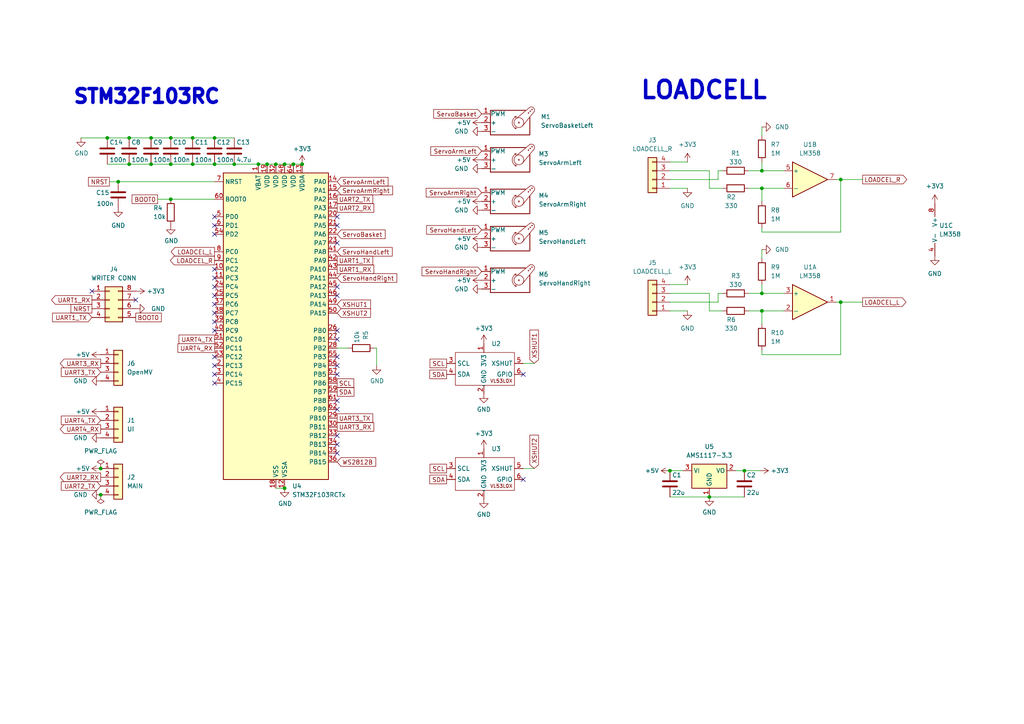
<source format=kicad_sch>
(kicad_sch (version 20230121) (generator eeschema)

  (uuid aadeb8ce-22a3-4c89-86ef-85d7c06688c3)

  (paper "A4")

  (lib_symbols
    (symbol "Amplifier_Operational:LM358" (pin_names (offset 0.127)) (in_bom yes) (on_board yes)
      (property "Reference" "U" (at 0 5.08 0)
        (effects (font (size 1.27 1.27)) (justify left))
      )
      (property "Value" "LM358" (at 0 -5.08 0)
        (effects (font (size 1.27 1.27)) (justify left))
      )
      (property "Footprint" "" (at 0 0 0)
        (effects (font (size 1.27 1.27)) hide)
      )
      (property "Datasheet" "http://www.ti.com/lit/ds/symlink/lm2904-n.pdf" (at 0 0 0)
        (effects (font (size 1.27 1.27)) hide)
      )
      (property "ki_locked" "" (at 0 0 0)
        (effects (font (size 1.27 1.27)))
      )
      (property "ki_keywords" "dual opamp" (at 0 0 0)
        (effects (font (size 1.27 1.27)) hide)
      )
      (property "ki_description" "Low-Power, Dual Operational Amplifiers, DIP-8/SOIC-8/TO-99-8" (at 0 0 0)
        (effects (font (size 1.27 1.27)) hide)
      )
      (property "ki_fp_filters" "SOIC*3.9x4.9mm*P1.27mm* DIP*W7.62mm* TO*99* OnSemi*Micro8* TSSOP*3x3mm*P0.65mm* TSSOP*4.4x3mm*P0.65mm* MSOP*3x3mm*P0.65mm* SSOP*3.9x4.9mm*P0.635mm* LFCSP*2x2mm*P0.5mm* *SIP* SOIC*5.3x6.2mm*P1.27mm*" (at 0 0 0)
        (effects (font (size 1.27 1.27)) hide)
      )
      (symbol "LM358_1_1"
        (polyline
          (pts
            (xy -5.08 5.08)
            (xy 5.08 0)
            (xy -5.08 -5.08)
            (xy -5.08 5.08)
          )
          (stroke (width 0.254) (type default))
          (fill (type background))
        )
        (pin output line (at 7.62 0 180) (length 2.54)
          (name "~" (effects (font (size 1.27 1.27))))
          (number "1" (effects (font (size 1.27 1.27))))
        )
        (pin input line (at -7.62 -2.54 0) (length 2.54)
          (name "-" (effects (font (size 1.27 1.27))))
          (number "2" (effects (font (size 1.27 1.27))))
        )
        (pin input line (at -7.62 2.54 0) (length 2.54)
          (name "+" (effects (font (size 1.27 1.27))))
          (number "3" (effects (font (size 1.27 1.27))))
        )
      )
      (symbol "LM358_2_1"
        (polyline
          (pts
            (xy -5.08 5.08)
            (xy 5.08 0)
            (xy -5.08 -5.08)
            (xy -5.08 5.08)
          )
          (stroke (width 0.254) (type default))
          (fill (type background))
        )
        (pin input line (at -7.62 2.54 0) (length 2.54)
          (name "+" (effects (font (size 1.27 1.27))))
          (number "5" (effects (font (size 1.27 1.27))))
        )
        (pin input line (at -7.62 -2.54 0) (length 2.54)
          (name "-" (effects (font (size 1.27 1.27))))
          (number "6" (effects (font (size 1.27 1.27))))
        )
        (pin output line (at 7.62 0 180) (length 2.54)
          (name "~" (effects (font (size 1.27 1.27))))
          (number "7" (effects (font (size 1.27 1.27))))
        )
      )
      (symbol "LM358_3_1"
        (pin power_in line (at -2.54 -7.62 90) (length 3.81)
          (name "V-" (effects (font (size 1.27 1.27))))
          (number "4" (effects (font (size 1.27 1.27))))
        )
        (pin power_in line (at -2.54 7.62 270) (length 3.81)
          (name "V+" (effects (font (size 1.27 1.27))))
          (number "8" (effects (font (size 1.27 1.27))))
        )
      )
    )
    (symbol "Connector_Generic:Conn_01x04" (pin_names (offset 1.016) hide) (in_bom yes) (on_board yes)
      (property "Reference" "J" (at 0 5.08 0)
        (effects (font (size 1.27 1.27)))
      )
      (property "Value" "Conn_01x04" (at 0 -7.62 0)
        (effects (font (size 1.27 1.27)))
      )
      (property "Footprint" "" (at 0 0 0)
        (effects (font (size 1.27 1.27)) hide)
      )
      (property "Datasheet" "~" (at 0 0 0)
        (effects (font (size 1.27 1.27)) hide)
      )
      (property "ki_keywords" "connector" (at 0 0 0)
        (effects (font (size 1.27 1.27)) hide)
      )
      (property "ki_description" "Generic connector, single row, 01x04, script generated (kicad-library-utils/schlib/autogen/connector/)" (at 0 0 0)
        (effects (font (size 1.27 1.27)) hide)
      )
      (property "ki_fp_filters" "Connector*:*_1x??_*" (at 0 0 0)
        (effects (font (size 1.27 1.27)) hide)
      )
      (symbol "Conn_01x04_1_1"
        (rectangle (start -1.27 -4.953) (end 0 -5.207)
          (stroke (width 0.1524) (type default))
          (fill (type none))
        )
        (rectangle (start -1.27 -2.413) (end 0 -2.667)
          (stroke (width 0.1524) (type default))
          (fill (type none))
        )
        (rectangle (start -1.27 0.127) (end 0 -0.127)
          (stroke (width 0.1524) (type default))
          (fill (type none))
        )
        (rectangle (start -1.27 2.667) (end 0 2.413)
          (stroke (width 0.1524) (type default))
          (fill (type none))
        )
        (rectangle (start -1.27 3.81) (end 1.27 -6.35)
          (stroke (width 0.254) (type default))
          (fill (type background))
        )
        (pin passive line (at -5.08 2.54 0) (length 3.81)
          (name "Pin_1" (effects (font (size 1.27 1.27))))
          (number "1" (effects (font (size 1.27 1.27))))
        )
        (pin passive line (at -5.08 0 0) (length 3.81)
          (name "Pin_2" (effects (font (size 1.27 1.27))))
          (number "2" (effects (font (size 1.27 1.27))))
        )
        (pin passive line (at -5.08 -2.54 0) (length 3.81)
          (name "Pin_3" (effects (font (size 1.27 1.27))))
          (number "3" (effects (font (size 1.27 1.27))))
        )
        (pin passive line (at -5.08 -5.08 0) (length 3.81)
          (name "Pin_4" (effects (font (size 1.27 1.27))))
          (number "4" (effects (font (size 1.27 1.27))))
        )
      )
    )
    (symbol "Connector_Generic:Conn_02x04_Counter_Clockwise" (pin_names (offset 1.016) hide) (in_bom yes) (on_board yes)
      (property "Reference" "J" (at 1.27 5.08 0)
        (effects (font (size 1.27 1.27)))
      )
      (property "Value" "Conn_02x04_Counter_Clockwise" (at 1.27 -7.62 0)
        (effects (font (size 1.27 1.27)))
      )
      (property "Footprint" "" (at 0 0 0)
        (effects (font (size 1.27 1.27)) hide)
      )
      (property "Datasheet" "~" (at 0 0 0)
        (effects (font (size 1.27 1.27)) hide)
      )
      (property "ki_keywords" "connector" (at 0 0 0)
        (effects (font (size 1.27 1.27)) hide)
      )
      (property "ki_description" "Generic connector, double row, 02x04, counter clockwise pin numbering scheme (similar to DIP package numbering), script generated (kicad-library-utils/schlib/autogen/connector/)" (at 0 0 0)
        (effects (font (size 1.27 1.27)) hide)
      )
      (property "ki_fp_filters" "Connector*:*_2x??_*" (at 0 0 0)
        (effects (font (size 1.27 1.27)) hide)
      )
      (symbol "Conn_02x04_Counter_Clockwise_1_1"
        (rectangle (start -1.27 -4.953) (end 0 -5.207)
          (stroke (width 0.1524) (type default))
          (fill (type none))
        )
        (rectangle (start -1.27 -2.413) (end 0 -2.667)
          (stroke (width 0.1524) (type default))
          (fill (type none))
        )
        (rectangle (start -1.27 0.127) (end 0 -0.127)
          (stroke (width 0.1524) (type default))
          (fill (type none))
        )
        (rectangle (start -1.27 2.667) (end 0 2.413)
          (stroke (width 0.1524) (type default))
          (fill (type none))
        )
        (rectangle (start -1.27 3.81) (end 3.81 -6.35)
          (stroke (width 0.254) (type default))
          (fill (type background))
        )
        (rectangle (start 3.81 -4.953) (end 2.54 -5.207)
          (stroke (width 0.1524) (type default))
          (fill (type none))
        )
        (rectangle (start 3.81 -2.413) (end 2.54 -2.667)
          (stroke (width 0.1524) (type default))
          (fill (type none))
        )
        (rectangle (start 3.81 0.127) (end 2.54 -0.127)
          (stroke (width 0.1524) (type default))
          (fill (type none))
        )
        (rectangle (start 3.81 2.667) (end 2.54 2.413)
          (stroke (width 0.1524) (type default))
          (fill (type none))
        )
        (pin passive line (at -5.08 2.54 0) (length 3.81)
          (name "Pin_1" (effects (font (size 1.27 1.27))))
          (number "1" (effects (font (size 1.27 1.27))))
        )
        (pin passive line (at -5.08 0 0) (length 3.81)
          (name "Pin_2" (effects (font (size 1.27 1.27))))
          (number "2" (effects (font (size 1.27 1.27))))
        )
        (pin passive line (at -5.08 -2.54 0) (length 3.81)
          (name "Pin_3" (effects (font (size 1.27 1.27))))
          (number "3" (effects (font (size 1.27 1.27))))
        )
        (pin passive line (at -5.08 -5.08 0) (length 3.81)
          (name "Pin_4" (effects (font (size 1.27 1.27))))
          (number "4" (effects (font (size 1.27 1.27))))
        )
        (pin passive line (at 7.62 -5.08 180) (length 3.81)
          (name "Pin_5" (effects (font (size 1.27 1.27))))
          (number "5" (effects (font (size 1.27 1.27))))
        )
        (pin passive line (at 7.62 -2.54 180) (length 3.81)
          (name "Pin_6" (effects (font (size 1.27 1.27))))
          (number "6" (effects (font (size 1.27 1.27))))
        )
        (pin passive line (at 7.62 0 180) (length 3.81)
          (name "Pin_7" (effects (font (size 1.27 1.27))))
          (number "7" (effects (font (size 1.27 1.27))))
        )
        (pin passive line (at 7.62 2.54 180) (length 3.81)
          (name "Pin_8" (effects (font (size 1.27 1.27))))
          (number "8" (effects (font (size 1.27 1.27))))
        )
      )
    )
    (symbol "Device:C" (pin_numbers hide) (pin_names (offset 0.254)) (in_bom yes) (on_board yes)
      (property "Reference" "C" (at 0.635 2.54 0)
        (effects (font (size 1.27 1.27)) (justify left))
      )
      (property "Value" "C" (at 0.635 -2.54 0)
        (effects (font (size 1.27 1.27)) (justify left))
      )
      (property "Footprint" "" (at 0.9652 -3.81 0)
        (effects (font (size 1.27 1.27)) hide)
      )
      (property "Datasheet" "~" (at 0 0 0)
        (effects (font (size 1.27 1.27)) hide)
      )
      (property "ki_keywords" "cap capacitor" (at 0 0 0)
        (effects (font (size 1.27 1.27)) hide)
      )
      (property "ki_description" "Unpolarized capacitor" (at 0 0 0)
        (effects (font (size 1.27 1.27)) hide)
      )
      (property "ki_fp_filters" "C_*" (at 0 0 0)
        (effects (font (size 1.27 1.27)) hide)
      )
      (symbol "C_0_1"
        (polyline
          (pts
            (xy -2.032 -0.762)
            (xy 2.032 -0.762)
          )
          (stroke (width 0.508) (type default))
          (fill (type none))
        )
        (polyline
          (pts
            (xy -2.032 0.762)
            (xy 2.032 0.762)
          )
          (stroke (width 0.508) (type default))
          (fill (type none))
        )
      )
      (symbol "C_1_1"
        (pin passive line (at 0 3.81 270) (length 2.794)
          (name "~" (effects (font (size 1.27 1.27))))
          (number "1" (effects (font (size 1.27 1.27))))
        )
        (pin passive line (at 0 -3.81 90) (length 2.794)
          (name "~" (effects (font (size 1.27 1.27))))
          (number "2" (effects (font (size 1.27 1.27))))
        )
      )
    )
    (symbol "Device:R" (pin_numbers hide) (pin_names (offset 0)) (in_bom yes) (on_board yes)
      (property "Reference" "R" (at 2.032 0 90)
        (effects (font (size 1.27 1.27)))
      )
      (property "Value" "R" (at 0 0 90)
        (effects (font (size 1.27 1.27)))
      )
      (property "Footprint" "" (at -1.778 0 90)
        (effects (font (size 1.27 1.27)) hide)
      )
      (property "Datasheet" "~" (at 0 0 0)
        (effects (font (size 1.27 1.27)) hide)
      )
      (property "ki_keywords" "R res resistor" (at 0 0 0)
        (effects (font (size 1.27 1.27)) hide)
      )
      (property "ki_description" "Resistor" (at 0 0 0)
        (effects (font (size 1.27 1.27)) hide)
      )
      (property "ki_fp_filters" "R_*" (at 0 0 0)
        (effects (font (size 1.27 1.27)) hide)
      )
      (symbol "R_0_1"
        (rectangle (start -1.016 -2.54) (end 1.016 2.54)
          (stroke (width 0.254) (type default))
          (fill (type none))
        )
      )
      (symbol "R_1_1"
        (pin passive line (at 0 3.81 270) (length 1.27)
          (name "~" (effects (font (size 1.27 1.27))))
          (number "1" (effects (font (size 1.27 1.27))))
        )
        (pin passive line (at 0 -3.81 90) (length 1.27)
          (name "~" (effects (font (size 1.27 1.27))))
          (number "2" (effects (font (size 1.27 1.27))))
        )
      )
    )
    (symbol "MCU_ST_STM32F1:STM32F103RCTx" (in_bom yes) (on_board yes)
      (property "Reference" "U" (at -15.24 46.99 0)
        (effects (font (size 1.27 1.27)) (justify left))
      )
      (property "Value" "STM32F103RCTx" (at 10.16 46.99 0)
        (effects (font (size 1.27 1.27)) (justify left))
      )
      (property "Footprint" "Package_QFP:LQFP-64_10x10mm_P0.5mm" (at -15.24 -43.18 0)
        (effects (font (size 1.27 1.27)) (justify right) hide)
      )
      (property "Datasheet" "https://www.st.com/resource/en/datasheet/stm32f103rc.pdf" (at 0 0 0)
        (effects (font (size 1.27 1.27)) hide)
      )
      (property "ki_locked" "" (at 0 0 0)
        (effects (font (size 1.27 1.27)))
      )
      (property "ki_keywords" "Arm Cortex-M3 STM32F1 STM32F103" (at 0 0 0)
        (effects (font (size 1.27 1.27)) hide)
      )
      (property "ki_description" "STMicroelectronics Arm Cortex-M3 MCU, 256KB flash, 48KB RAM, 72 MHz, 2.0-3.6V, 51 GPIO, LQFP64" (at 0 0 0)
        (effects (font (size 1.27 1.27)) hide)
      )
      (property "ki_fp_filters" "LQFP*10x10mm*P0.5mm*" (at 0 0 0)
        (effects (font (size 1.27 1.27)) hide)
      )
      (symbol "STM32F103RCTx_0_1"
        (rectangle (start -15.24 -43.18) (end 15.24 45.72)
          (stroke (width 0.254) (type default))
          (fill (type background))
        )
      )
      (symbol "STM32F103RCTx_1_1"
        (pin power_in line (at -5.08 48.26 270) (length 2.54)
          (name "VBAT" (effects (font (size 1.27 1.27))))
          (number "1" (effects (font (size 1.27 1.27))))
        )
        (pin bidirectional line (at -17.78 17.78 0) (length 2.54)
          (name "PC2" (effects (font (size 1.27 1.27))))
          (number "10" (effects (font (size 1.27 1.27))))
          (alternate "ADC1_IN12" bidirectional line)
          (alternate "ADC2_IN12" bidirectional line)
          (alternate "ADC3_IN12" bidirectional line)
        )
        (pin bidirectional line (at -17.78 15.24 0) (length 2.54)
          (name "PC3" (effects (font (size 1.27 1.27))))
          (number "11" (effects (font (size 1.27 1.27))))
          (alternate "ADC1_IN13" bidirectional line)
          (alternate "ADC2_IN13" bidirectional line)
          (alternate "ADC3_IN13" bidirectional line)
        )
        (pin power_in line (at 2.54 -45.72 90) (length 2.54)
          (name "VSSA" (effects (font (size 1.27 1.27))))
          (number "12" (effects (font (size 1.27 1.27))))
        )
        (pin power_in line (at 7.62 48.26 270) (length 2.54)
          (name "VDDA" (effects (font (size 1.27 1.27))))
          (number "13" (effects (font (size 1.27 1.27))))
        )
        (pin bidirectional line (at 17.78 43.18 180) (length 2.54)
          (name "PA0" (effects (font (size 1.27 1.27))))
          (number "14" (effects (font (size 1.27 1.27))))
          (alternate "ADC1_IN0" bidirectional line)
          (alternate "ADC2_IN0" bidirectional line)
          (alternate "ADC3_IN0" bidirectional line)
          (alternate "SYS_WKUP" bidirectional line)
          (alternate "TIM2_CH1" bidirectional line)
          (alternate "TIM2_ETR" bidirectional line)
          (alternate "TIM5_CH1" bidirectional line)
          (alternate "TIM8_ETR" bidirectional line)
          (alternate "USART2_CTS" bidirectional line)
        )
        (pin bidirectional line (at 17.78 40.64 180) (length 2.54)
          (name "PA1" (effects (font (size 1.27 1.27))))
          (number "15" (effects (font (size 1.27 1.27))))
          (alternate "ADC1_IN1" bidirectional line)
          (alternate "ADC2_IN1" bidirectional line)
          (alternate "ADC3_IN1" bidirectional line)
          (alternate "TIM2_CH2" bidirectional line)
          (alternate "TIM5_CH2" bidirectional line)
          (alternate "USART2_RTS" bidirectional line)
        )
        (pin bidirectional line (at 17.78 38.1 180) (length 2.54)
          (name "PA2" (effects (font (size 1.27 1.27))))
          (number "16" (effects (font (size 1.27 1.27))))
          (alternate "ADC1_IN2" bidirectional line)
          (alternate "ADC2_IN2" bidirectional line)
          (alternate "ADC3_IN2" bidirectional line)
          (alternate "TIM2_CH3" bidirectional line)
          (alternate "TIM5_CH3" bidirectional line)
          (alternate "USART2_TX" bidirectional line)
        )
        (pin bidirectional line (at 17.78 35.56 180) (length 2.54)
          (name "PA3" (effects (font (size 1.27 1.27))))
          (number "17" (effects (font (size 1.27 1.27))))
          (alternate "ADC1_IN3" bidirectional line)
          (alternate "ADC2_IN3" bidirectional line)
          (alternate "ADC3_IN3" bidirectional line)
          (alternate "TIM2_CH4" bidirectional line)
          (alternate "TIM5_CH4" bidirectional line)
          (alternate "USART2_RX" bidirectional line)
        )
        (pin power_in line (at 0 -45.72 90) (length 2.54)
          (name "VSS" (effects (font (size 1.27 1.27))))
          (number "18" (effects (font (size 1.27 1.27))))
        )
        (pin power_in line (at -2.54 48.26 270) (length 2.54)
          (name "VDD" (effects (font (size 1.27 1.27))))
          (number "19" (effects (font (size 1.27 1.27))))
        )
        (pin bidirectional line (at -17.78 -10.16 0) (length 2.54)
          (name "PC13" (effects (font (size 1.27 1.27))))
          (number "2" (effects (font (size 1.27 1.27))))
          (alternate "RTC_OUT" bidirectional line)
          (alternate "RTC_TAMPER" bidirectional line)
        )
        (pin bidirectional line (at 17.78 33.02 180) (length 2.54)
          (name "PA4" (effects (font (size 1.27 1.27))))
          (number "20" (effects (font (size 1.27 1.27))))
          (alternate "ADC1_IN4" bidirectional line)
          (alternate "ADC2_IN4" bidirectional line)
          (alternate "DAC_OUT1" bidirectional line)
          (alternate "SPI1_NSS" bidirectional line)
          (alternate "USART2_CK" bidirectional line)
        )
        (pin bidirectional line (at 17.78 30.48 180) (length 2.54)
          (name "PA5" (effects (font (size 1.27 1.27))))
          (number "21" (effects (font (size 1.27 1.27))))
          (alternate "ADC1_IN5" bidirectional line)
          (alternate "ADC2_IN5" bidirectional line)
          (alternate "DAC_OUT2" bidirectional line)
          (alternate "SPI1_SCK" bidirectional line)
        )
        (pin bidirectional line (at 17.78 27.94 180) (length 2.54)
          (name "PA6" (effects (font (size 1.27 1.27))))
          (number "22" (effects (font (size 1.27 1.27))))
          (alternate "ADC1_IN6" bidirectional line)
          (alternate "ADC2_IN6" bidirectional line)
          (alternate "SPI1_MISO" bidirectional line)
          (alternate "TIM1_BKIN" bidirectional line)
          (alternate "TIM3_CH1" bidirectional line)
          (alternate "TIM8_BKIN" bidirectional line)
        )
        (pin bidirectional line (at 17.78 25.4 180) (length 2.54)
          (name "PA7" (effects (font (size 1.27 1.27))))
          (number "23" (effects (font (size 1.27 1.27))))
          (alternate "ADC1_IN7" bidirectional line)
          (alternate "ADC2_IN7" bidirectional line)
          (alternate "SPI1_MOSI" bidirectional line)
          (alternate "TIM1_CH1N" bidirectional line)
          (alternate "TIM3_CH2" bidirectional line)
          (alternate "TIM8_CH1N" bidirectional line)
        )
        (pin bidirectional line (at -17.78 12.7 0) (length 2.54)
          (name "PC4" (effects (font (size 1.27 1.27))))
          (number "24" (effects (font (size 1.27 1.27))))
          (alternate "ADC1_IN14" bidirectional line)
          (alternate "ADC2_IN14" bidirectional line)
        )
        (pin bidirectional line (at -17.78 10.16 0) (length 2.54)
          (name "PC5" (effects (font (size 1.27 1.27))))
          (number "25" (effects (font (size 1.27 1.27))))
          (alternate "ADC1_IN15" bidirectional line)
          (alternate "ADC2_IN15" bidirectional line)
        )
        (pin bidirectional line (at 17.78 0 180) (length 2.54)
          (name "PB0" (effects (font (size 1.27 1.27))))
          (number "26" (effects (font (size 1.27 1.27))))
          (alternate "ADC1_IN8" bidirectional line)
          (alternate "ADC2_IN8" bidirectional line)
          (alternate "TIM1_CH2N" bidirectional line)
          (alternate "TIM3_CH3" bidirectional line)
          (alternate "TIM8_CH2N" bidirectional line)
        )
        (pin bidirectional line (at 17.78 -2.54 180) (length 2.54)
          (name "PB1" (effects (font (size 1.27 1.27))))
          (number "27" (effects (font (size 1.27 1.27))))
          (alternate "ADC1_IN9" bidirectional line)
          (alternate "ADC2_IN9" bidirectional line)
          (alternate "TIM1_CH3N" bidirectional line)
          (alternate "TIM3_CH4" bidirectional line)
          (alternate "TIM8_CH3N" bidirectional line)
        )
        (pin bidirectional line (at 17.78 -5.08 180) (length 2.54)
          (name "PB2" (effects (font (size 1.27 1.27))))
          (number "28" (effects (font (size 1.27 1.27))))
        )
        (pin bidirectional line (at 17.78 -25.4 180) (length 2.54)
          (name "PB10" (effects (font (size 1.27 1.27))))
          (number "29" (effects (font (size 1.27 1.27))))
          (alternate "I2C2_SCL" bidirectional line)
          (alternate "TIM2_CH3" bidirectional line)
          (alternate "USART3_TX" bidirectional line)
        )
        (pin bidirectional line (at -17.78 -12.7 0) (length 2.54)
          (name "PC14" (effects (font (size 1.27 1.27))))
          (number "3" (effects (font (size 1.27 1.27))))
          (alternate "RCC_OSC32_IN" bidirectional line)
        )
        (pin bidirectional line (at 17.78 -27.94 180) (length 2.54)
          (name "PB11" (effects (font (size 1.27 1.27))))
          (number "30" (effects (font (size 1.27 1.27))))
          (alternate "ADC1_EXTI11" bidirectional line)
          (alternate "ADC2_EXTI11" bidirectional line)
          (alternate "I2C2_SDA" bidirectional line)
          (alternate "TIM2_CH4" bidirectional line)
          (alternate "USART3_RX" bidirectional line)
        )
        (pin passive line (at 0 -45.72 90) (length 2.54) hide
          (name "VSS" (effects (font (size 1.27 1.27))))
          (number "31" (effects (font (size 1.27 1.27))))
        )
        (pin power_in line (at 0 48.26 270) (length 2.54)
          (name "VDD" (effects (font (size 1.27 1.27))))
          (number "32" (effects (font (size 1.27 1.27))))
        )
        (pin bidirectional line (at 17.78 -30.48 180) (length 2.54)
          (name "PB12" (effects (font (size 1.27 1.27))))
          (number "33" (effects (font (size 1.27 1.27))))
          (alternate "I2C2_SMBA" bidirectional line)
          (alternate "I2S2_WS" bidirectional line)
          (alternate "SPI2_NSS" bidirectional line)
          (alternate "TIM1_BKIN" bidirectional line)
          (alternate "USART3_CK" bidirectional line)
        )
        (pin bidirectional line (at 17.78 -33.02 180) (length 2.54)
          (name "PB13" (effects (font (size 1.27 1.27))))
          (number "34" (effects (font (size 1.27 1.27))))
          (alternate "I2S2_CK" bidirectional line)
          (alternate "SPI2_SCK" bidirectional line)
          (alternate "TIM1_CH1N" bidirectional line)
          (alternate "USART3_CTS" bidirectional line)
        )
        (pin bidirectional line (at 17.78 -35.56 180) (length 2.54)
          (name "PB14" (effects (font (size 1.27 1.27))))
          (number "35" (effects (font (size 1.27 1.27))))
          (alternate "SPI2_MISO" bidirectional line)
          (alternate "TIM1_CH2N" bidirectional line)
          (alternate "USART3_RTS" bidirectional line)
        )
        (pin bidirectional line (at 17.78 -38.1 180) (length 2.54)
          (name "PB15" (effects (font (size 1.27 1.27))))
          (number "36" (effects (font (size 1.27 1.27))))
          (alternate "ADC1_EXTI15" bidirectional line)
          (alternate "ADC2_EXTI15" bidirectional line)
          (alternate "I2S2_SD" bidirectional line)
          (alternate "SPI2_MOSI" bidirectional line)
          (alternate "TIM1_CH3N" bidirectional line)
        )
        (pin bidirectional line (at -17.78 7.62 0) (length 2.54)
          (name "PC6" (effects (font (size 1.27 1.27))))
          (number "37" (effects (font (size 1.27 1.27))))
          (alternate "I2S2_MCK" bidirectional line)
          (alternate "SDIO_D6" bidirectional line)
          (alternate "TIM3_CH1" bidirectional line)
          (alternate "TIM8_CH1" bidirectional line)
        )
        (pin bidirectional line (at -17.78 5.08 0) (length 2.54)
          (name "PC7" (effects (font (size 1.27 1.27))))
          (number "38" (effects (font (size 1.27 1.27))))
          (alternate "I2S3_MCK" bidirectional line)
          (alternate "SDIO_D7" bidirectional line)
          (alternate "TIM3_CH2" bidirectional line)
          (alternate "TIM8_CH2" bidirectional line)
        )
        (pin bidirectional line (at -17.78 2.54 0) (length 2.54)
          (name "PC8" (effects (font (size 1.27 1.27))))
          (number "39" (effects (font (size 1.27 1.27))))
          (alternate "SDIO_D0" bidirectional line)
          (alternate "TIM3_CH3" bidirectional line)
          (alternate "TIM8_CH3" bidirectional line)
        )
        (pin bidirectional line (at -17.78 -15.24 0) (length 2.54)
          (name "PC15" (effects (font (size 1.27 1.27))))
          (number "4" (effects (font (size 1.27 1.27))))
          (alternate "ADC1_EXTI15" bidirectional line)
          (alternate "ADC2_EXTI15" bidirectional line)
          (alternate "RCC_OSC32_OUT" bidirectional line)
        )
        (pin bidirectional line (at -17.78 0 0) (length 2.54)
          (name "PC9" (effects (font (size 1.27 1.27))))
          (number "40" (effects (font (size 1.27 1.27))))
          (alternate "DAC_EXTI9" bidirectional line)
          (alternate "SDIO_D1" bidirectional line)
          (alternate "TIM3_CH4" bidirectional line)
          (alternate "TIM8_CH4" bidirectional line)
        )
        (pin bidirectional line (at 17.78 22.86 180) (length 2.54)
          (name "PA8" (effects (font (size 1.27 1.27))))
          (number "41" (effects (font (size 1.27 1.27))))
          (alternate "RCC_MCO" bidirectional line)
          (alternate "TIM1_CH1" bidirectional line)
          (alternate "USART1_CK" bidirectional line)
        )
        (pin bidirectional line (at 17.78 20.32 180) (length 2.54)
          (name "PA9" (effects (font (size 1.27 1.27))))
          (number "42" (effects (font (size 1.27 1.27))))
          (alternate "DAC_EXTI9" bidirectional line)
          (alternate "TIM1_CH2" bidirectional line)
          (alternate "USART1_TX" bidirectional line)
        )
        (pin bidirectional line (at 17.78 17.78 180) (length 2.54)
          (name "PA10" (effects (font (size 1.27 1.27))))
          (number "43" (effects (font (size 1.27 1.27))))
          (alternate "TIM1_CH3" bidirectional line)
          (alternate "USART1_RX" bidirectional line)
        )
        (pin bidirectional line (at 17.78 15.24 180) (length 2.54)
          (name "PA11" (effects (font (size 1.27 1.27))))
          (number "44" (effects (font (size 1.27 1.27))))
          (alternate "ADC1_EXTI11" bidirectional line)
          (alternate "ADC2_EXTI11" bidirectional line)
          (alternate "CAN_RX" bidirectional line)
          (alternate "TIM1_CH4" bidirectional line)
          (alternate "USART1_CTS" bidirectional line)
          (alternate "USB_DM" bidirectional line)
        )
        (pin bidirectional line (at 17.78 12.7 180) (length 2.54)
          (name "PA12" (effects (font (size 1.27 1.27))))
          (number "45" (effects (font (size 1.27 1.27))))
          (alternate "CAN_TX" bidirectional line)
          (alternate "TIM1_ETR" bidirectional line)
          (alternate "USART1_RTS" bidirectional line)
          (alternate "USB_DP" bidirectional line)
        )
        (pin bidirectional line (at 17.78 10.16 180) (length 2.54)
          (name "PA13" (effects (font (size 1.27 1.27))))
          (number "46" (effects (font (size 1.27 1.27))))
          (alternate "SYS_JTMS-SWDIO" bidirectional line)
        )
        (pin passive line (at 0 -45.72 90) (length 2.54) hide
          (name "VSS" (effects (font (size 1.27 1.27))))
          (number "47" (effects (font (size 1.27 1.27))))
        )
        (pin power_in line (at 2.54 48.26 270) (length 2.54)
          (name "VDD" (effects (font (size 1.27 1.27))))
          (number "48" (effects (font (size 1.27 1.27))))
        )
        (pin bidirectional line (at 17.78 7.62 180) (length 2.54)
          (name "PA14" (effects (font (size 1.27 1.27))))
          (number "49" (effects (font (size 1.27 1.27))))
          (alternate "SYS_JTCK-SWCLK" bidirectional line)
        )
        (pin bidirectional line (at -17.78 33.02 0) (length 2.54)
          (name "PD0" (effects (font (size 1.27 1.27))))
          (number "5" (effects (font (size 1.27 1.27))))
          (alternate "RCC_OSC_IN" bidirectional line)
        )
        (pin bidirectional line (at 17.78 5.08 180) (length 2.54)
          (name "PA15" (effects (font (size 1.27 1.27))))
          (number "50" (effects (font (size 1.27 1.27))))
          (alternate "ADC1_EXTI15" bidirectional line)
          (alternate "ADC2_EXTI15" bidirectional line)
          (alternate "I2S3_WS" bidirectional line)
          (alternate "SPI1_NSS" bidirectional line)
          (alternate "SPI3_NSS" bidirectional line)
          (alternate "SYS_JTDI" bidirectional line)
          (alternate "TIM2_CH1" bidirectional line)
          (alternate "TIM2_ETR" bidirectional line)
        )
        (pin bidirectional line (at -17.78 -2.54 0) (length 2.54)
          (name "PC10" (effects (font (size 1.27 1.27))))
          (number "51" (effects (font (size 1.27 1.27))))
          (alternate "SDIO_D2" bidirectional line)
          (alternate "UART4_TX" bidirectional line)
          (alternate "USART3_TX" bidirectional line)
        )
        (pin bidirectional line (at -17.78 -5.08 0) (length 2.54)
          (name "PC11" (effects (font (size 1.27 1.27))))
          (number "52" (effects (font (size 1.27 1.27))))
          (alternate "ADC1_EXTI11" bidirectional line)
          (alternate "ADC2_EXTI11" bidirectional line)
          (alternate "SDIO_D3" bidirectional line)
          (alternate "UART4_RX" bidirectional line)
          (alternate "USART3_RX" bidirectional line)
        )
        (pin bidirectional line (at -17.78 -7.62 0) (length 2.54)
          (name "PC12" (effects (font (size 1.27 1.27))))
          (number "53" (effects (font (size 1.27 1.27))))
          (alternate "SDIO_CK" bidirectional line)
          (alternate "UART5_TX" bidirectional line)
          (alternate "USART3_CK" bidirectional line)
        )
        (pin bidirectional line (at -17.78 27.94 0) (length 2.54)
          (name "PD2" (effects (font (size 1.27 1.27))))
          (number "54" (effects (font (size 1.27 1.27))))
          (alternate "SDIO_CMD" bidirectional line)
          (alternate "TIM3_ETR" bidirectional line)
          (alternate "UART5_RX" bidirectional line)
        )
        (pin bidirectional line (at 17.78 -7.62 180) (length 2.54)
          (name "PB3" (effects (font (size 1.27 1.27))))
          (number "55" (effects (font (size 1.27 1.27))))
          (alternate "I2S3_CK" bidirectional line)
          (alternate "SPI1_SCK" bidirectional line)
          (alternate "SPI3_SCK" bidirectional line)
          (alternate "SYS_JTDO-TRACESWO" bidirectional line)
          (alternate "TIM2_CH2" bidirectional line)
        )
        (pin bidirectional line (at 17.78 -10.16 180) (length 2.54)
          (name "PB4" (effects (font (size 1.27 1.27))))
          (number "56" (effects (font (size 1.27 1.27))))
          (alternate "SPI1_MISO" bidirectional line)
          (alternate "SPI3_MISO" bidirectional line)
          (alternate "SYS_NJTRST" bidirectional line)
          (alternate "TIM3_CH1" bidirectional line)
        )
        (pin bidirectional line (at 17.78 -12.7 180) (length 2.54)
          (name "PB5" (effects (font (size 1.27 1.27))))
          (number "57" (effects (font (size 1.27 1.27))))
          (alternate "I2C1_SMBA" bidirectional line)
          (alternate "I2S3_SD" bidirectional line)
          (alternate "SPI1_MOSI" bidirectional line)
          (alternate "SPI3_MOSI" bidirectional line)
          (alternate "TIM3_CH2" bidirectional line)
        )
        (pin bidirectional line (at 17.78 -15.24 180) (length 2.54)
          (name "PB6" (effects (font (size 1.27 1.27))))
          (number "58" (effects (font (size 1.27 1.27))))
          (alternate "I2C1_SCL" bidirectional line)
          (alternate "TIM4_CH1" bidirectional line)
          (alternate "USART1_TX" bidirectional line)
        )
        (pin bidirectional line (at 17.78 -17.78 180) (length 2.54)
          (name "PB7" (effects (font (size 1.27 1.27))))
          (number "59" (effects (font (size 1.27 1.27))))
          (alternate "I2C1_SDA" bidirectional line)
          (alternate "TIM4_CH2" bidirectional line)
          (alternate "USART1_RX" bidirectional line)
        )
        (pin bidirectional line (at -17.78 30.48 0) (length 2.54)
          (name "PD1" (effects (font (size 1.27 1.27))))
          (number "6" (effects (font (size 1.27 1.27))))
          (alternate "RCC_OSC_OUT" bidirectional line)
        )
        (pin input line (at -17.78 38.1 0) (length 2.54)
          (name "BOOT0" (effects (font (size 1.27 1.27))))
          (number "60" (effects (font (size 1.27 1.27))))
        )
        (pin bidirectional line (at 17.78 -20.32 180) (length 2.54)
          (name "PB8" (effects (font (size 1.27 1.27))))
          (number "61" (effects (font (size 1.27 1.27))))
          (alternate "CAN_RX" bidirectional line)
          (alternate "I2C1_SCL" bidirectional line)
          (alternate "SDIO_D4" bidirectional line)
          (alternate "TIM4_CH3" bidirectional line)
        )
        (pin bidirectional line (at 17.78 -22.86 180) (length 2.54)
          (name "PB9" (effects (font (size 1.27 1.27))))
          (number "62" (effects (font (size 1.27 1.27))))
          (alternate "CAN_TX" bidirectional line)
          (alternate "DAC_EXTI9" bidirectional line)
          (alternate "I2C1_SDA" bidirectional line)
          (alternate "SDIO_D5" bidirectional line)
          (alternate "TIM4_CH4" bidirectional line)
        )
        (pin passive line (at 0 -45.72 90) (length 2.54) hide
          (name "VSS" (effects (font (size 1.27 1.27))))
          (number "63" (effects (font (size 1.27 1.27))))
        )
        (pin power_in line (at 5.08 48.26 270) (length 2.54)
          (name "VDD" (effects (font (size 1.27 1.27))))
          (number "64" (effects (font (size 1.27 1.27))))
        )
        (pin input line (at -17.78 43.18 0) (length 2.54)
          (name "NRST" (effects (font (size 1.27 1.27))))
          (number "7" (effects (font (size 1.27 1.27))))
        )
        (pin bidirectional line (at -17.78 22.86 0) (length 2.54)
          (name "PC0" (effects (font (size 1.27 1.27))))
          (number "8" (effects (font (size 1.27 1.27))))
          (alternate "ADC1_IN10" bidirectional line)
          (alternate "ADC2_IN10" bidirectional line)
          (alternate "ADC3_IN10" bidirectional line)
        )
        (pin bidirectional line (at -17.78 20.32 0) (length 2.54)
          (name "PC1" (effects (font (size 1.27 1.27))))
          (number "9" (effects (font (size 1.27 1.27))))
          (alternate "ADC1_IN11" bidirectional line)
          (alternate "ADC2_IN11" bidirectional line)
          (alternate "ADC3_IN11" bidirectional line)
        )
      )
    )
    (symbol "Motor:Motor_Servo_Futaba_J" (pin_names (offset 0.0254)) (in_bom yes) (on_board yes)
      (property "Reference" "M" (at -5.08 4.445 0)
        (effects (font (size 1.27 1.27)) (justify left))
      )
      (property "Value" "Motor_Servo_Futaba_J" (at -5.08 -4.064 0)
        (effects (font (size 1.27 1.27)) (justify left top))
      )
      (property "Footprint" "" (at 0 -4.826 0)
        (effects (font (size 1.27 1.27)) hide)
      )
      (property "Datasheet" "http://forums.parallax.com/uploads/attachments/46831/74481.png" (at 0 -4.826 0)
        (effects (font (size 1.27 1.27)) hide)
      )
      (property "ki_keywords" "Servo Motor" (at 0 0 0)
        (effects (font (size 1.27 1.27)) hide)
      )
      (property "ki_description" "Servo Motor (Futuba J-connector)" (at 0 0 0)
        (effects (font (size 1.27 1.27)) hide)
      )
      (property "ki_fp_filters" "PinHeader*P2.54mm*" (at 0 0 0)
        (effects (font (size 1.27 1.27)) hide)
      )
      (symbol "Motor_Servo_Futaba_J_0_1"
        (polyline
          (pts
            (xy 2.413 -1.778)
            (xy 2.032 -1.778)
          )
          (stroke (width 0) (type default))
          (fill (type none))
        )
        (polyline
          (pts
            (xy 2.413 -1.778)
            (xy 2.286 -1.397)
          )
          (stroke (width 0) (type default))
          (fill (type none))
        )
        (polyline
          (pts
            (xy 2.413 1.778)
            (xy 1.905 1.778)
          )
          (stroke (width 0) (type default))
          (fill (type none))
        )
        (polyline
          (pts
            (xy 2.413 1.778)
            (xy 2.286 1.397)
          )
          (stroke (width 0) (type default))
          (fill (type none))
        )
        (polyline
          (pts
            (xy 6.35 4.445)
            (xy 2.54 1.27)
          )
          (stroke (width 0) (type default))
          (fill (type none))
        )
        (polyline
          (pts
            (xy 7.62 3.175)
            (xy 4.191 -1.016)
          )
          (stroke (width 0) (type default))
          (fill (type none))
        )
        (polyline
          (pts
            (xy 5.08 3.556)
            (xy -5.08 3.556)
            (xy -5.08 -3.556)
            (xy 6.35 -3.556)
            (xy 6.35 1.524)
          )
          (stroke (width 0.254) (type default))
          (fill (type none))
        )
        (arc (start 2.413 1.778) (mid 1.2406 0) (end 2.413 -1.778)
          (stroke (width 0) (type default))
          (fill (type none))
        )
        (circle (center 3.175 0) (radius 0.1778)
          (stroke (width 0) (type default))
          (fill (type none))
        )
        (circle (center 3.175 0) (radius 1.4224)
          (stroke (width 0) (type default))
          (fill (type none))
        )
        (circle (center 5.969 2.794) (radius 0.127)
          (stroke (width 0) (type default))
          (fill (type none))
        )
        (circle (center 6.477 3.302) (radius 0.127)
          (stroke (width 0) (type default))
          (fill (type none))
        )
        (circle (center 6.985 3.81) (radius 0.127)
          (stroke (width 0) (type default))
          (fill (type none))
        )
        (arc (start 7.62 3.175) (mid 7.4485 4.2735) (end 6.35 4.445)
          (stroke (width 0) (type default))
          (fill (type none))
        )
      )
      (symbol "Motor_Servo_Futaba_J_1_1"
        (pin passive line (at -7.62 2.54 0) (length 2.54)
          (name "PWM" (effects (font (size 1.27 1.27))))
          (number "1" (effects (font (size 1.27 1.27))))
        )
        (pin passive line (at -7.62 0 0) (length 2.54)
          (name "+" (effects (font (size 1.27 1.27))))
          (number "2" (effects (font (size 1.27 1.27))))
        )
        (pin passive line (at -7.62 -2.54 0) (length 2.54)
          (name "-" (effects (font (size 1.27 1.27))))
          (number "3" (effects (font (size 1.27 1.27))))
        )
      )
    )
    (symbol "Regulator_Linear:AMS1117-3.3" (in_bom yes) (on_board yes)
      (property "Reference" "U" (at -3.81 3.175 0)
        (effects (font (size 1.27 1.27)))
      )
      (property "Value" "AMS1117-3.3" (at 0 3.175 0)
        (effects (font (size 1.27 1.27)) (justify left))
      )
      (property "Footprint" "Package_TO_SOT_SMD:SOT-223-3_TabPin2" (at 0 5.08 0)
        (effects (font (size 1.27 1.27)) hide)
      )
      (property "Datasheet" "http://www.advanced-monolithic.com/pdf/ds1117.pdf" (at 2.54 -6.35 0)
        (effects (font (size 1.27 1.27)) hide)
      )
      (property "ki_keywords" "linear regulator ldo fixed positive" (at 0 0 0)
        (effects (font (size 1.27 1.27)) hide)
      )
      (property "ki_description" "1A Low Dropout regulator, positive, 3.3V fixed output, SOT-223" (at 0 0 0)
        (effects (font (size 1.27 1.27)) hide)
      )
      (property "ki_fp_filters" "SOT?223*TabPin2*" (at 0 0 0)
        (effects (font (size 1.27 1.27)) hide)
      )
      (symbol "AMS1117-3.3_0_1"
        (rectangle (start -5.08 -5.08) (end 5.08 1.905)
          (stroke (width 0.254) (type default))
          (fill (type background))
        )
      )
      (symbol "AMS1117-3.3_1_1"
        (pin power_in line (at 0 -7.62 90) (length 2.54)
          (name "GND" (effects (font (size 1.27 1.27))))
          (number "1" (effects (font (size 1.27 1.27))))
        )
        (pin power_out line (at 7.62 0 180) (length 2.54)
          (name "VO" (effects (font (size 1.27 1.27))))
          (number "2" (effects (font (size 1.27 1.27))))
        )
        (pin power_in line (at -7.62 0 0) (length 2.54)
          (name "VI" (effects (font (size 1.27 1.27))))
          (number "3" (effects (font (size 1.27 1.27))))
        )
      )
    )
    (symbol "power:+3V3" (power) (pin_names (offset 0)) (in_bom yes) (on_board yes)
      (property "Reference" "#PWR" (at 0 -3.81 0)
        (effects (font (size 1.27 1.27)) hide)
      )
      (property "Value" "+3V3" (at 0 3.556 0)
        (effects (font (size 1.27 1.27)))
      )
      (property "Footprint" "" (at 0 0 0)
        (effects (font (size 1.27 1.27)) hide)
      )
      (property "Datasheet" "" (at 0 0 0)
        (effects (font (size 1.27 1.27)) hide)
      )
      (property "ki_keywords" "global power" (at 0 0 0)
        (effects (font (size 1.27 1.27)) hide)
      )
      (property "ki_description" "Power symbol creates a global label with name \"+3V3\"" (at 0 0 0)
        (effects (font (size 1.27 1.27)) hide)
      )
      (symbol "+3V3_0_1"
        (polyline
          (pts
            (xy -0.762 1.27)
            (xy 0 2.54)
          )
          (stroke (width 0) (type default))
          (fill (type none))
        )
        (polyline
          (pts
            (xy 0 0)
            (xy 0 2.54)
          )
          (stroke (width 0) (type default))
          (fill (type none))
        )
        (polyline
          (pts
            (xy 0 2.54)
            (xy 0.762 1.27)
          )
          (stroke (width 0) (type default))
          (fill (type none))
        )
      )
      (symbol "+3V3_1_1"
        (pin power_in line (at 0 0 90) (length 0) hide
          (name "+3V3" (effects (font (size 1.27 1.27))))
          (number "1" (effects (font (size 1.27 1.27))))
        )
      )
    )
    (symbol "power:+5V" (power) (pin_names (offset 0)) (in_bom yes) (on_board yes)
      (property "Reference" "#PWR" (at 0 -3.81 0)
        (effects (font (size 1.27 1.27)) hide)
      )
      (property "Value" "+5V" (at 0 3.556 0)
        (effects (font (size 1.27 1.27)))
      )
      (property "Footprint" "" (at 0 0 0)
        (effects (font (size 1.27 1.27)) hide)
      )
      (property "Datasheet" "" (at 0 0 0)
        (effects (font (size 1.27 1.27)) hide)
      )
      (property "ki_keywords" "global power" (at 0 0 0)
        (effects (font (size 1.27 1.27)) hide)
      )
      (property "ki_description" "Power symbol creates a global label with name \"+5V\"" (at 0 0 0)
        (effects (font (size 1.27 1.27)) hide)
      )
      (symbol "+5V_0_1"
        (polyline
          (pts
            (xy -0.762 1.27)
            (xy 0 2.54)
          )
          (stroke (width 0) (type default))
          (fill (type none))
        )
        (polyline
          (pts
            (xy 0 0)
            (xy 0 2.54)
          )
          (stroke (width 0) (type default))
          (fill (type none))
        )
        (polyline
          (pts
            (xy 0 2.54)
            (xy 0.762 1.27)
          )
          (stroke (width 0) (type default))
          (fill (type none))
        )
      )
      (symbol "+5V_1_1"
        (pin power_in line (at 0 0 90) (length 0) hide
          (name "+5V" (effects (font (size 1.27 1.27))))
          (number "1" (effects (font (size 1.27 1.27))))
        )
      )
    )
    (symbol "power:GND" (power) (pin_names (offset 0)) (in_bom yes) (on_board yes)
      (property "Reference" "#PWR" (at 0 -6.35 0)
        (effects (font (size 1.27 1.27)) hide)
      )
      (property "Value" "GND" (at 0 -3.81 0)
        (effects (font (size 1.27 1.27)))
      )
      (property "Footprint" "" (at 0 0 0)
        (effects (font (size 1.27 1.27)) hide)
      )
      (property "Datasheet" "" (at 0 0 0)
        (effects (font (size 1.27 1.27)) hide)
      )
      (property "ki_keywords" "global power" (at 0 0 0)
        (effects (font (size 1.27 1.27)) hide)
      )
      (property "ki_description" "Power symbol creates a global label with name \"GND\" , ground" (at 0 0 0)
        (effects (font (size 1.27 1.27)) hide)
      )
      (symbol "GND_0_1"
        (polyline
          (pts
            (xy 0 0)
            (xy 0 -1.27)
            (xy 1.27 -1.27)
            (xy 0 -2.54)
            (xy -1.27 -1.27)
            (xy 0 -1.27)
          )
          (stroke (width 0) (type default))
          (fill (type none))
        )
      )
      (symbol "GND_1_1"
        (pin power_in line (at 0 0 270) (length 0) hide
          (name "GND" (effects (font (size 1.27 1.27))))
          (number "1" (effects (font (size 1.27 1.27))))
        )
      )
    )
    (symbol "power:PWR_FLAG" (power) (pin_numbers hide) (pin_names (offset 0) hide) (in_bom yes) (on_board yes)
      (property "Reference" "#FLG" (at 0 1.905 0)
        (effects (font (size 1.27 1.27)) hide)
      )
      (property "Value" "PWR_FLAG" (at 0 3.81 0)
        (effects (font (size 1.27 1.27)))
      )
      (property "Footprint" "" (at 0 0 0)
        (effects (font (size 1.27 1.27)) hide)
      )
      (property "Datasheet" "~" (at 0 0 0)
        (effects (font (size 1.27 1.27)) hide)
      )
      (property "ki_keywords" "flag power" (at 0 0 0)
        (effects (font (size 1.27 1.27)) hide)
      )
      (property "ki_description" "Special symbol for telling ERC where power comes from" (at 0 0 0)
        (effects (font (size 1.27 1.27)) hide)
      )
      (symbol "PWR_FLAG_0_0"
        (pin power_out line (at 0 0 90) (length 0)
          (name "pwr" (effects (font (size 1.27 1.27))))
          (number "1" (effects (font (size 1.27 1.27))))
        )
      )
      (symbol "PWR_FLAG_0_1"
        (polyline
          (pts
            (xy 0 0)
            (xy 0 1.27)
            (xy -1.016 1.905)
            (xy 0 2.54)
            (xy 1.016 1.905)
            (xy 0 1.27)
          )
          (stroke (width 0) (type default))
          (fill (type none))
        )
      )
    )
    (symbol "tuton_module:vl53l0x_module" (in_bom yes) (on_board yes)
      (property "Reference" "U" (at 4.445 10.795 0)
        (effects (font (size 1.27 1.27)))
      )
      (property "Value" "" (at 0 0 0)
        (effects (font (size 1.27 1.27)))
      )
      (property "Footprint" "tuton:VL53L0X_horizontal" (at 0 0 0)
        (effects (font (size 1.27 1.27)) hide)
      )
      (property "Datasheet" "" (at 0 0 0)
        (effects (font (size 1.27 1.27)) hide)
      )
      (symbol "vl53l0x_module_0_1"
        (rectangle (start -8.255 9.525) (end 8.89 0)
          (stroke (width 0) (type default))
          (fill (type none))
        )
      )
      (symbol "vl53l0x_module_1_1"
        (text "VL53L0X" (at 5.08 1.27 0)
          (effects (font (size 1.016 1.016)))
        )
        (pin power_in line (at 0 12.065 270) (length 2.54)
          (name "3V3" (effects (font (size 1.27 1.27))))
          (number "1" (effects (font (size 1.27 1.27))))
        )
        (pin power_in line (at 0 -2.54 90) (length 2.54)
          (name "GND" (effects (font (size 1.27 1.27))))
          (number "2" (effects (font (size 1.27 1.27))))
        )
        (pin passive line (at -10.795 6.35 0) (length 2.54)
          (name "SCL" (effects (font (size 1.27 1.27))))
          (number "3" (effects (font (size 1.27 1.27))))
        )
        (pin passive line (at -10.795 3.175 0) (length 2.54)
          (name "SDA" (effects (font (size 1.27 1.27))))
          (number "4" (effects (font (size 1.27 1.27))))
        )
        (pin passive line (at 11.43 6.35 180) (length 2.54)
          (name "XSHUT" (effects (font (size 1.27 1.27))))
          (number "5" (effects (font (size 1.27 1.27))))
        )
        (pin passive line (at 11.43 3.175 180) (length 2.54)
          (name "GPIO" (effects (font (size 1.27 1.27))))
          (number "6" (effects (font (size 1.27 1.27))))
        )
      )
    )
  )

  (junction (at 77.47 47.625) (diameter 0) (color 0 0 0 0)
    (uuid 026217f2-7bb4-4927-8b74-920ce4f067f5)
  )
  (junction (at 74.93 47.625) (diameter 0) (color 0 0 0 0)
    (uuid 06310aff-9710-4564-97e8-95e2aa5d47f9)
  )
  (junction (at 62.23 47.625) (diameter 0) (color 0 0 0 0)
    (uuid 0daf1c65-1bcb-4c65-854c-a15c52695c33)
  )
  (junction (at 220.98 90.17) (diameter 0) (color 0 0 0 0)
    (uuid 2dbfe8df-5b21-4f51-9a33-06ba4c53b0ab)
  )
  (junction (at 243.84 87.63) (diameter 0) (color 0 0 0 0)
    (uuid 2e2463f8-21cf-45a4-b945-5620889627ae)
  )
  (junction (at 215.9 136.525) (diameter 0) (color 0 0 0 0)
    (uuid 30ece21e-4510-49ff-bfeb-2743958b2bcd)
  )
  (junction (at 220.98 54.61) (diameter 0) (color 0 0 0 0)
    (uuid 31eb7440-09a8-41b3-b64f-6a9b9a7ea5d2)
  )
  (junction (at 43.815 47.625) (diameter 0) (color 0 0 0 0)
    (uuid 47526e83-0ac6-40d7-96cf-a94fb0edd1a6)
  )
  (junction (at 49.53 57.785) (diameter 0) (color 0 0 0 0)
    (uuid 47d96992-6543-48b6-87c8-48e012cdd8f5)
  )
  (junction (at 220.98 49.53) (diameter 0) (color 0 0 0 0)
    (uuid 48e75cd6-c736-4fba-aed5-534532f99339)
  )
  (junction (at 80.01 47.625) (diameter 0) (color 0 0 0 0)
    (uuid 4b44133a-2aae-4cee-b602-1549f9ea956e)
  )
  (junction (at 37.465 47.625) (diameter 0) (color 0 0 0 0)
    (uuid 4c7dacd9-c8aa-46ee-9fb4-d5a133bfaa4c)
  )
  (junction (at 29.21 143.51) (diameter 0) (color 0 0 0 0)
    (uuid 5750392d-8a2b-4946-b949-42ed9ecd10bc)
  )
  (junction (at 37.465 40.005) (diameter 0) (color 0 0 0 0)
    (uuid 5b41c89f-c0c8-42e6-bb98-b386b3af8958)
  )
  (junction (at 62.23 40.005) (diameter 0) (color 0 0 0 0)
    (uuid 5fdfd757-3faf-4a34-9ae4-66ff4a1fd02b)
  )
  (junction (at 194.31 136.525) (diameter 0) (color 0 0 0 0)
    (uuid 6145ad49-1b63-48cc-9d77-3060a1f71891)
  )
  (junction (at 243.84 52.07) (diameter 0) (color 0 0 0 0)
    (uuid 6413d575-1968-4911-ae31-f02eadd45868)
  )
  (junction (at 55.88 40.005) (diameter 0) (color 0 0 0 0)
    (uuid 69aaf47d-0a52-42f2-bc03-f47346e80fc2)
  )
  (junction (at 29.21 135.89) (diameter 0) (color 0 0 0 0)
    (uuid 6ac2ddc5-17be-4d57-a98a-8aa2f5bd8ce0)
  )
  (junction (at 82.55 141.605) (diameter 0) (color 0 0 0 0)
    (uuid 8e97f517-27e2-4a23-9add-0cf01cc2e6d9)
  )
  (junction (at 220.98 85.09) (diameter 0) (color 0 0 0 0)
    (uuid 95a9f7e5-ee8f-43a7-8f82-13965c1c1cbd)
  )
  (junction (at 85.09 47.625) (diameter 0) (color 0 0 0 0)
    (uuid 99bff31d-b8e5-4fe9-8c80-74d92cbfeffd)
  )
  (junction (at 49.53 47.625) (diameter 0) (color 0 0 0 0)
    (uuid a4513536-7890-4acd-bb65-1aa3eef83713)
  )
  (junction (at 87.63 47.625) (diameter 0) (color 0 0 0 0)
    (uuid ae5946f1-4f48-4d49-a555-7af2faa5919c)
  )
  (junction (at 55.88 47.625) (diameter 0) (color 0 0 0 0)
    (uuid b829edf0-9c51-4969-b07e-cfc81bc67fa7)
  )
  (junction (at 67.945 47.625) (diameter 0) (color 0 0 0 0)
    (uuid b858ec0b-fdc1-452c-bdbc-f908aad9de7a)
  )
  (junction (at 31.115 40.005) (diameter 0) (color 0 0 0 0)
    (uuid c502445a-3c71-4325-a7ff-176ea46e3689)
  )
  (junction (at 43.815 40.005) (diameter 0) (color 0 0 0 0)
    (uuid d1840833-7edf-45fc-8e38-47b0b06540a5)
  )
  (junction (at 205.74 144.145) (diameter 0) (color 0 0 0 0)
    (uuid d9f7a263-11bc-40bb-bc66-57d87b01d3fa)
  )
  (junction (at 34.29 52.705) (diameter 0) (color 0 0 0 0)
    (uuid e98a1f76-63fb-47ca-81af-45cc8daac70e)
  )
  (junction (at 82.55 47.625) (diameter 0) (color 0 0 0 0)
    (uuid eb433333-8674-4f01-8755-2f9f68652b73)
  )
  (junction (at 49.53 40.005) (diameter 0) (color 0 0 0 0)
    (uuid fa76c49b-e1a4-4148-8738-5a761abcedc7)
  )

  (no_connect (at 62.23 88.265) (uuid 0408ac22-e990-4439-9a0a-9a7158c53f34))
  (no_connect (at 62.23 78.105) (uuid 0a7a4f4d-3acd-4e98-a51e-91be89af1b40))
  (no_connect (at 151.765 108.585) (uuid 116c31c7-f74b-4b56-bc53-1e9754aa0cd4))
  (no_connect (at 39.37 86.995) (uuid 159b9b41-e449-4e70-997f-9e57442a7a48))
  (no_connect (at 97.79 95.885) (uuid 18b12991-11e8-4e5a-8047-38d5605b489c))
  (no_connect (at 62.23 80.645) (uuid 22281a9a-a98c-400e-9751-d82d3d4a82b0))
  (no_connect (at 97.79 103.505) (uuid 23ee67a5-ce36-44de-8473-ee29b94f43f4))
  (no_connect (at 97.79 98.425) (uuid 2a203aae-3545-4899-bcca-8a9b9b2d09a2))
  (no_connect (at 62.23 111.125) (uuid 32ff4ef1-9253-4aa5-823f-44f1511cc6b2))
  (no_connect (at 62.23 93.345) (uuid 3e53e82d-0da8-4caf-a607-e463306a4439))
  (no_connect (at 62.23 85.725) (uuid 3ea9cbb1-835e-4d37-82b9-fcfa5cfacbd0))
  (no_connect (at 97.79 131.445) (uuid 46c3caf8-495f-4704-8d23-d9781803c2ff))
  (no_connect (at 62.23 95.885) (uuid 4ca26bd1-434c-4501-98b1-e052f12fb1a9))
  (no_connect (at 97.79 108.585) (uuid 627bc97b-2a78-4701-9e4f-214629fd21fa))
  (no_connect (at 97.79 65.405) (uuid 6e4a1ac0-5af1-4ec6-a1bc-772f44d2e90b))
  (no_connect (at 97.79 116.205) (uuid 714ae079-65d5-48d5-a61f-7ad09d13411e))
  (no_connect (at 97.79 62.865) (uuid 7b7dab27-6def-4799-879e-05f5013c17f1))
  (no_connect (at 62.23 106.045) (uuid 7caa6e70-3e5d-4560-9c1d-e68d2558d668))
  (no_connect (at 97.79 128.905) (uuid 95e9f949-4beb-4572-aea8-29f0b07c0ed3))
  (no_connect (at 26.67 84.455) (uuid 9baf196a-317e-4f36-92de-b8d9f9185195))
  (no_connect (at 62.23 65.405) (uuid a1ed4b9d-e669-4a2e-afb5-61687a141fdf))
  (no_connect (at 151.765 139.065) (uuid b4d26592-f0a8-4d04-9ff6-38e41f950ebc))
  (no_connect (at 97.79 118.745) (uuid b82c4d4e-9204-4509-9b59-904d96932367))
  (no_connect (at 62.23 62.865) (uuid b8c8b869-ff2c-40b4-8d62-776e1dcb5f18))
  (no_connect (at 62.23 90.805) (uuid c5ef5e0c-b62e-4ecd-aebc-458196d60c3d))
  (no_connect (at 62.23 83.185) (uuid c8a6e584-9380-474f-9e03-f2d527f98752))
  (no_connect (at 62.23 108.585) (uuid cdcda7e5-9a62-4328-a2fc-0f138560bb27))
  (no_connect (at 62.23 67.945) (uuid cf59ceec-5ffa-46ab-b667-0f8475c4690e))
  (no_connect (at 97.79 70.485) (uuid cfa63de1-4d63-4f67-9faa-8ea8301cb1c5))
  (no_connect (at 97.79 85.725) (uuid cfbbe3ab-beea-4d65-b12d-42a131d696f0))
  (no_connect (at 97.79 126.365) (uuid d78e2844-ff7b-474c-8fe8-b61131175083))
  (no_connect (at 97.79 83.185) (uuid ed059f18-d09b-4574-935b-d51855a92fe1))
  (no_connect (at 97.79 106.045) (uuid fd9dae6e-3976-49ea-ab35-674ba860d9b5))
  (no_connect (at 62.23 103.505) (uuid febbbffd-449c-4227-b997-5e838eaa292c))

  (wire (pts (xy 55.88 47.625) (xy 62.23 47.625))
    (stroke (width 0) (type default))
    (uuid 0085ebc1-2ae2-4f36-a523-671d0bf63d6c)
  )
  (wire (pts (xy 194.31 49.53) (xy 205.74 49.53))
    (stroke (width 0) (type default))
    (uuid 0254768a-5b84-44ef-b76e-11345481c066)
  )
  (wire (pts (xy 220.98 85.09) (xy 227.33 85.09))
    (stroke (width 0) (type default))
    (uuid 0e84c1fb-a9fb-4d3f-94be-3fcce8fc702d)
  )
  (wire (pts (xy 199.39 54.61) (xy 194.31 54.61))
    (stroke (width 0) (type default))
    (uuid 0fecc611-61a9-429f-98dd-69d44fb65a9e)
  )
  (wire (pts (xy 220.345 136.525) (xy 215.9 136.525))
    (stroke (width 0) (type default))
    (uuid 1997c8c1-7458-46a3-b860-357a496c293a)
  )
  (wire (pts (xy 194.31 52.07) (xy 208.28 52.07))
    (stroke (width 0) (type default))
    (uuid 1bd431d4-0a6d-4bb9-8681-d25557883dc5)
  )
  (wire (pts (xy 100.965 100.965) (xy 97.79 100.965))
    (stroke (width 0) (type default))
    (uuid 2a7f126a-5bf7-42a2-b2ae-94a8edffecce)
  )
  (wire (pts (xy 62.23 47.625) (xy 67.945 47.625))
    (stroke (width 0) (type default))
    (uuid 2bb77715-da60-466a-a353-5fd651c6fc12)
  )
  (wire (pts (xy 77.47 47.625) (xy 80.01 47.625))
    (stroke (width 0) (type default))
    (uuid 2cf0ae02-55fe-45b7-b632-a18f082180ac)
  )
  (wire (pts (xy 34.29 52.705) (xy 62.23 52.705))
    (stroke (width 0) (type default))
    (uuid 2fc81be4-9a5d-4d2b-901f-c8f90cac4068)
  )
  (wire (pts (xy 220.98 49.53) (xy 227.33 49.53))
    (stroke (width 0) (type default))
    (uuid 30fdfd2f-c062-4b08-bdf6-996f5af4ebcb)
  )
  (wire (pts (xy 31.115 40.005) (xy 37.465 40.005))
    (stroke (width 0) (type default))
    (uuid 3228ae0d-e6e7-4afe-9f1f-c3477dad406d)
  )
  (wire (pts (xy 194.31 85.09) (xy 205.74 85.09))
    (stroke (width 0) (type default))
    (uuid 3e35b12e-b00e-4c33-801c-8cade9ee0a99)
  )
  (wire (pts (xy 45.72 57.785) (xy 49.53 57.785))
    (stroke (width 0) (type default))
    (uuid 3f0626c7-012e-4aa2-99b5-cd4894795a50)
  )
  (wire (pts (xy 194.31 87.63) (xy 208.28 87.63))
    (stroke (width 0) (type default))
    (uuid 406e40de-2172-4ff8-a558-efa893acd2f0)
  )
  (wire (pts (xy 31.115 47.625) (xy 37.465 47.625))
    (stroke (width 0) (type default))
    (uuid 449c1252-3a54-4c57-809a-05ef15e08611)
  )
  (wire (pts (xy 215.9 136.525) (xy 213.36 136.525))
    (stroke (width 0) (type default))
    (uuid 469211e9-ed65-4366-a604-f15eb0793750)
  )
  (wire (pts (xy 220.98 90.17) (xy 220.98 93.98))
    (stroke (width 0) (type default))
    (uuid 4b4e6a27-a4c7-42ae-9637-c716bea6cdb2)
  )
  (wire (pts (xy 220.98 82.55) (xy 220.98 85.09))
    (stroke (width 0) (type default))
    (uuid 54ae7174-3542-43fd-8b26-37c82aec630c)
  )
  (wire (pts (xy 80.01 47.625) (xy 82.55 47.625))
    (stroke (width 0) (type default))
    (uuid 5693054b-170b-4ad2-ba4a-e566181cf1e8)
  )
  (wire (pts (xy 205.74 85.09) (xy 205.74 90.17))
    (stroke (width 0) (type default))
    (uuid 56ee18e2-efbe-49c6-97c4-6c7b42942606)
  )
  (wire (pts (xy 243.84 52.07) (xy 250.19 52.07))
    (stroke (width 0) (type default))
    (uuid 57585263-b730-40ac-b9af-f1b030a44b6d)
  )
  (wire (pts (xy 220.98 102.87) (xy 243.84 102.87))
    (stroke (width 0) (type default))
    (uuid 5de5c23c-7062-4c94-bdbb-25ff2f9f5ce9)
  )
  (wire (pts (xy 43.815 47.625) (xy 49.53 47.625))
    (stroke (width 0) (type default))
    (uuid 5de8a615-0976-4913-bc41-00a46fb822ad)
  )
  (wire (pts (xy 49.53 47.625) (xy 55.88 47.625))
    (stroke (width 0) (type default))
    (uuid 60705b10-8320-42d5-a77e-50dacff82adb)
  )
  (wire (pts (xy 242.57 52.07) (xy 243.84 52.07))
    (stroke (width 0) (type default))
    (uuid 61ced14f-a3cd-4da7-a786-632100ddb598)
  )
  (wire (pts (xy 37.465 40.005) (xy 43.815 40.005))
    (stroke (width 0) (type default))
    (uuid 660c0f42-1992-4b7c-be33-072eba0fcf2b)
  )
  (wire (pts (xy 109.22 100.965) (xy 109.22 106.045))
    (stroke (width 0) (type default))
    (uuid 663df230-438a-4da9-9747-2b56c30ee870)
  )
  (wire (pts (xy 74.93 47.625) (xy 77.47 47.625))
    (stroke (width 0) (type default))
    (uuid 68a6985e-143c-4d7f-9648-c00a0194f7ef)
  )
  (wire (pts (xy 205.74 90.17) (xy 209.55 90.17))
    (stroke (width 0) (type default))
    (uuid 6a876fff-6121-4a3d-91b2-6b41cdeea271)
  )
  (wire (pts (xy 243.84 52.07) (xy 243.84 67.31))
    (stroke (width 0) (type default))
    (uuid 6d0d7f52-9265-40cc-bbc0-95adf8022481)
  )
  (wire (pts (xy 205.74 49.53) (xy 205.74 54.61))
    (stroke (width 0) (type default))
    (uuid 6e5381b7-a1f0-4d34-b2b6-a11982674bb3)
  )
  (wire (pts (xy 49.53 40.005) (xy 55.88 40.005))
    (stroke (width 0) (type default))
    (uuid 6f05aeeb-7bb4-43e6-9d2e-cf7dfd8338c8)
  )
  (wire (pts (xy 37.465 47.625) (xy 43.815 47.625))
    (stroke (width 0) (type default))
    (uuid 6fc8c786-3597-45fa-8bbc-e8d6a1d2961c)
  )
  (wire (pts (xy 62.23 40.005) (xy 67.945 40.005))
    (stroke (width 0) (type default))
    (uuid 770a3ea9-e3d7-4baa-aee5-44d281f2d9bf)
  )
  (wire (pts (xy 220.98 66.04) (xy 220.98 67.31))
    (stroke (width 0) (type default))
    (uuid 78c5670d-95d7-42dd-a554-365154819ef5)
  )
  (wire (pts (xy 85.09 47.625) (xy 87.63 47.625))
    (stroke (width 0) (type default))
    (uuid 7d845200-ed12-4e2a-aa16-30516848b628)
  )
  (wire (pts (xy 154.94 135.89) (xy 151.765 135.89))
    (stroke (width 0) (type default))
    (uuid 7e92ebc3-ec94-4577-b0a7-55a0c53b7108)
  )
  (wire (pts (xy 199.39 90.17) (xy 194.31 90.17))
    (stroke (width 0) (type default))
    (uuid 89c0693e-172a-4469-87d0-b5d8a95be16b)
  )
  (wire (pts (xy 217.17 90.17) (xy 220.98 90.17))
    (stroke (width 0) (type default))
    (uuid 8cc57684-b34f-4373-8bce-adb1aff1f21d)
  )
  (wire (pts (xy 82.55 47.625) (xy 85.09 47.625))
    (stroke (width 0) (type default))
    (uuid 9096d8a6-2fb4-4de4-96f2-d47e5d9cb4c2)
  )
  (wire (pts (xy 31.75 52.705) (xy 34.29 52.705))
    (stroke (width 0) (type default))
    (uuid 9550a10c-6868-426f-9b1c-6bdd50eb9e3b)
  )
  (wire (pts (xy 154.94 105.41) (xy 151.765 105.41))
    (stroke (width 0) (type default))
    (uuid 98860058-36c5-4778-b2ea-03f9e7afd230)
  )
  (wire (pts (xy 220.98 54.61) (xy 227.33 54.61))
    (stroke (width 0) (type default))
    (uuid a29872c2-cafb-4e7f-afa0-f83c95c22a57)
  )
  (wire (pts (xy 49.53 57.785) (xy 62.23 57.785))
    (stroke (width 0) (type default))
    (uuid a35c1ce9-8062-4956-9eb5-a84109ebda8a)
  )
  (wire (pts (xy 242.57 87.63) (xy 243.84 87.63))
    (stroke (width 0) (type default))
    (uuid a4d6d247-c573-45dc-96c7-ae4c5bb31319)
  )
  (wire (pts (xy 23.495 40.005) (xy 31.115 40.005))
    (stroke (width 0) (type default))
    (uuid a6b472a7-1d5b-4012-9cdc-8cc3ac14528c)
  )
  (wire (pts (xy 243.84 87.63) (xy 250.19 87.63))
    (stroke (width 0) (type default))
    (uuid a9a37708-fd68-4f47-8eed-41b843bfbda1)
  )
  (wire (pts (xy 108.585 100.965) (xy 109.22 100.965))
    (stroke (width 0) (type default))
    (uuid aa5d8019-9ee7-4acb-91d0-1b9eac3b3d6f)
  )
  (wire (pts (xy 55.88 40.005) (xy 62.23 40.005))
    (stroke (width 0) (type default))
    (uuid aea10f33-d740-4d92-baa6-748f0f1ebdcd)
  )
  (wire (pts (xy 205.74 54.61) (xy 209.55 54.61))
    (stroke (width 0) (type default))
    (uuid aee05e73-bdf1-4ee7-a822-d7887881bb44)
  )
  (wire (pts (xy 243.84 87.63) (xy 243.84 102.87))
    (stroke (width 0) (type default))
    (uuid bc18df79-babc-45a6-9f3c-d9ea6707cb35)
  )
  (wire (pts (xy 208.28 87.63) (xy 208.28 85.09))
    (stroke (width 0) (type default))
    (uuid beb306f5-f251-4d0e-9226-315519913abc)
  )
  (wire (pts (xy 220.98 67.31) (xy 243.84 67.31))
    (stroke (width 0) (type default))
    (uuid bf1a949d-3f27-4cd1-8321-9d99e53e15bb)
  )
  (wire (pts (xy 220.98 102.87) (xy 220.98 101.6))
    (stroke (width 0) (type default))
    (uuid c29438e6-4464-419c-bbdc-5a0f630775c5)
  )
  (wire (pts (xy 194.31 136.525) (xy 198.12 136.525))
    (stroke (width 0) (type default))
    (uuid c3cbdea0-10f2-4696-ad56-43fefc42a409)
  )
  (wire (pts (xy 194.31 82.55) (xy 199.39 82.55))
    (stroke (width 0) (type default))
    (uuid c8ddba07-0aa0-44cc-9f33-52bdc4a1243b)
  )
  (wire (pts (xy 208.28 85.09) (xy 209.55 85.09))
    (stroke (width 0) (type default))
    (uuid c9431bca-64c7-4b8f-bea6-f7a01f48bcfe)
  )
  (wire (pts (xy 220.98 90.17) (xy 227.33 90.17))
    (stroke (width 0) (type default))
    (uuid ccb0c2d5-d15a-4ce9-9ed5-4ceee459edde)
  )
  (wire (pts (xy 220.98 46.99) (xy 220.98 49.53))
    (stroke (width 0) (type default))
    (uuid d3137284-c854-4cc7-902e-d1d021faa78d)
  )
  (wire (pts (xy 217.17 54.61) (xy 220.98 54.61))
    (stroke (width 0) (type default))
    (uuid d33fcb3f-1b10-49a8-9aed-fc06c52f05b4)
  )
  (wire (pts (xy 80.01 141.605) (xy 82.55 141.605))
    (stroke (width 0) (type default))
    (uuid d452b0ee-ad1d-4f78-8fb8-9c50d0667b38)
  )
  (wire (pts (xy 194.31 144.145) (xy 205.74 144.145))
    (stroke (width 0) (type default))
    (uuid d50e0770-e7da-46e5-be81-5acd4adb23f0)
  )
  (wire (pts (xy 43.815 40.005) (xy 49.53 40.005))
    (stroke (width 0) (type default))
    (uuid d7c6a846-0829-42a7-b30f-0b6064297728)
  )
  (wire (pts (xy 220.98 54.61) (xy 220.98 58.42))
    (stroke (width 0) (type default))
    (uuid dbd61cb1-ba3b-4a96-ae48-4ea48dba3cc6)
  )
  (wire (pts (xy 205.74 144.145) (xy 215.9 144.145))
    (stroke (width 0) (type default))
    (uuid df5e015a-7aed-4032-9a3f-73a280dc3069)
  )
  (wire (pts (xy 220.98 36.83) (xy 220.98 39.37))
    (stroke (width 0) (type default))
    (uuid df718a3f-801f-49e2-9752-c65192d26a1d)
  )
  (wire (pts (xy 208.28 49.53) (xy 209.55 49.53))
    (stroke (width 0) (type default))
    (uuid e0d7c102-4ef4-4f50-9d8c-279f70fd3403)
  )
  (wire (pts (xy 194.31 46.99) (xy 199.39 46.99))
    (stroke (width 0) (type default))
    (uuid e5ef7428-26f1-4eb2-82f9-467eb9870a27)
  )
  (wire (pts (xy 67.945 47.625) (xy 74.93 47.625))
    (stroke (width 0) (type default))
    (uuid eb110f13-ffef-40ab-aa1e-34e747435650)
  )
  (wire (pts (xy 217.17 49.53) (xy 220.98 49.53))
    (stroke (width 0) (type default))
    (uuid eb45a9e8-57cd-4354-a9fb-ef1345248e80)
  )
  (wire (pts (xy 208.28 52.07) (xy 208.28 49.53))
    (stroke (width 0) (type default))
    (uuid f332fb7e-e7f1-454d-979d-ea680d215f66)
  )
  (wire (pts (xy 220.98 72.39) (xy 220.98 74.93))
    (stroke (width 0) (type default))
    (uuid f6f04c37-bf4d-4622-b51f-c3ac061e96d1)
  )
  (wire (pts (xy 217.17 85.09) (xy 220.98 85.09))
    (stroke (width 0) (type default))
    (uuid f806f1f9-0df0-4511-aea7-3fa6b710c983)
  )

  (text "LOADCELL" (at 185.42 29.21 0)
    (effects (font (size 5 5) (thickness 1) bold) (justify left bottom))
    (uuid 12743dda-75e2-46bd-9553-03724e947476)
  )
  (text "STM32F103RC" (at 20.955 30.48 0)
    (effects (font (size 4 4) (thickness 2) bold) (justify left bottom))
    (uuid c520f3df-e314-4177-9add-55490993208a)
  )

  (global_label "ServoHandRight" (shape input) (at 97.79 80.645 0) (fields_autoplaced)
    (effects (font (size 1.27 1.27)) (justify left))
    (uuid 041f259c-130a-433b-b9c4-bf0ae6795ab0)
    (property "Intersheetrefs" "${INTERSHEET_REFS}" (at 115.6521 80.645 0)
      (effects (font (size 1.27 1.27)) (justify left) hide)
    )
  )
  (global_label "ServoBasket" (shape input) (at 97.79 67.945 0) (fields_autoplaced)
    (effects (font (size 1.27 1.27)) (justify left))
    (uuid 09ed9c1f-1f9e-465d-b579-3a697df0d60b)
    (property "Intersheetrefs" "${INTERSHEET_REFS}" (at 112.2656 67.945 0)
      (effects (font (size 1.27 1.27)) (justify left) hide)
    )
  )
  (global_label "UART1_RX" (shape output) (at 26.67 86.995 180) (fields_autoplaced)
    (effects (font (size 1.27 1.27)) (justify right))
    (uuid 1d3308ac-61ab-41bb-a8cd-23305000fe21)
    (property "Intersheetrefs" "${INTERSHEET_REFS}" (at 14.3715 86.995 0)
      (effects (font (size 1.27 1.27)) (justify right) hide)
    )
  )
  (global_label "XSHUT1" (shape input) (at 154.94 105.41 90) (fields_autoplaced)
    (effects (font (size 1.27 1.27)) (justify left))
    (uuid 1d50b54e-9966-4f42-99cb-243df97ffd13)
    (property "Intersheetrefs" "${INTERSHEET_REFS}" (at 154.94 95.1677 90)
      (effects (font (size 1.27 1.27)) (justify left) hide)
    )
  )
  (global_label "UART2_RX" (shape output) (at 29.21 138.43 180) (fields_autoplaced)
    (effects (font (size 1.27 1.27)) (justify right))
    (uuid 1e0471c5-3880-41a9-911e-52880fc57ad2)
    (property "Intersheetrefs" "${INTERSHEET_REFS}" (at 16.9115 138.43 0)
      (effects (font (size 1.27 1.27)) (justify right) hide)
    )
  )
  (global_label "UART1_TX" (shape input) (at 26.67 92.075 180) (fields_autoplaced)
    (effects (font (size 1.27 1.27)) (justify right))
    (uuid 200739b1-1184-4de1-beba-fd791b1cde02)
    (property "Intersheetrefs" "${INTERSHEET_REFS}" (at 14.6739 92.075 0)
      (effects (font (size 1.27 1.27)) (justify right) hide)
    )
  )
  (global_label "UART4_TX" (shape input) (at 29.21 121.92 180) (fields_autoplaced)
    (effects (font (size 1.27 1.27)) (justify right))
    (uuid 28ff6f6f-ee62-48b4-a048-b3996d16595e)
    (property "Intersheetrefs" "${INTERSHEET_REFS}" (at 17.2139 121.92 0)
      (effects (font (size 1.27 1.27)) (justify right) hide)
    )
  )
  (global_label "ServoHandLeft" (shape input) (at 97.79 73.025 0) (fields_autoplaced)
    (effects (font (size 1.27 1.27)) (justify left))
    (uuid 2c5eb718-4a48-4ed0-b626-e0f537679b27)
    (property "Intersheetrefs" "${INTERSHEET_REFS}" (at 114.3217 73.025 0)
      (effects (font (size 1.27 1.27)) (justify left) hide)
    )
  )
  (global_label "LOADCEL_R" (shape output) (at 250.19 52.07 0) (fields_autoplaced)
    (effects (font (size 1.27 1.27)) (justify left))
    (uuid 34759001-cf3b-4e0c-b3fb-65df03621d65)
    (property "Intersheetrefs" "${INTERSHEET_REFS}" (at 263.5771 52.07 0)
      (effects (font (size 1.27 1.27)) (justify left) hide)
    )
  )
  (global_label "WS2812B" (shape input) (at 97.79 133.985 0) (fields_autoplaced)
    (effects (font (size 1.27 1.27)) (justify left))
    (uuid 3ca2d334-d035-45bc-b741-b5dc568861b0)
    (property "Intersheetrefs" "${INTERSHEET_REFS}" (at 109.5441 133.985 0)
      (effects (font (size 1.27 1.27)) (justify left) hide)
    )
  )
  (global_label "LOADCEL_R" (shape output) (at 62.23 75.565 180) (fields_autoplaced)
    (effects (font (size 1.27 1.27)) (justify right))
    (uuid 4686f6a9-5321-4313-997e-39d0390e5b93)
    (property "Intersheetrefs" "${INTERSHEET_REFS}" (at 48.8429 75.565 0)
      (effects (font (size 1.27 1.27)) (justify right) hide)
    )
  )
  (global_label "XSHUT2" (shape input) (at 154.94 135.89 90) (fields_autoplaced)
    (effects (font (size 1.27 1.27)) (justify left))
    (uuid 47be193f-a844-4854-9a56-5b6ddd9c3c02)
    (property "Intersheetrefs" "${INTERSHEET_REFS}" (at 154.94 125.6477 90)
      (effects (font (size 1.27 1.27)) (justify left) hide)
    )
  )
  (global_label "BOOT0" (shape passive) (at 45.72 57.785 180) (fields_autoplaced)
    (effects (font (size 1.27 1.27)) (justify right))
    (uuid 4cf53ffc-848c-4f5a-ab9d-7c5d6f5b0ec3)
    (property "Intersheetrefs" "${INTERSHEET_REFS}" (at 37.738 57.785 0)
      (effects (font (size 1.27 1.27)) (justify right) hide)
    )
  )
  (global_label "NRST" (shape passive) (at 26.67 89.535 180) (fields_autoplaced)
    (effects (font (size 1.27 1.27)) (justify right))
    (uuid 56de7d0c-5bd3-4aba-912b-05e497487a16)
    (property "Intersheetrefs" "${INTERSHEET_REFS}" (at 20.0185 89.535 0)
      (effects (font (size 1.27 1.27)) (justify right) hide)
    )
  )
  (global_label "ServoHandRight" (shape input) (at 139.7 78.74 180) (fields_autoplaced)
    (effects (font (size 1.27 1.27)) (justify right))
    (uuid 58a4b2f0-9ce0-4eea-8ab0-bb7db5c1fdbf)
    (property "Intersheetrefs" "${INTERSHEET_REFS}" (at 121.8379 78.74 0)
      (effects (font (size 1.27 1.27)) (justify right) hide)
    )
  )
  (global_label "LOADCEL_L" (shape output) (at 62.23 73.025 180) (fields_autoplaced)
    (effects (font (size 1.27 1.27)) (justify right))
    (uuid 5b6ede91-7ce8-40aa-bcae-2537dbfecce0)
    (property "Intersheetrefs" "${INTERSHEET_REFS}" (at 49.0848 73.025 0)
      (effects (font (size 1.27 1.27)) (justify right) hide)
    )
  )
  (global_label "ServoArmRight" (shape input) (at 139.7 55.88 180) (fields_autoplaced)
    (effects (font (size 1.27 1.27)) (justify right))
    (uuid 600c4f34-7cc7-4ee5-831d-67021d544a1f)
    (property "Intersheetrefs" "${INTERSHEET_REFS}" (at 123.0473 55.88 0)
      (effects (font (size 1.27 1.27)) (justify right) hide)
    )
  )
  (global_label "UART1_TX" (shape passive) (at 97.79 75.565 0) (fields_autoplaced)
    (effects (font (size 1.27 1.27)) (justify left))
    (uuid 63605a69-2b19-45cf-bb77-5ef53d2fddf6)
    (property "Intersheetrefs" "${INTERSHEET_REFS}" (at 108.6748 75.565 0)
      (effects (font (size 1.27 1.27)) (justify left) hide)
    )
  )
  (global_label "SCL" (shape passive) (at 97.79 111.125 0) (fields_autoplaced)
    (effects (font (size 1.27 1.27)) (justify left))
    (uuid 6d62b613-8485-4365-bb46-475f9bd1a1c1)
    (property "Intersheetrefs" "${INTERSHEET_REFS}" (at 103.1715 111.125 0)
      (effects (font (size 1.27 1.27)) (justify left) hide)
    )
  )
  (global_label "UART4_TX" (shape passive) (at 62.23 98.425 180) (fields_autoplaced)
    (effects (font (size 1.27 1.27)) (justify right))
    (uuid 72d94bae-188a-4209-9492-26a4c29e70d6)
    (property "Intersheetrefs" "${INTERSHEET_REFS}" (at 51.3452 98.425 0)
      (effects (font (size 1.27 1.27)) (justify right) hide)
    )
  )
  (global_label "UART2_TX" (shape passive) (at 97.79 57.785 0) (fields_autoplaced)
    (effects (font (size 1.27 1.27)) (justify left))
    (uuid 73e27ab9-b700-46a2-9ec8-cdf8664a448f)
    (property "Intersheetrefs" "${INTERSHEET_REFS}" (at 108.6748 57.785 0)
      (effects (font (size 1.27 1.27)) (justify left) hide)
    )
  )
  (global_label "ServoArmLeft" (shape input) (at 139.7 43.815 180) (fields_autoplaced)
    (effects (font (size 1.27 1.27)) (justify right))
    (uuid 740e997a-e646-4868-91bd-27076bf0b2b4)
    (property "Intersheetrefs" "${INTERSHEET_REFS}" (at 124.3777 43.815 0)
      (effects (font (size 1.27 1.27)) (justify right) hide)
    )
  )
  (global_label "SDA" (shape passive) (at 129.54 139.065 180) (fields_autoplaced)
    (effects (font (size 1.27 1.27)) (justify right))
    (uuid 7851144d-bfa5-4b9d-98ec-6c15ce5be168)
    (property "Intersheetrefs" "${INTERSHEET_REFS}" (at 124.098 139.065 0)
      (effects (font (size 1.27 1.27)) (justify right) hide)
    )
  )
  (global_label "XSHUT1" (shape input) (at 97.79 88.265 0) (fields_autoplaced)
    (effects (font (size 1.27 1.27)) (justify left))
    (uuid 78e1c74f-b251-4652-8aff-a5329274e05d)
    (property "Intersheetrefs" "${INTERSHEET_REFS}" (at 108.0323 88.265 0)
      (effects (font (size 1.27 1.27)) (justify left) hide)
    )
  )
  (global_label "UART3_TX" (shape input) (at 29.21 107.95 180) (fields_autoplaced)
    (effects (font (size 1.27 1.27)) (justify right))
    (uuid 834cf51e-d052-4657-a46d-6db19aa0f7da)
    (property "Intersheetrefs" "${INTERSHEET_REFS}" (at 17.2139 107.95 0)
      (effects (font (size 1.27 1.27)) (justify right) hide)
    )
  )
  (global_label "SCL" (shape passive) (at 129.54 105.41 180) (fields_autoplaced)
    (effects (font (size 1.27 1.27)) (justify right))
    (uuid 83ad3003-82b0-4457-ae32-65ae7cec9721)
    (property "Intersheetrefs" "${INTERSHEET_REFS}" (at 124.1585 105.41 0)
      (effects (font (size 1.27 1.27)) (justify right) hide)
    )
  )
  (global_label "ServoArmLeft" (shape input) (at 97.79 52.705 0) (fields_autoplaced)
    (effects (font (size 1.27 1.27)) (justify left))
    (uuid 876193ee-19b7-4dee-a4b9-d459a24acc3f)
    (property "Intersheetrefs" "${INTERSHEET_REFS}" (at 113.1123 52.705 0)
      (effects (font (size 1.27 1.27)) (justify left) hide)
    )
  )
  (global_label "UART2_RX" (shape passive) (at 97.79 60.325 0) (fields_autoplaced)
    (effects (font (size 1.27 1.27)) (justify left))
    (uuid 91fc6112-f35e-436d-b9aa-01e7511c0ec3)
    (property "Intersheetrefs" "${INTERSHEET_REFS}" (at 108.9772 60.325 0)
      (effects (font (size 1.27 1.27)) (justify left) hide)
    )
  )
  (global_label "UART4_RX" (shape passive) (at 62.23 100.965 180) (fields_autoplaced)
    (effects (font (size 1.27 1.27)) (justify right))
    (uuid 941e36f4-db5b-4e9c-98c1-07dc28d48527)
    (property "Intersheetrefs" "${INTERSHEET_REFS}" (at 51.0428 100.965 0)
      (effects (font (size 1.27 1.27)) (justify right) hide)
    )
  )
  (global_label "UART3_RX" (shape passive) (at 97.79 123.825 0) (fields_autoplaced)
    (effects (font (size 1.27 1.27)) (justify left))
    (uuid 9be21bb7-01b8-4264-9f1d-b72b3c366e87)
    (property "Intersheetrefs" "${INTERSHEET_REFS}" (at 108.9772 123.825 0)
      (effects (font (size 1.27 1.27)) (justify left) hide)
    )
  )
  (global_label "UART3_TX" (shape passive) (at 97.79 121.285 0) (fields_autoplaced)
    (effects (font (size 1.27 1.27)) (justify left))
    (uuid ad900f77-3a6f-42bc-a729-8e9eec38d844)
    (property "Intersheetrefs" "${INTERSHEET_REFS}" (at 108.6748 121.285 0)
      (effects (font (size 1.27 1.27)) (justify left) hide)
    )
  )
  (global_label "NRST" (shape passive) (at 31.75 52.705 180) (fields_autoplaced)
    (effects (font (size 1.27 1.27)) (justify right))
    (uuid b4d92e6c-021e-4715-b6e2-66fb21f50ef6)
    (property "Intersheetrefs" "${INTERSHEET_REFS}" (at 25.0985 52.705 0)
      (effects (font (size 1.27 1.27)) (justify right) hide)
    )
  )
  (global_label "UART4_RX" (shape output) (at 29.21 124.46 180) (fields_autoplaced)
    (effects (font (size 1.27 1.27)) (justify right))
    (uuid b5c0330b-07cd-4ae9-b16d-61e530b8a359)
    (property "Intersheetrefs" "${INTERSHEET_REFS}" (at 16.9115 124.46 0)
      (effects (font (size 1.27 1.27)) (justify right) hide)
    )
  )
  (global_label "UART2_TX" (shape input) (at 29.21 140.97 180) (fields_autoplaced)
    (effects (font (size 1.27 1.27)) (justify right))
    (uuid b91733f4-6379-43c6-82ca-bbfb052c3c72)
    (property "Intersheetrefs" "${INTERSHEET_REFS}" (at 17.2139 140.97 0)
      (effects (font (size 1.27 1.27)) (justify right) hide)
    )
  )
  (global_label "SDA" (shape passive) (at 129.54 108.585 180) (fields_autoplaced)
    (effects (font (size 1.27 1.27)) (justify right))
    (uuid bcb20ca2-fdb4-4d8d-976b-ec36a8a305a6)
    (property "Intersheetrefs" "${INTERSHEET_REFS}" (at 124.098 108.585 0)
      (effects (font (size 1.27 1.27)) (justify right) hide)
    )
  )
  (global_label "ServoArmRight" (shape input) (at 97.79 55.245 0) (fields_autoplaced)
    (effects (font (size 1.27 1.27)) (justify left))
    (uuid cacde0fe-96a9-41d4-a3b6-01107d42cf01)
    (property "Intersheetrefs" "${INTERSHEET_REFS}" (at 114.4427 55.245 0)
      (effects (font (size 1.27 1.27)) (justify left) hide)
    )
  )
  (global_label "UART3_RX" (shape output) (at 29.21 105.41 180) (fields_autoplaced)
    (effects (font (size 1.27 1.27)) (justify right))
    (uuid d2f91213-ee9d-4055-865b-c030f36686f0)
    (property "Intersheetrefs" "${INTERSHEET_REFS}" (at 16.9115 105.41 0)
      (effects (font (size 1.27 1.27)) (justify right) hide)
    )
  )
  (global_label "BOOT0" (shape passive) (at 39.37 92.075 0) (fields_autoplaced)
    (effects (font (size 1.27 1.27)) (justify left))
    (uuid dac01441-f370-46ca-a869-deb83a3982d8)
    (property "Intersheetrefs" "${INTERSHEET_REFS}" (at 47.352 92.075 0)
      (effects (font (size 1.27 1.27)) (justify left) hide)
    )
  )
  (global_label "LOADCEL_L" (shape output) (at 250.19 87.63 0) (fields_autoplaced)
    (effects (font (size 1.27 1.27)) (justify left))
    (uuid dade0db1-5983-4858-b230-4d45e5abbed2)
    (property "Intersheetrefs" "${INTERSHEET_REFS}" (at 263.3352 87.63 0)
      (effects (font (size 1.27 1.27)) (justify left) hide)
    )
  )
  (global_label "ServoHandLeft" (shape input) (at 139.7 66.675 180) (fields_autoplaced)
    (effects (font (size 1.27 1.27)) (justify right))
    (uuid dda9482e-a366-49e9-be45-f9431c1242f7)
    (property "Intersheetrefs" "${INTERSHEET_REFS}" (at 123.1683 66.675 0)
      (effects (font (size 1.27 1.27)) (justify right) hide)
    )
  )
  (global_label "SDA" (shape passive) (at 97.79 113.665 0) (fields_autoplaced)
    (effects (font (size 1.27 1.27)) (justify left))
    (uuid e37b075b-389d-4119-92d4-f08138332eb9)
    (property "Intersheetrefs" "${INTERSHEET_REFS}" (at 103.232 113.665 0)
      (effects (font (size 1.27 1.27)) (justify left) hide)
    )
  )
  (global_label "ServoBasket" (shape input) (at 139.7 33.02 180) (fields_autoplaced)
    (effects (font (size 1.27 1.27)) (justify right))
    (uuid f0493d7b-ab4d-4aa5-bb00-da0736238f8d)
    (property "Intersheetrefs" "${INTERSHEET_REFS}" (at 125.2244 33.02 0)
      (effects (font (size 1.27 1.27)) (justify right) hide)
    )
  )
  (global_label "XSHUT2" (shape input) (at 97.79 90.805 0) (fields_autoplaced)
    (effects (font (size 1.27 1.27)) (justify left))
    (uuid f55a8f61-29dc-48e8-8a9e-407d1c40b98d)
    (property "Intersheetrefs" "${INTERSHEET_REFS}" (at 108.0323 90.805 0)
      (effects (font (size 1.27 1.27)) (justify left) hide)
    )
  )
  (global_label "SCL" (shape passive) (at 129.54 135.89 180) (fields_autoplaced)
    (effects (font (size 1.27 1.27)) (justify right))
    (uuid f9502dd1-b75f-47a3-b00b-20499bb551b7)
    (property "Intersheetrefs" "${INTERSHEET_REFS}" (at 124.1585 135.89 0)
      (effects (font (size 1.27 1.27)) (justify right) hide)
    )
  )
  (global_label "UART1_RX" (shape passive) (at 97.79 78.105 0) (fields_autoplaced)
    (effects (font (size 1.27 1.27)) (justify left))
    (uuid fb2a3b74-a8c4-4827-bda4-9f90bc8beb87)
    (property "Intersheetrefs" "${INTERSHEET_REFS}" (at 108.9772 78.105 0)
      (effects (font (size 1.27 1.27)) (justify left) hide)
    )
  )

  (symbol (lib_id "power:+5V") (at 139.7 46.355 90) (unit 1)
    (in_bom yes) (on_board yes) (dnp no) (fields_autoplaced)
    (uuid 01e04568-dbc6-446d-a835-d8f2e120034e)
    (property "Reference" "#PWR08" (at 143.51 46.355 0)
      (effects (font (size 1.27 1.27)) hide)
    )
    (property "Value" "+5V" (at 136.525 46.355 90)
      (effects (font (size 1.27 1.27)) (justify left))
    )
    (property "Footprint" "" (at 139.7 46.355 0)
      (effects (font (size 1.27 1.27)) hide)
    )
    (property "Datasheet" "" (at 139.7 46.355 0)
      (effects (font (size 1.27 1.27)) hide)
    )
    (pin "1" (uuid 53b50188-938d-47ae-82e6-8a25a5356c96))
    (instances
      (project "04-PWR"
        (path "/5fb95203-1119-4f22-b8d1-f5feaaf529dd"
          (reference "#PWR08") (unit 1)
        )
      )
      (project "05-PWR"
        (path "/88b1ede4-99cb-4604-8dda-0ab246c2fd79"
          (reference "#PWR017") (unit 1)
        )
      )
      (project "04-RESCUE"
        (path "/aadeb8ce-22a3-4c89-86ef-85d7c06688c3"
          (reference "#PWR021") (unit 1)
        )
      )
    )
  )

  (symbol (lib_id "power:GND") (at 139.7 83.82 270) (unit 1)
    (in_bom yes) (on_board yes) (dnp no) (fields_autoplaced)
    (uuid 02a5bb09-5966-4988-b124-cf9dbb581b7c)
    (property "Reference" "#PWR06" (at 133.35 83.82 0)
      (effects (font (size 1.27 1.27)) hide)
    )
    (property "Value" "GND" (at 135.89 83.82 90)
      (effects (font (size 1.27 1.27)) (justify right))
    )
    (property "Footprint" "" (at 139.7 83.82 0)
      (effects (font (size 1.27 1.27)) hide)
    )
    (property "Datasheet" "" (at 139.7 83.82 0)
      (effects (font (size 1.27 1.27)) hide)
    )
    (pin "1" (uuid 3bd764b2-bd99-4945-be5c-6987039f9843))
    (instances
      (project "04-line_sub"
        (path "/25c57c6f-8e34-4d58-aed4-7bf8583eb86f"
          (reference "#PWR06") (unit 1)
        )
      )
      (project "02-LINE"
        (path "/35ef3fba-f15f-441c-9d76-e36f38a0c8a3"
          (reference "#PWR06") (unit 1)
        )
      )
      (project "04-PWR"
        (path "/5fb95203-1119-4f22-b8d1-f5feaaf529dd"
          (reference "#PWR015") (unit 1)
        )
      )
      (project "04-RESCUE"
        (path "/aadeb8ce-22a3-4c89-86ef-85d7c06688c3"
          (reference "#PWR028") (unit 1)
        )
      )
      (project "04-line"
        (path "/b1a90ee4-5853-45f0-85ec-cbfa3ae36592"
          (reference "#PWR087") (unit 1)
        )
      )
    )
  )

  (symbol (lib_id "power:GND") (at 140.335 144.78 0) (unit 1)
    (in_bom yes) (on_board yes) (dnp no) (fields_autoplaced)
    (uuid 06b9e2c1-8274-493d-a509-09d643878bec)
    (property "Reference" "#PWR06" (at 140.335 151.13 0)
      (effects (font (size 1.27 1.27)) hide)
    )
    (property "Value" "GND" (at 140.335 149.225 0)
      (effects (font (size 1.27 1.27)))
    )
    (property "Footprint" "" (at 140.335 144.78 0)
      (effects (font (size 1.27 1.27)) hide)
    )
    (property "Datasheet" "" (at 140.335 144.78 0)
      (effects (font (size 1.27 1.27)) hide)
    )
    (pin "1" (uuid 5a1c6123-a5d0-44ec-855e-a15b24927c54))
    (instances
      (project "04-line_sub"
        (path "/25c57c6f-8e34-4d58-aed4-7bf8583eb86f"
          (reference "#PWR06") (unit 1)
        )
      )
      (project "02-LINE"
        (path "/35ef3fba-f15f-441c-9d76-e36f38a0c8a3"
          (reference "#PWR06") (unit 1)
        )
      )
      (project "04-PWR"
        (path "/5fb95203-1119-4f22-b8d1-f5feaaf529dd"
          (reference "#PWR022") (unit 1)
        )
      )
      (project "04-RESCUE"
        (path "/aadeb8ce-22a3-4c89-86ef-85d7c06688c3"
          (reference "#PWR016") (unit 1)
        )
      )
      (project "04-line"
        (path "/b1a90ee4-5853-45f0-85ec-cbfa3ae36592"
          (reference "#PWR087") (unit 1)
        )
      )
    )
  )

  (symbol (lib_id "Amplifier_Operational:LM358") (at 234.95 87.63 0) (unit 1)
    (in_bom yes) (on_board yes) (dnp no) (fields_autoplaced)
    (uuid 07c6fea1-a71e-41ba-a594-e5ede554fd20)
    (property "Reference" "U5" (at 234.95 77.47 0)
      (effects (font (size 1.27 1.27)))
    )
    (property "Value" "LM358" (at 234.95 80.01 0)
      (effects (font (size 1.27 1.27)))
    )
    (property "Footprint" "Package_SO:SOIC-8_3.9x4.9mm_P1.27mm" (at 234.95 87.63 0)
      (effects (font (size 1.27 1.27)) hide)
    )
    (property "Datasheet" "http://www.ti.com/lit/ds/symlink/lm2904-n.pdf" (at 234.95 87.63 0)
      (effects (font (size 1.27 1.27)) hide)
    )
    (property "LCSC" "C5423" (at 234.95 87.63 0)
      (effects (font (size 1.27 1.27)) hide)
    )
    (pin "7" (uuid 27c3f516-5eea-4110-8961-b25355aa0d48))
    (pin "6" (uuid 944637e0-333c-44a6-890c-637d1fde070c))
    (pin "5" (uuid 8619cbae-58ab-4811-8432-f4d0f2271a3e))
    (pin "4" (uuid 66850cc9-0436-486b-b0d5-cb2d2e9e1b92))
    (pin "2" (uuid c640e16b-5af3-4b07-baad-0f7f3e568aa2))
    (pin "3" (uuid c16bf04a-29e2-43b9-a190-2f55924910e7))
    (pin "8" (uuid ff811a75-63ce-4487-b16c-613fec773d85))
    (pin "1" (uuid 7c5909d9-f0d7-4f8d-9624-4eae50c0d57b))
    (instances
      (project "01-MAIN"
        (path "/08970490-a534-4e2e-a599-31492bf49143"
          (reference "U5") (unit 1)
        )
      )
      (project "01-main"
        (path "/aab39440-4203-4bdc-971f-29314e79a713"
          (reference "U14") (unit 1)
        )
      )
      (project "04-RESCUE"
        (path "/aadeb8ce-22a3-4c89-86ef-85d7c06688c3"
          (reference "U1") (unit 1)
        )
      )
    )
  )

  (symbol (lib_id "Device:C") (at 49.53 43.815 0) (unit 1)
    (in_bom yes) (on_board yes) (dnp no)
    (uuid 11996a31-a300-41e5-a0eb-325ce1c11a20)
    (property "Reference" "C1" (at 50.165 41.275 0)
      (effects (font (size 1.27 1.27)) (justify left))
    )
    (property "Value" "100n" (at 50.165 46.355 0)
      (effects (font (size 1.27 1.27)) (justify left))
    )
    (property "Footprint" "Capacitor_SMD:C_0402_1005Metric" (at 50.4952 47.625 0)
      (effects (font (size 1.27 1.27)) hide)
    )
    (property "Datasheet" "~" (at 49.53 43.815 0)
      (effects (font (size 1.27 1.27)) hide)
    )
    (property "LCSC" "C1525" (at 49.53 43.815 0)
      (effects (font (size 1.27 1.27)) hide)
    )
    (pin "1" (uuid efcf1456-e1ed-4b83-9614-8f33435375ab))
    (pin "2" (uuid a4bed731-3c42-4c7d-802e-ec71b16343b5))
    (instances
      (project "04-PWR"
        (path "/5fb95203-1119-4f22-b8d1-f5feaaf529dd"
          (reference "C1") (unit 1)
        )
      )
      (project "04-RESCUE"
        (path "/aadeb8ce-22a3-4c89-86ef-85d7c06688c3"
          (reference "C10") (unit 1)
        )
      )
    )
  )

  (symbol (lib_id "power:GND") (at 49.53 65.405 0) (unit 1)
    (in_bom yes) (on_board yes) (dnp no)
    (uuid 11e4910b-45bd-4757-968d-5f65d685f8a9)
    (property "Reference" "#PWR05" (at 49.53 71.755 0)
      (effects (font (size 1.27 1.27)) hide)
    )
    (property "Value" "GND" (at 47.625 69.85 0)
      (effects (font (size 1.27 1.27)) (justify left))
    )
    (property "Footprint" "" (at 49.53 65.405 0)
      (effects (font (size 1.27 1.27)) hide)
    )
    (property "Datasheet" "" (at 49.53 65.405 0)
      (effects (font (size 1.27 1.27)) hide)
    )
    (pin "1" (uuid 19534492-965c-4e42-84d8-e0d186b0c9ca))
    (instances
      (project "04-line_sub"
        (path "/25c57c6f-8e34-4d58-aed4-7bf8583eb86f"
          (reference "#PWR05") (unit 1)
        )
      )
      (project "02-LINE"
        (path "/35ef3fba-f15f-441c-9d76-e36f38a0c8a3"
          (reference "#PWR05") (unit 1)
        )
      )
      (project "04-PWR"
        (path "/5fb95203-1119-4f22-b8d1-f5feaaf529dd"
          (reference "#PWR016") (unit 1)
        )
      )
      (project "06_WRITER"
        (path "/816205b3-19fd-426f-b76d-aedd327993fe"
          (reference "#PWR015") (unit 1)
        )
      )
      (project "04-RESCUE"
        (path "/aadeb8ce-22a3-4c89-86ef-85d7c06688c3"
          (reference "#PWR020") (unit 1)
        )
      )
      (project "04-line"
        (path "/b1a90ee4-5853-45f0-85ec-cbfa3ae36592"
          (reference "#PWR080") (unit 1)
        )
      )
    )
  )

  (symbol (lib_id "tuton_module:vl53l0x_module") (at 140.335 142.24 0) (unit 1)
    (in_bom yes) (on_board yes) (dnp no) (fields_autoplaced)
    (uuid 1573e93b-4c4d-44e1-8b18-945dbbb26e38)
    (property "Reference" "U3" (at 142.5291 130.175 0)
      (effects (font (size 1.27 1.27)) (justify left))
    )
    (property "Value" "~" (at 140.335 142.24 0)
      (effects (font (size 1.27 1.27)))
    )
    (property "Footprint" "tuton:vl53l0x_vertical" (at 140.335 142.24 0)
      (effects (font (size 1.27 1.27)) hide)
    )
    (property "Datasheet" "" (at 140.335 142.24 0)
      (effects (font (size 1.27 1.27)) hide)
    )
    (pin "2" (uuid 06888767-f570-459e-b31f-cb7ab97ffa8b))
    (pin "5" (uuid d66ce784-6d77-4e91-b56e-d98923f99358))
    (pin "4" (uuid 7cdf9cd2-29a3-4e03-a0ef-542c03e4ce8d))
    (pin "3" (uuid cbec23c2-eafb-4380-a12e-05c2d7572da2))
    (pin "1" (uuid 0349cce1-310e-4f04-adbf-d47a58263c5f))
    (pin "6" (uuid fafbda67-b8a0-4570-bf56-86bb30252d6f))
    (instances
      (project "04-PWR"
        (path "/5fb95203-1119-4f22-b8d1-f5feaaf529dd"
          (reference "U3") (unit 1)
        )
      )
      (project "04-RESCUE"
        (path "/aadeb8ce-22a3-4c89-86ef-85d7c06688c3"
          (reference "U3") (unit 1)
        )
      )
    )
  )

  (symbol (lib_id "power:GND") (at 271.145 74.295 0) (unit 1)
    (in_bom yes) (on_board yes) (dnp no) (fields_autoplaced)
    (uuid 17e5afa7-6024-4aa2-bab6-d46e4ea1df11)
    (property "Reference" "#PWR043" (at 271.145 80.645 0)
      (effects (font (size 1.27 1.27)) hide)
    )
    (property "Value" "GND" (at 271.145 79.375 0)
      (effects (font (size 1.27 1.27)))
    )
    (property "Footprint" "" (at 271.145 74.295 0)
      (effects (font (size 1.27 1.27)) hide)
    )
    (property "Datasheet" "" (at 271.145 74.295 0)
      (effects (font (size 1.27 1.27)) hide)
    )
    (pin "1" (uuid 092056c5-2071-46bf-bdce-cab362f7afe6))
    (instances
      (project "01-MAIN"
        (path "/08970490-a534-4e2e-a599-31492bf49143"
          (reference "#PWR043") (unit 1)
        )
      )
      (project "01-main"
        (path "/aab39440-4203-4bdc-971f-29314e79a713"
          (reference "#PWR086") (unit 1)
        )
      )
      (project "04-RESCUE"
        (path "/aadeb8ce-22a3-4c89-86ef-85d7c06688c3"
          (reference "#PWR052") (unit 1)
        )
      )
    )
  )

  (symbol (lib_id "power:GND") (at 139.7 48.895 270) (unit 1)
    (in_bom yes) (on_board yes) (dnp no) (fields_autoplaced)
    (uuid 1e4d2abf-e49c-4f40-9336-731793a3f2a2)
    (property "Reference" "#PWR06" (at 133.35 48.895 0)
      (effects (font (size 1.27 1.27)) hide)
    )
    (property "Value" "GND" (at 135.89 48.895 90)
      (effects (font (size 1.27 1.27)) (justify right))
    )
    (property "Footprint" "" (at 139.7 48.895 0)
      (effects (font (size 1.27 1.27)) hide)
    )
    (property "Datasheet" "" (at 139.7 48.895 0)
      (effects (font (size 1.27 1.27)) hide)
    )
    (pin "1" (uuid 5f79323c-0b08-4b54-9435-c7d1ec14c0c4))
    (instances
      (project "04-line_sub"
        (path "/25c57c6f-8e34-4d58-aed4-7bf8583eb86f"
          (reference "#PWR06") (unit 1)
        )
      )
      (project "02-LINE"
        (path "/35ef3fba-f15f-441c-9d76-e36f38a0c8a3"
          (reference "#PWR06") (unit 1)
        )
      )
      (project "04-PWR"
        (path "/5fb95203-1119-4f22-b8d1-f5feaaf529dd"
          (reference "#PWR09") (unit 1)
        )
      )
      (project "04-RESCUE"
        (path "/aadeb8ce-22a3-4c89-86ef-85d7c06688c3"
          (reference "#PWR022") (unit 1)
        )
      )
      (project "04-line"
        (path "/b1a90ee4-5853-45f0-85ec-cbfa3ae36592"
          (reference "#PWR087") (unit 1)
        )
      )
    )
  )

  (symbol (lib_id "power:GND") (at 29.21 110.49 270) (unit 1)
    (in_bom yes) (on_board yes) (dnp no) (fields_autoplaced)
    (uuid 25763676-dcc0-4bfc-9721-d5c4a748561d)
    (property "Reference" "#PWR06" (at 22.86 110.49 0)
      (effects (font (size 1.27 1.27)) hide)
    )
    (property "Value" "GND" (at 25.4 110.49 90)
      (effects (font (size 1.27 1.27)) (justify right))
    )
    (property "Footprint" "" (at 29.21 110.49 0)
      (effects (font (size 1.27 1.27)) hide)
    )
    (property "Datasheet" "" (at 29.21 110.49 0)
      (effects (font (size 1.27 1.27)) hide)
    )
    (pin "1" (uuid 02f92bc6-8848-4b53-8a0c-dee58eab8aa6))
    (instances
      (project "04-line_sub"
        (path "/25c57c6f-8e34-4d58-aed4-7bf8583eb86f"
          (reference "#PWR06") (unit 1)
        )
      )
      (project "02-LINE"
        (path "/35ef3fba-f15f-441c-9d76-e36f38a0c8a3"
          (reference "#PWR06") (unit 1)
        )
      )
      (project "04-PWR"
        (path "/5fb95203-1119-4f22-b8d1-f5feaaf529dd"
          (reference "#PWR034") (unit 1)
        )
      )
      (project "04-RESCUE"
        (path "/aadeb8ce-22a3-4c89-86ef-85d7c06688c3"
          (reference "#PWR013") (unit 1)
        )
      )
      (project "04-line"
        (path "/b1a90ee4-5853-45f0-85ec-cbfa3ae36592"
          (reference "#PWR087") (unit 1)
        )
      )
    )
  )

  (symbol (lib_id "Connector_Generic:Conn_01x04") (at 34.29 105.41 0) (unit 1)
    (in_bom yes) (on_board yes) (dnp no) (fields_autoplaced)
    (uuid 25f61101-21d1-470e-9a8c-f08b09b835c3)
    (property "Reference" "J6" (at 36.83 105.41 0)
      (effects (font (size 1.27 1.27)) (justify left))
    )
    (property "Value" "OpenMV" (at 36.83 107.95 0)
      (effects (font (size 1.27 1.27)) (justify left))
    )
    (property "Footprint" "Connector_JST:JST_XH_B4B-XH-A_1x04_P2.50mm_Vertical" (at 34.29 105.41 0)
      (effects (font (size 1.27 1.27)) hide)
    )
    (property "Datasheet" "~" (at 34.29 105.41 0)
      (effects (font (size 1.27 1.27)) hide)
    )
    (pin "2" (uuid 9f4233c8-6125-426d-bb2f-b902af43e7c5))
    (pin "4" (uuid 3cb2b130-89d6-49e5-91d4-1e16c96c2e8b))
    (pin "3" (uuid 036b8f3c-40ae-4584-9831-88335c0e76cb))
    (pin "1" (uuid ad7b813d-cf7a-4104-a123-90787950d349))
    (instances
      (project "04-PWR"
        (path "/5fb95203-1119-4f22-b8d1-f5feaaf529dd"
          (reference "J6") (unit 1)
        )
      )
      (project "04-RESCUE"
        (path "/aadeb8ce-22a3-4c89-86ef-85d7c06688c3"
          (reference "J6") (unit 1)
        )
      )
    )
  )

  (symbol (lib_id "Device:C") (at 194.31 140.335 0) (unit 1)
    (in_bom yes) (on_board yes) (dnp no)
    (uuid 2b21c277-f145-4807-b667-9ebd472cb791)
    (property "Reference" "C7" (at 194.945 137.795 0)
      (effects (font (size 1.27 1.27)) (justify left))
    )
    (property "Value" "22u" (at 194.945 142.875 0)
      (effects (font (size 1.27 1.27)) (justify left))
    )
    (property "Footprint" "Capacitor_SMD:C_0805_2012Metric" (at 195.2752 144.145 0)
      (effects (font (size 1.27 1.27)) hide)
    )
    (property "Datasheet" "~" (at 194.31 140.335 0)
      (effects (font (size 1.27 1.27)) hide)
    )
    (property "LCSC" "C45783" (at 194.31 140.335 0)
      (effects (font (size 1.27 1.27)) hide)
    )
    (pin "1" (uuid 1163da6a-aefe-4c84-988a-bef60aece907))
    (pin "2" (uuid 932e2094-d6a0-49c4-8fdb-b9c048943770))
    (instances
      (project "04-PWR"
        (path "/5fb95203-1119-4f22-b8d1-f5feaaf529dd"
          (reference "C7") (unit 1)
        )
      )
      (project "04-RESCUE"
        (path "/aadeb8ce-22a3-4c89-86ef-85d7c06688c3"
          (reference "C1") (unit 1)
        )
      )
    )
  )

  (symbol (lib_id "power:+3V3") (at 140.335 130.175 0) (unit 1)
    (in_bom yes) (on_board yes) (dnp no) (fields_autoplaced)
    (uuid 2b84f5bd-8c21-4e35-84a2-d730f22193bf)
    (property "Reference" "#PWR011" (at 140.335 133.985 0)
      (effects (font (size 1.27 1.27)) hide)
    )
    (property "Value" "+3V3" (at 140.335 125.73 0)
      (effects (font (size 1.27 1.27)))
    )
    (property "Footprint" "" (at 140.335 130.175 0)
      (effects (font (size 1.27 1.27)) hide)
    )
    (property "Datasheet" "" (at 140.335 130.175 0)
      (effects (font (size 1.27 1.27)) hide)
    )
    (pin "1" (uuid ac8be609-373f-4b34-a5cd-ad4ad2a80a04))
    (instances
      (project "04-line_sub"
        (path "/25c57c6f-8e34-4d58-aed4-7bf8583eb86f"
          (reference "#PWR011") (unit 1)
        )
      )
      (project "02-LINE"
        (path "/35ef3fba-f15f-441c-9d76-e36f38a0c8a3"
          (reference "#PWR011") (unit 1)
        )
      )
      (project "04-PWR"
        (path "/5fb95203-1119-4f22-b8d1-f5feaaf529dd"
          (reference "#PWR021") (unit 1)
        )
      )
      (project "04-RESCUE"
        (path "/aadeb8ce-22a3-4c89-86ef-85d7c06688c3"
          (reference "#PWR011") (unit 1)
        )
      )
      (project "04-line"
        (path "/b1a90ee4-5853-45f0-85ec-cbfa3ae36592"
          (reference "#PWR057") (unit 1)
        )
      )
    )
  )

  (symbol (lib_id "power:+5V") (at 29.21 135.89 90) (unit 1)
    (in_bom yes) (on_board yes) (dnp no) (fields_autoplaced)
    (uuid 2ea56ef3-2ae1-4338-b3ac-ba9dd41415d0)
    (property "Reference" "#PWR033" (at 33.02 135.89 0)
      (effects (font (size 1.27 1.27)) hide)
    )
    (property "Value" "+5V" (at 26.035 135.89 90)
      (effects (font (size 1.27 1.27)) (justify left))
    )
    (property "Footprint" "" (at 29.21 135.89 0)
      (effects (font (size 1.27 1.27)) hide)
    )
    (property "Datasheet" "" (at 29.21 135.89 0)
      (effects (font (size 1.27 1.27)) hide)
    )
    (pin "1" (uuid 657e56e6-8a0b-4ea7-b6e2-35469573af1e))
    (instances
      (project "04-PWR"
        (path "/5fb95203-1119-4f22-b8d1-f5feaaf529dd"
          (reference "#PWR033") (unit 1)
        )
      )
      (project "05-PWR"
        (path "/88b1ede4-99cb-4604-8dda-0ab246c2fd79"
          (reference "#PWR017") (unit 1)
        )
      )
      (project "04-RESCUE"
        (path "/aadeb8ce-22a3-4c89-86ef-85d7c06688c3"
          (reference "#PWR04") (unit 1)
        )
      )
    )
  )

  (symbol (lib_id "power:+5V") (at 194.31 136.525 90) (unit 1)
    (in_bom yes) (on_board yes) (dnp no) (fields_autoplaced)
    (uuid 309c0a36-11b7-4d43-8856-61bc9c3b0cf9)
    (property "Reference" "#PWR033" (at 198.12 136.525 0)
      (effects (font (size 1.27 1.27)) hide)
    )
    (property "Value" "+5V" (at 191.135 136.525 90)
      (effects (font (size 1.27 1.27)) (justify left))
    )
    (property "Footprint" "" (at 194.31 136.525 0)
      (effects (font (size 1.27 1.27)) hide)
    )
    (property "Datasheet" "" (at 194.31 136.525 0)
      (effects (font (size 1.27 1.27)) hide)
    )
    (pin "1" (uuid f4127fc6-6e77-4639-b1f0-3f63d14aaf2a))
    (instances
      (project "04-PWR"
        (path "/5fb95203-1119-4f22-b8d1-f5feaaf529dd"
          (reference "#PWR033") (unit 1)
        )
      )
      (project "05-PWR"
        (path "/88b1ede4-99cb-4604-8dda-0ab246c2fd79"
          (reference "#PWR017") (unit 1)
        )
      )
      (project "04-RESCUE"
        (path "/aadeb8ce-22a3-4c89-86ef-85d7c06688c3"
          (reference "#PWR054") (unit 1)
        )
      )
    )
  )

  (symbol (lib_id "Device:C") (at 34.29 56.515 180) (unit 1)
    (in_bom yes) (on_board yes) (dnp no)
    (uuid 319fdbf7-6e86-4508-bf2a-883a298a7939)
    (property "Reference" "C1" (at 31.75 55.88 0)
      (effects (font (size 1.27 1.27)) (justify left))
    )
    (property "Value" "100n" (at 33.02 59.055 0)
      (effects (font (size 1.27 1.27)) (justify left))
    )
    (property "Footprint" "Capacitor_SMD:C_0402_1005Metric" (at 33.3248 52.705 0)
      (effects (font (size 1.27 1.27)) hide)
    )
    (property "Datasheet" "~" (at 34.29 56.515 0)
      (effects (font (size 1.27 1.27)) hide)
    )
    (property "LCSC" "C1525" (at 34.29 56.515 0)
      (effects (font (size 1.27 1.27)) hide)
    )
    (pin "1" (uuid 43b43e03-a5a9-436b-9b23-d994a1db177b))
    (pin "2" (uuid a45b9f29-1791-45e1-9c00-b28f47ec9d8f))
    (instances
      (project "04-line_sub"
        (path "/25c57c6f-8e34-4d58-aed4-7bf8583eb86f"
          (reference "C1") (unit 1)
        )
      )
      (project "02-LINE"
        (path "/35ef3fba-f15f-441c-9d76-e36f38a0c8a3"
          (reference "C1") (unit 1)
        )
      )
      (project "04-PWR"
        (path "/5fb95203-1119-4f22-b8d1-f5feaaf529dd"
          (reference "C2") (unit 1)
        )
      )
      (project "04-RESCUE"
        (path "/aadeb8ce-22a3-4c89-86ef-85d7c06688c3"
          (reference "C15") (unit 1)
        )
      )
      (project "04-line"
        (path "/b1a90ee4-5853-45f0-85ec-cbfa3ae36592"
          (reference "C1") (unit 1)
        )
      )
    )
  )

  (symbol (lib_id "Connector_Generic:Conn_01x04") (at 189.23 52.07 180) (unit 1)
    (in_bom yes) (on_board yes) (dnp no) (fields_autoplaced)
    (uuid 39cb6506-7a97-4105-a2b0-1d0d78bb1404)
    (property "Reference" "J7" (at 189.23 40.64 0)
      (effects (font (size 1.27 1.27)))
    )
    (property "Value" "LOADCELL_R" (at 189.23 43.18 0)
      (effects (font (size 1.27 1.27)))
    )
    (property "Footprint" "Connector_JST:JST_XH_S4B-XH-A_1x04_P2.50mm_Horizontal" (at 189.23 52.07 0)
      (effects (font (size 1.27 1.27)) hide)
    )
    (property "Datasheet" "~" (at 189.23 52.07 0)
      (effects (font (size 1.27 1.27)) hide)
    )
    (pin "4" (uuid 7b6b7bf1-44e9-4a48-a64f-ea3c8c982f43))
    (pin "1" (uuid 67ef088e-aaa3-4634-8662-a843c8a64684))
    (pin "2" (uuid 75f78aaf-097f-45b9-bb1e-ef67da9118c3))
    (pin "3" (uuid d6cc9114-162a-4bf7-82d4-74e8c96cb69d))
    (instances
      (project "01-MAIN"
        (path "/08970490-a534-4e2e-a599-31492bf49143"
          (reference "J7") (unit 1)
        )
      )
      (project "01-main"
        (path "/aab39440-4203-4bdc-971f-29314e79a713"
          (reference "J7") (unit 1)
        )
      )
      (project "04-RESCUE"
        (path "/aadeb8ce-22a3-4c89-86ef-85d7c06688c3"
          (reference "J3") (unit 1)
        )
      )
    )
  )

  (symbol (lib_id "power:+5V") (at 29.21 102.87 90) (unit 1)
    (in_bom yes) (on_board yes) (dnp no) (fields_autoplaced)
    (uuid 3edfa29a-a578-4e81-a2e9-7c007329cafb)
    (property "Reference" "#PWR033" (at 33.02 102.87 0)
      (effects (font (size 1.27 1.27)) hide)
    )
    (property "Value" "+5V" (at 26.035 102.87 90)
      (effects (font (size 1.27 1.27)) (justify left))
    )
    (property "Footprint" "" (at 29.21 102.87 0)
      (effects (font (size 1.27 1.27)) hide)
    )
    (property "Datasheet" "" (at 29.21 102.87 0)
      (effects (font (size 1.27 1.27)) hide)
    )
    (pin "1" (uuid 9ae30b55-ec45-4dd1-b861-1139f1e1f1b4))
    (instances
      (project "04-PWR"
        (path "/5fb95203-1119-4f22-b8d1-f5feaaf529dd"
          (reference "#PWR033") (unit 1)
        )
      )
      (project "05-PWR"
        (path "/88b1ede4-99cb-4604-8dda-0ab246c2fd79"
          (reference "#PWR017") (unit 1)
        )
      )
      (project "04-RESCUE"
        (path "/aadeb8ce-22a3-4c89-86ef-85d7c06688c3"
          (reference "#PWR012") (unit 1)
        )
      )
    )
  )

  (symbol (lib_id "power:GND") (at 220.98 72.39 90) (unit 1)
    (in_bom yes) (on_board yes) (dnp no) (fields_autoplaced)
    (uuid 44e0c7ad-635b-49be-9014-7ee8754ce73c)
    (property "Reference" "#PWR041" (at 227.33 72.39 0)
      (effects (font (size 1.27 1.27)) hide)
    )
    (property "Value" "GND" (at 224.79 72.39 90)
      (effects (font (size 1.27 1.27)) (justify right))
    )
    (property "Footprint" "" (at 220.98 72.39 0)
      (effects (font (size 1.27 1.27)) hide)
    )
    (property "Datasheet" "" (at 220.98 72.39 0)
      (effects (font (size 1.27 1.27)) hide)
    )
    (pin "1" (uuid 756d6318-99bd-413a-86a1-6272ccf9c0cb))
    (instances
      (project "01-MAIN"
        (path "/08970490-a534-4e2e-a599-31492bf49143"
          (reference "#PWR041") (unit 1)
        )
      )
      (project "01-main"
        (path "/aab39440-4203-4bdc-971f-29314e79a713"
          (reference "#PWR045") (unit 1)
        )
      )
      (project "04-RESCUE"
        (path "/aadeb8ce-22a3-4c89-86ef-85d7c06688c3"
          (reference "#PWR050") (unit 1)
        )
      )
    )
  )

  (symbol (lib_id "power:PWR_FLAG") (at 29.21 135.89 0) (unit 1)
    (in_bom yes) (on_board yes) (dnp no) (fields_autoplaced)
    (uuid 4bc28090-c1c7-46a9-819f-cd3919ea91b7)
    (property "Reference" "#FLG01" (at 29.21 133.985 0)
      (effects (font (size 1.27 1.27)) hide)
    )
    (property "Value" "PWR_FLAG" (at 29.21 130.81 0)
      (effects (font (size 1.27 1.27)))
    )
    (property "Footprint" "" (at 29.21 135.89 0)
      (effects (font (size 1.27 1.27)) hide)
    )
    (property "Datasheet" "~" (at 29.21 135.89 0)
      (effects (font (size 1.27 1.27)) hide)
    )
    (pin "1" (uuid aa419ce1-e4aa-402b-a028-c560cbecc341))
    (instances
      (project "04-RESCUE"
        (path "/aadeb8ce-22a3-4c89-86ef-85d7c06688c3"
          (reference "#FLG01") (unit 1)
        )
      )
    )
  )

  (symbol (lib_id "power:GND") (at 220.98 36.83 90) (unit 1)
    (in_bom yes) (on_board yes) (dnp no) (fields_autoplaced)
    (uuid 4d788c8a-729e-4649-91f1-84eb76f19adf)
    (property "Reference" "#PWR040" (at 227.33 36.83 0)
      (effects (font (size 1.27 1.27)) hide)
    )
    (property "Value" "GND" (at 224.79 36.83 90)
      (effects (font (size 1.27 1.27)) (justify right))
    )
    (property "Footprint" "" (at 220.98 36.83 0)
      (effects (font (size 1.27 1.27)) hide)
    )
    (property "Datasheet" "" (at 220.98 36.83 0)
      (effects (font (size 1.27 1.27)) hide)
    )
    (pin "1" (uuid 8c789d29-faea-4dd6-9e3c-08edaad9e5e1))
    (instances
      (project "01-MAIN"
        (path "/08970490-a534-4e2e-a599-31492bf49143"
          (reference "#PWR040") (unit 1)
        )
      )
      (project "01-main"
        (path "/aab39440-4203-4bdc-971f-29314e79a713"
          (reference "#PWR044") (unit 1)
        )
      )
      (project "04-RESCUE"
        (path "/aadeb8ce-22a3-4c89-86ef-85d7c06688c3"
          (reference "#PWR049") (unit 1)
        )
      )
    )
  )

  (symbol (lib_id "power:PWR_FLAG") (at 29.21 143.51 180) (unit 1)
    (in_bom yes) (on_board yes) (dnp no) (fields_autoplaced)
    (uuid 4e5d2679-879d-46ac-9bd1-1b7a15abe622)
    (property "Reference" "#FLG02" (at 29.21 145.415 0)
      (effects (font (size 1.27 1.27)) hide)
    )
    (property "Value" "PWR_FLAG" (at 29.21 148.59 0)
      (effects (font (size 1.27 1.27)))
    )
    (property "Footprint" "" (at 29.21 143.51 0)
      (effects (font (size 1.27 1.27)) hide)
    )
    (property "Datasheet" "~" (at 29.21 143.51 0)
      (effects (font (size 1.27 1.27)) hide)
    )
    (pin "1" (uuid aa419ce1-e4aa-402b-a028-c560cbecc341))
    (instances
      (project "04-RESCUE"
        (path "/aadeb8ce-22a3-4c89-86ef-85d7c06688c3"
          (reference "#FLG02") (unit 1)
        )
      )
    )
  )

  (symbol (lib_id "power:+5V") (at 139.7 81.28 90) (unit 1)
    (in_bom yes) (on_board yes) (dnp no) (fields_autoplaced)
    (uuid 51486501-c8e1-4844-b17a-9e076983947c)
    (property "Reference" "#PWR014" (at 143.51 81.28 0)
      (effects (font (size 1.27 1.27)) hide)
    )
    (property "Value" "+5V" (at 136.525 81.28 90)
      (effects (font (size 1.27 1.27)) (justify left))
    )
    (property "Footprint" "" (at 139.7 81.28 0)
      (effects (font (size 1.27 1.27)) hide)
    )
    (property "Datasheet" "" (at 139.7 81.28 0)
      (effects (font (size 1.27 1.27)) hide)
    )
    (pin "1" (uuid 9342cbcf-d317-4a46-8c4e-86a7c5ef6104))
    (instances
      (project "04-PWR"
        (path "/5fb95203-1119-4f22-b8d1-f5feaaf529dd"
          (reference "#PWR014") (unit 1)
        )
      )
      (project "05-PWR"
        (path "/88b1ede4-99cb-4604-8dda-0ab246c2fd79"
          (reference "#PWR017") (unit 1)
        )
      )
      (project "04-RESCUE"
        (path "/aadeb8ce-22a3-4c89-86ef-85d7c06688c3"
          (reference "#PWR027") (unit 1)
        )
      )
    )
  )

  (symbol (lib_id "power:GND") (at 34.29 60.325 0) (unit 1)
    (in_bom yes) (on_board yes) (dnp no) (fields_autoplaced)
    (uuid 538a245d-bac1-4a37-9ea8-5253a40501db)
    (property "Reference" "#PWR01" (at 34.29 66.675 0)
      (effects (font (size 1.27 1.27)) hide)
    )
    (property "Value" "GND" (at 34.29 65.405 0)
      (effects (font (size 1.27 1.27)))
    )
    (property "Footprint" "" (at 34.29 60.325 0)
      (effects (font (size 1.27 1.27)) hide)
    )
    (property "Datasheet" "" (at 34.29 60.325 0)
      (effects (font (size 1.27 1.27)) hide)
    )
    (pin "1" (uuid 17484176-32c4-47d7-8e33-1e5364c74896))
    (instances
      (project "04-line_sub"
        (path "/25c57c6f-8e34-4d58-aed4-7bf8583eb86f"
          (reference "#PWR01") (unit 1)
        )
      )
      (project "02-LINE"
        (path "/35ef3fba-f15f-441c-9d76-e36f38a0c8a3"
          (reference "#PWR01") (unit 1)
        )
      )
      (project "04-PWR"
        (path "/5fb95203-1119-4f22-b8d1-f5feaaf529dd"
          (reference "#PWR03") (unit 1)
        )
      )
      (project "04-RESCUE"
        (path "/aadeb8ce-22a3-4c89-86ef-85d7c06688c3"
          (reference "#PWR019") (unit 1)
        )
      )
      (project "04-line"
        (path "/b1a90ee4-5853-45f0-85ec-cbfa3ae36592"
          (reference "#PWR082") (unit 1)
        )
      )
    )
  )

  (symbol (lib_id "power:GND") (at 109.22 106.045 0) (unit 1)
    (in_bom yes) (on_board yes) (dnp no)
    (uuid 55f3075a-88db-4247-8a7d-096abb3f9559)
    (property "Reference" "#PWR05" (at 109.22 112.395 0)
      (effects (font (size 1.27 1.27)) hide)
    )
    (property "Value" "GND" (at 107.315 110.49 0)
      (effects (font (size 1.27 1.27)) (justify left))
    )
    (property "Footprint" "" (at 109.22 106.045 0)
      (effects (font (size 1.27 1.27)) hide)
    )
    (property "Datasheet" "" (at 109.22 106.045 0)
      (effects (font (size 1.27 1.27)) hide)
    )
    (pin "1" (uuid c66ffc56-5dec-4a1b-9bb6-03b9bb834e19))
    (instances
      (project "04-line_sub"
        (path "/25c57c6f-8e34-4d58-aed4-7bf8583eb86f"
          (reference "#PWR05") (unit 1)
        )
      )
      (project "02-LINE"
        (path "/35ef3fba-f15f-441c-9d76-e36f38a0c8a3"
          (reference "#PWR05") (unit 1)
        )
      )
      (project "04-PWR"
        (path "/5fb95203-1119-4f22-b8d1-f5feaaf529dd"
          (reference "#PWR02") (unit 1)
        )
      )
      (project "06_WRITER"
        (path "/816205b3-19fd-426f-b76d-aedd327993fe"
          (reference "#PWR015") (unit 1)
        )
      )
      (project "04-RESCUE"
        (path "/aadeb8ce-22a3-4c89-86ef-85d7c06688c3"
          (reference "#PWR029") (unit 1)
        )
      )
      (project "04-line"
        (path "/b1a90ee4-5853-45f0-85ec-cbfa3ae36592"
          (reference "#PWR080") (unit 1)
        )
      )
    )
  )

  (symbol (lib_id "Connector_Generic:Conn_01x04") (at 34.29 121.92 0) (unit 1)
    (in_bom yes) (on_board yes) (dnp no) (fields_autoplaced)
    (uuid 5b1f46d2-0fa7-46f3-ad91-68d3c262a57c)
    (property "Reference" "J6" (at 36.83 121.92 0)
      (effects (font (size 1.27 1.27)) (justify left))
    )
    (property "Value" "UI" (at 36.83 124.46 0)
      (effects (font (size 1.27 1.27)) (justify left))
    )
    (property "Footprint" "Connector_JST:JST_XH_S4B-XH-A_1x04_P2.50mm_Horizontal" (at 34.29 121.92 0)
      (effects (font (size 1.27 1.27)) hide)
    )
    (property "Datasheet" "~" (at 34.29 121.92 0)
      (effects (font (size 1.27 1.27)) hide)
    )
    (pin "2" (uuid c4213e2a-919b-4773-ad25-24892a8a5530))
    (pin "4" (uuid e600c03d-b31c-47f5-9fd8-e86589ddbf26))
    (pin "3" (uuid 1af9cb19-867b-444d-8a9f-b803ed6ce9ae))
    (pin "1" (uuid 89e5adcf-3093-472e-a208-77d03710cdc9))
    (instances
      (project "04-PWR"
        (path "/5fb95203-1119-4f22-b8d1-f5feaaf529dd"
          (reference "J6") (unit 1)
        )
      )
      (project "04-RESCUE"
        (path "/aadeb8ce-22a3-4c89-86ef-85d7c06688c3"
          (reference "J1") (unit 1)
        )
      )
    )
  )

  (symbol (lib_id "Device:C") (at 43.815 43.815 0) (unit 1)
    (in_bom yes) (on_board yes) (dnp no)
    (uuid 5cea292f-0e90-4484-8936-b4e4601fda2f)
    (property "Reference" "C3" (at 44.45 41.275 0)
      (effects (font (size 1.27 1.27)) (justify left))
    )
    (property "Value" "100n" (at 44.45 46.355 0)
      (effects (font (size 1.27 1.27)) (justify left))
    )
    (property "Footprint" "Capacitor_SMD:C_0402_1005Metric" (at 44.7802 47.625 0)
      (effects (font (size 1.27 1.27)) hide)
    )
    (property "Datasheet" "~" (at 43.815 43.815 0)
      (effects (font (size 1.27 1.27)) hide)
    )
    (property "LCSC" "C1525" (at 43.815 43.815 0)
      (effects (font (size 1.27 1.27)) hide)
    )
    (pin "1" (uuid 9ffcb818-37f5-4ee5-801f-b20c0de5d455))
    (pin "2" (uuid 542e59ac-9446-4f23-8e36-12bc6dafe529))
    (instances
      (project "04-PWR"
        (path "/5fb95203-1119-4f22-b8d1-f5feaaf529dd"
          (reference "C3") (unit 1)
        )
      )
      (project "04-RESCUE"
        (path "/aadeb8ce-22a3-4c89-86ef-85d7c06688c3"
          (reference "C9") (unit 1)
        )
      )
    )
  )

  (symbol (lib_id "Device:C") (at 31.115 43.815 0) (unit 1)
    (in_bom yes) (on_board yes) (dnp no)
    (uuid 5f0184ee-c8f5-43da-b2d5-b2635c087c60)
    (property "Reference" "C1" (at 31.75 41.275 0)
      (effects (font (size 1.27 1.27)) (justify left))
    )
    (property "Value" "100n" (at 31.75 46.355 0)
      (effects (font (size 1.27 1.27)) (justify left))
    )
    (property "Footprint" "Capacitor_SMD:C_0402_1005Metric" (at 32.0802 47.625 0)
      (effects (font (size 1.27 1.27)) hide)
    )
    (property "Datasheet" "~" (at 31.115 43.815 0)
      (effects (font (size 1.27 1.27)) hide)
    )
    (property "LCSC" "C1525" (at 31.115 43.815 0)
      (effects (font (size 1.27 1.27)) hide)
    )
    (pin "1" (uuid 9a0f1cd2-39c9-43c9-877c-89f2b23a7dba))
    (pin "2" (uuid 5093365c-6d06-4755-b2cd-3f115d54dd08))
    (instances
      (project "04-PWR"
        (path "/5fb95203-1119-4f22-b8d1-f5feaaf529dd"
          (reference "C1") (unit 1)
        )
      )
      (project "04-RESCUE"
        (path "/aadeb8ce-22a3-4c89-86ef-85d7c06688c3"
          (reference "C14") (unit 1)
        )
      )
    )
  )

  (symbol (lib_id "Motor:Motor_Servo_Futaba_J") (at 147.32 81.28 0) (unit 1)
    (in_bom yes) (on_board yes) (dnp no) (fields_autoplaced)
    (uuid 5f87361b-8eb9-4bf7-81c2-f33692cdacac)
    (property "Reference" "M6" (at 156.21 79.5766 0)
      (effects (font (size 1.27 1.27)) (justify left))
    )
    (property "Value" "ServoHandRight" (at 156.21 82.1166 0)
      (effects (font (size 1.27 1.27)) (justify left))
    )
    (property "Footprint" "Connector_PinHeader_2.54mm:PinHeader_1x03_P2.54mm_Horizontal" (at 147.32 86.106 0)
      (effects (font (size 1.27 1.27)) hide)
    )
    (property "Datasheet" "http://forums.parallax.com/uploads/attachments/46831/74481.png" (at 147.32 86.106 0)
      (effects (font (size 1.27 1.27)) hide)
    )
    (pin "3" (uuid 4903059b-88b4-4cd0-8d94-a783a63392ba))
    (pin "1" (uuid 3f128386-1f24-4011-ae79-f39271ea23da))
    (pin "2" (uuid 317f530e-fd7a-4b2f-a5d0-ccca9d008052))
    (instances
      (project "04-PWR"
        (path "/5fb95203-1119-4f22-b8d1-f5feaaf529dd"
          (reference "M6") (unit 1)
        )
      )
      (project "04-RESCUE"
        (path "/aadeb8ce-22a3-4c89-86ef-85d7c06688c3"
          (reference "M6") (unit 1)
        )
      )
    )
  )

  (symbol (lib_id "MCU_ST_STM32F1:STM32F103RCTx") (at 80.01 95.885 0) (unit 1)
    (in_bom yes) (on_board yes) (dnp no) (fields_autoplaced)
    (uuid 6362c1e8-a890-4b9a-84c7-564c89f58a13)
    (property "Reference" "U4" (at 84.7441 140.97 0)
      (effects (font (size 1.27 1.27)) (justify left))
    )
    (property "Value" "STM32F103RCTx" (at 84.7441 143.51 0)
      (effects (font (size 1.27 1.27)) (justify left))
    )
    (property "Footprint" "Package_QFP:LQFP-64_10x10mm_P0.5mm" (at 64.77 139.065 0)
      (effects (font (size 1.27 1.27)) (justify right) hide)
    )
    (property "Datasheet" "https://www.st.com/resource/en/datasheet/stm32f103rc.pdf" (at 80.01 95.885 0)
      (effects (font (size 1.27 1.27)) hide)
    )
    (pin "43" (uuid 3113b895-a11a-4892-a7bd-20e86ced7e80))
    (pin "47" (uuid 62add0b5-0399-46a7-80a3-2fb3505d4b06))
    (pin "2" (uuid 822a522d-1013-4636-8eeb-2577472eff9a))
    (pin "11" (uuid 2d7f45c1-5836-4edd-a5a0-a1127dc3513a))
    (pin "17" (uuid 2c4ddf7e-db6b-4eb5-9a05-ef3940387bfb))
    (pin "28" (uuid dc5350ae-9dcd-4daf-818c-865de267f29e))
    (pin "46" (uuid ba32c8b9-89fd-4d5e-840d-3909d8807dc3))
    (pin "44" (uuid 3845537a-828b-4189-8121-e310a8509691))
    (pin "37" (uuid 0ca3e788-e41a-403d-b7ac-1561b40a09cf))
    (pin "51" (uuid a2ec87a5-f3af-4e28-85fe-ca83dda993f4))
    (pin "54" (uuid 7d85982f-2637-47c6-a8fd-80f1e226c3a8))
    (pin "26" (uuid ce79a494-93d1-4969-ad85-4bc510b1cfa0))
    (pin "31" (uuid 36c65f5a-11ef-4d39-9e7c-ff6c519b5974))
    (pin "45" (uuid bab246bd-8bb8-4ce1-aca1-6cde00680370))
    (pin "34" (uuid 4381a3a7-d9c5-469c-a7c8-8c649fa5ca6f))
    (pin "15" (uuid 8f10c077-77c8-4f37-8fa4-a02697721439))
    (pin "5" (uuid 1886052c-542f-4ac7-b7a3-06a462d74cd8))
    (pin "53" (uuid 0ffa0556-7701-4953-9bab-8e01f66e547f))
    (pin "61" (uuid 5d8b9d1c-00fa-41a6-9398-0272acacb10e))
    (pin "40" (uuid 5acd9128-0169-4661-a233-aebecebf1c62))
    (pin "64" (uuid c6f8288f-9c6d-46f4-8a05-a834fb357fcc))
    (pin "16" (uuid 3d4bc536-9554-44a4-b070-d05f9d7f567d))
    (pin "56" (uuid 6d0c08b2-6887-4bb5-88f8-2289b6f9aa39))
    (pin "41" (uuid f9803d51-82aa-45ae-a475-2e43b4b5570c))
    (pin "52" (uuid 0de8c2ba-4551-41f1-a65c-ae5e6f7c9799))
    (pin "1" (uuid 449aa414-7e3c-46c5-88b2-a31439e831af))
    (pin "10" (uuid 3fe9804e-b628-4629-a42a-734d9a8215d2))
    (pin "6" (uuid e220b400-e2f1-4d76-ba85-3d49f08d8130))
    (pin "7" (uuid 4e90d41b-1d04-4661-8153-3dd3efe53816))
    (pin "55" (uuid e198fde1-b966-4b83-924e-c98ef9b3e467))
    (pin "12" (uuid 827a1c29-0a8b-4458-831e-731e7eee0521))
    (pin "3" (uuid 60a745ae-bc01-4398-b9b8-8447a9ab889b))
    (pin "30" (uuid a0a51160-e22d-4b74-abef-65d80c2e8fec))
    (pin "33" (uuid cf361e2f-ab54-4680-928d-321e099d814a))
    (pin "18" (uuid 299d81cb-d65c-461f-8f98-4f07ddd89f96))
    (pin "35" (uuid 5636828c-bf68-45eb-848d-a42a709f5817))
    (pin "32" (uuid cd169c66-2f50-4e51-ad76-dfc94989d97c))
    (pin "29" (uuid 71504391-d36f-4112-9e3c-86bcf0df8a1f))
    (pin "36" (uuid 712286d3-aa25-446a-9254-fd1288b7269f))
    (pin "49" (uuid 6f013413-e851-4aab-b0b5-4a131552a8aa))
    (pin "50" (uuid 6591329d-df77-4b71-ad8d-545e166a1e38))
    (pin "23" (uuid 2c16162e-7061-4c4c-88ee-65db9a25dd30))
    (pin "25" (uuid b7bb383f-cb00-4658-9dee-93d5af9d4676))
    (pin "58" (uuid 5a07c5bc-88ef-4ab5-9519-27e7217c4137))
    (pin "39" (uuid 34801d64-f033-4ff2-a601-124def0d6cf0))
    (pin "22" (uuid 5a847fce-9865-4d12-b356-f2003bc0675a))
    (pin "20" (uuid a17039ee-53db-4be3-b9b5-ae507811f964))
    (pin "48" (uuid 9dc521ac-b59d-4d1d-85c0-aaf620534796))
    (pin "59" (uuid d8501f26-fb88-47f8-bfed-d531ac41be65))
    (pin "19" (uuid d732c2c5-5577-4b39-b40e-0e1182d22895))
    (pin "57" (uuid 0a2331fe-1c72-4660-8530-574a93b95c3a))
    (pin "14" (uuid eae557aa-71a1-40ae-9045-c98e559c9823))
    (pin "60" (uuid 7e95d50c-2635-45f0-9282-54f90b068671))
    (pin "62" (uuid 90c061a0-938a-44c5-bee0-ba775713f1e7))
    (pin "21" (uuid 0d460f51-12c9-4817-a025-fb1d0b8ae370))
    (pin "63" (uuid c942948b-ee66-46e2-88ef-5004e8ddb4d7))
    (pin "38" (uuid 476ac0de-05c1-456d-93f2-d4a5ac71566a))
    (pin "4" (uuid b243bb5a-34d1-4fe8-8ebb-5aa8232be8c1))
    (pin "27" (uuid 646b712b-cffa-43d2-8b5f-e0634d592972))
    (pin "42" (uuid e207f2c5-263c-4b39-83c7-4cd9ac790764))
    (pin "24" (uuid f726c687-6698-4482-a41d-175c56eb6081))
    (pin "13" (uuid c76ab580-c164-44ca-9bc8-d992e7aa08b4))
    (pin "9" (uuid 8f5a1cea-889d-448b-84e7-9636fcedd9c5))
    (pin "8" (uuid 5268eb68-fb99-41b1-ba30-e55332eb0bec))
    (instances
      (project "04-RESCUE"
        (path "/aadeb8ce-22a3-4c89-86ef-85d7c06688c3"
          (reference "U4") (unit 1)
        )
      )
    )
  )

  (symbol (lib_id "power:GND") (at 39.37 89.535 90) (unit 1)
    (in_bom yes) (on_board yes) (dnp no) (fields_autoplaced)
    (uuid 760b1aca-7ebb-4901-b02f-2de1f94c234b)
    (property "Reference" "#PWR013" (at 45.72 89.535 0)
      (effects (font (size 1.27 1.27)) hide)
    )
    (property "Value" "GND" (at 43.8134 89.535 90)
      (effects (font (size 1.27 1.27)) (justify right))
    )
    (property "Footprint" "" (at 39.37 89.535 0)
      (effects (font (size 1.27 1.27)) hide)
    )
    (property "Datasheet" "" (at 39.37 89.535 0)
      (effects (font (size 1.27 1.27)) hide)
    )
    (pin "1" (uuid 921a4a35-7b0d-47da-86e6-64604b0d7514))
    (instances
      (project "04-line_sub"
        (path "/25c57c6f-8e34-4d58-aed4-7bf8583eb86f"
          (reference "#PWR013") (unit 1)
        )
      )
      (project "02-LINE"
        (path "/35ef3fba-f15f-441c-9d76-e36f38a0c8a3"
          (reference "#PWR015") (unit 1)
        )
      )
      (project "04-PWR"
        (path "/5fb95203-1119-4f22-b8d1-f5feaaf529dd"
          (reference "#PWR027") (unit 1)
        )
      )
      (project "06_WRITER"
        (path "/816205b3-19fd-426f-b76d-aedd327993fe"
          (reference "#PWR03") (unit 1)
        )
      )
      (project "04-RESCUE"
        (path "/aadeb8ce-22a3-4c89-86ef-85d7c06688c3"
          (reference "#PWR015") (unit 1)
        )
      )
      (project "04-line"
        (path "/b1a90ee4-5853-45f0-85ec-cbfa3ae36592"
          (reference "#PWR078") (unit 1)
        )
      )
    )
  )

  (symbol (lib_id "Device:R") (at 213.36 54.61 270) (unit 1)
    (in_bom yes) (on_board yes) (dnp no)
    (uuid 76e8a11c-ff60-403b-8e5a-26c5c80be978)
    (property "Reference" "R9" (at 212.09 57.15 90)
      (effects (font (size 1.27 1.27)))
    )
    (property "Value" "330" (at 212.09 59.69 90)
      (effects (font (size 1.27 1.27)))
    )
    (property "Footprint" "Resistor_SMD:R_0603_1608Metric" (at 213.36 52.832 90)
      (effects (font (size 1.27 1.27)) hide)
    )
    (property "Datasheet" "~" (at 213.36 54.61 0)
      (effects (font (size 1.27 1.27)) hide)
    )
    (property "LCSC" "C23138" (at 213.36 54.61 0)
      (effects (font (size 1.27 1.27)) hide)
    )
    (pin "2" (uuid 8163bb98-83c2-4c33-a309-f413c0f3ec79))
    (pin "1" (uuid 597a0fde-5919-4ff8-baee-ffd50c1ed54c))
    (instances
      (project "01-MAIN"
        (path "/08970490-a534-4e2e-a599-31492bf49143"
          (reference "R9") (unit 1)
        )
      )
      (project "01-main"
        (path "/aab39440-4203-4bdc-971f-29314e79a713"
          (reference "R5") (unit 1)
        )
      )
      (project "04-RESCUE"
        (path "/aadeb8ce-22a3-4c89-86ef-85d7c06688c3"
          (reference "R2") (unit 1)
        )
      )
    )
  )

  (symbol (lib_id "power:+5V") (at 139.7 58.42 90) (unit 1)
    (in_bom yes) (on_board yes) (dnp no) (fields_autoplaced)
    (uuid 857285fa-6c64-4dcc-807d-a5933f7aaca4)
    (property "Reference" "#PWR010" (at 143.51 58.42 0)
      (effects (font (size 1.27 1.27)) hide)
    )
    (property "Value" "+5V" (at 136.525 58.42 90)
      (effects (font (size 1.27 1.27)) (justify left))
    )
    (property "Footprint" "" (at 139.7 58.42 0)
      (effects (font (size 1.27 1.27)) hide)
    )
    (property "Datasheet" "" (at 139.7 58.42 0)
      (effects (font (size 1.27 1.27)) hide)
    )
    (pin "1" (uuid f8d9e317-7920-4b4c-b770-c3a357fe3b4f))
    (instances
      (project "04-PWR"
        (path "/5fb95203-1119-4f22-b8d1-f5feaaf529dd"
          (reference "#PWR010") (unit 1)
        )
      )
      (project "05-PWR"
        (path "/88b1ede4-99cb-4604-8dda-0ab246c2fd79"
          (reference "#PWR017") (unit 1)
        )
      )
      (project "04-RESCUE"
        (path "/aadeb8ce-22a3-4c89-86ef-85d7c06688c3"
          (reference "#PWR023") (unit 1)
        )
      )
    )
  )

  (symbol (lib_id "power:GND") (at 139.7 71.755 270) (unit 1)
    (in_bom yes) (on_board yes) (dnp no) (fields_autoplaced)
    (uuid 881b7c49-7f4f-414a-a4b3-5c1800ec0142)
    (property "Reference" "#PWR06" (at 133.35 71.755 0)
      (effects (font (size 1.27 1.27)) hide)
    )
    (property "Value" "GND" (at 135.89 71.755 90)
      (effects (font (size 1.27 1.27)) (justify right))
    )
    (property "Footprint" "" (at 139.7 71.755 0)
      (effects (font (size 1.27 1.27)) hide)
    )
    (property "Datasheet" "" (at 139.7 71.755 0)
      (effects (font (size 1.27 1.27)) hide)
    )
    (pin "1" (uuid 9a62d4b2-fd76-431e-ad26-4f016ef9cf9c))
    (instances
      (project "04-line_sub"
        (path "/25c57c6f-8e34-4d58-aed4-7bf8583eb86f"
          (reference "#PWR06") (unit 1)
        )
      )
      (project "02-LINE"
        (path "/35ef3fba-f15f-441c-9d76-e36f38a0c8a3"
          (reference "#PWR06") (unit 1)
        )
      )
      (project "04-PWR"
        (path "/5fb95203-1119-4f22-b8d1-f5feaaf529dd"
          (reference "#PWR013") (unit 1)
        )
      )
      (project "04-RESCUE"
        (path "/aadeb8ce-22a3-4c89-86ef-85d7c06688c3"
          (reference "#PWR026") (unit 1)
        )
      )
      (project "04-line"
        (path "/b1a90ee4-5853-45f0-85ec-cbfa3ae36592"
          (reference "#PWR087") (unit 1)
        )
      )
    )
  )

  (symbol (lib_id "power:GND") (at 23.495 40.005 0) (unit 1)
    (in_bom yes) (on_board yes) (dnp no)
    (uuid 8bc7f0ca-9d74-46b0-9e6c-7f50b083949b)
    (property "Reference" "#PWR05" (at 23.495 46.355 0)
      (effects (font (size 1.27 1.27)) hide)
    )
    (property "Value" "GND" (at 21.59 44.45 0)
      (effects (font (size 1.27 1.27)) (justify left))
    )
    (property "Footprint" "" (at 23.495 40.005 0)
      (effects (font (size 1.27 1.27)) hide)
    )
    (property "Datasheet" "" (at 23.495 40.005 0)
      (effects (font (size 1.27 1.27)) hide)
    )
    (pin "1" (uuid 2939e69d-65d9-4110-9d2b-838b2cc90a55))
    (instances
      (project "04-line_sub"
        (path "/25c57c6f-8e34-4d58-aed4-7bf8583eb86f"
          (reference "#PWR05") (unit 1)
        )
      )
      (project "02-LINE"
        (path "/35ef3fba-f15f-441c-9d76-e36f38a0c8a3"
          (reference "#PWR05") (unit 1)
        )
      )
      (project "04-PWR"
        (path "/5fb95203-1119-4f22-b8d1-f5feaaf529dd"
          (reference "#PWR016") (unit 1)
        )
      )
      (project "06_WRITER"
        (path "/816205b3-19fd-426f-b76d-aedd327993fe"
          (reference "#PWR015") (unit 1)
        )
      )
      (project "04-RESCUE"
        (path "/aadeb8ce-22a3-4c89-86ef-85d7c06688c3"
          (reference "#PWR030") (unit 1)
        )
      )
      (project "04-line"
        (path "/b1a90ee4-5853-45f0-85ec-cbfa3ae36592"
          (reference "#PWR080") (unit 1)
        )
      )
    )
  )

  (symbol (lib_id "Device:C") (at 37.465 43.815 0) (unit 1)
    (in_bom yes) (on_board yes) (dnp no)
    (uuid 8c2fc9f3-d12a-4029-8b4e-a475b664d505)
    (property "Reference" "C1" (at 38.1 41.275 0)
      (effects (font (size 1.27 1.27)) (justify left))
    )
    (property "Value" "100n" (at 38.1 46.355 0)
      (effects (font (size 1.27 1.27)) (justify left))
    )
    (property "Footprint" "Capacitor_SMD:C_0402_1005Metric" (at 38.4302 47.625 0)
      (effects (font (size 1.27 1.27)) hide)
    )
    (property "Datasheet" "~" (at 37.465 43.815 0)
      (effects (font (size 1.27 1.27)) hide)
    )
    (property "LCSC" "C1525" (at 37.465 43.815 0)
      (effects (font (size 1.27 1.27)) hide)
    )
    (pin "1" (uuid a6af3f45-4474-4924-bb59-6b33615d93cb))
    (pin "2" (uuid 305dca6f-a833-4fe9-99dc-bfd70e270535))
    (instances
      (project "04-PWR"
        (path "/5fb95203-1119-4f22-b8d1-f5feaaf529dd"
          (reference "C1") (unit 1)
        )
      )
      (project "04-RESCUE"
        (path "/aadeb8ce-22a3-4c89-86ef-85d7c06688c3"
          (reference "C8") (unit 1)
        )
      )
    )
  )

  (symbol (lib_id "Device:R") (at 213.36 49.53 90) (unit 1)
    (in_bom yes) (on_board yes) (dnp no)
    (uuid 8c7b9991-bd4f-46fa-83b8-9a89e2f7131d)
    (property "Reference" "R8" (at 213.36 44.45 90)
      (effects (font (size 1.27 1.27)))
    )
    (property "Value" "330" (at 213.36 46.99 90)
      (effects (font (size 1.27 1.27)))
    )
    (property "Footprint" "Resistor_SMD:R_0603_1608Metric" (at 213.36 51.308 90)
      (effects (font (size 1.27 1.27)) hide)
    )
    (property "Datasheet" "~" (at 213.36 49.53 0)
      (effects (font (size 1.27 1.27)) hide)
    )
    (property "LCSC" "C23138" (at 213.36 49.53 0)
      (effects (font (size 1.27 1.27)) hide)
    )
    (pin "2" (uuid bb5a88cd-2ecb-49bc-8988-0b324b63e4dd))
    (pin "1" (uuid 5dc6b685-8d00-4aa3-8a37-92e7749f3d1e))
    (instances
      (project "01-MAIN"
        (path "/08970490-a534-4e2e-a599-31492bf49143"
          (reference "R8") (unit 1)
        )
      )
      (project "01-main"
        (path "/aab39440-4203-4bdc-971f-29314e79a713"
          (reference "R4") (unit 1)
        )
      )
      (project "04-RESCUE"
        (path "/aadeb8ce-22a3-4c89-86ef-85d7c06688c3"
          (reference "R1") (unit 1)
        )
      )
    )
  )

  (symbol (lib_id "power:+3V3") (at 140.335 99.695 0) (unit 1)
    (in_bom yes) (on_board yes) (dnp no) (fields_autoplaced)
    (uuid 8c80941e-1461-4076-aab6-c1d7ed83008f)
    (property "Reference" "#PWR011" (at 140.335 103.505 0)
      (effects (font (size 1.27 1.27)) hide)
    )
    (property "Value" "+3V3" (at 140.335 95.25 0)
      (effects (font (size 1.27 1.27)))
    )
    (property "Footprint" "" (at 140.335 99.695 0)
      (effects (font (size 1.27 1.27)) hide)
    )
    (property "Datasheet" "" (at 140.335 99.695 0)
      (effects (font (size 1.27 1.27)) hide)
    )
    (pin "1" (uuid c42ba871-59d6-40d1-b78c-db9e4f7ee965))
    (instances
      (project "04-line_sub"
        (path "/25c57c6f-8e34-4d58-aed4-7bf8583eb86f"
          (reference "#PWR011") (unit 1)
        )
      )
      (project "02-LINE"
        (path "/35ef3fba-f15f-441c-9d76-e36f38a0c8a3"
          (reference "#PWR011") (unit 1)
        )
      )
      (project "04-PWR"
        (path "/5fb95203-1119-4f22-b8d1-f5feaaf529dd"
          (reference "#PWR019") (unit 1)
        )
      )
      (project "04-RESCUE"
        (path "/aadeb8ce-22a3-4c89-86ef-85d7c06688c3"
          (reference "#PWR09") (unit 1)
        )
      )
      (project "04-line"
        (path "/b1a90ee4-5853-45f0-85ec-cbfa3ae36592"
          (reference "#PWR057") (unit 1)
        )
      )
    )
  )

  (symbol (lib_id "power:+3V3") (at 87.63 47.625 0) (unit 1)
    (in_bom yes) (on_board yes) (dnp no) (fields_autoplaced)
    (uuid 932eb156-d236-4c86-b19b-70337f81ecfb)
    (property "Reference" "#PWR018" (at 87.63 51.435 0)
      (effects (font (size 1.27 1.27)) hide)
    )
    (property "Value" "+3V3" (at 87.63 43.18 0)
      (effects (font (size 1.27 1.27)))
    )
    (property "Footprint" "" (at 87.63 47.625 0)
      (effects (font (size 1.27 1.27)) hide)
    )
    (property "Datasheet" "" (at 87.63 47.625 0)
      (effects (font (size 1.27 1.27)) hide)
    )
    (pin "1" (uuid 57abf5e0-56bf-4c7a-9a8d-b17cf6f9349c))
    (instances
      (project "04-PWR"
        (path "/5fb95203-1119-4f22-b8d1-f5feaaf529dd"
          (reference "#PWR018") (unit 1)
        )
      )
      (project "04-RESCUE"
        (path "/aadeb8ce-22a3-4c89-86ef-85d7c06688c3"
          (reference "#PWR031") (unit 1)
        )
      )
    )
  )

  (symbol (lib_id "Connector_Generic:Conn_01x04") (at 189.23 87.63 180) (unit 1)
    (in_bom yes) (on_board yes) (dnp no) (fields_autoplaced)
    (uuid 94c62455-5d7c-446e-92cd-00764920f470)
    (property "Reference" "J8" (at 189.23 76.2 0)
      (effects (font (size 1.27 1.27)))
    )
    (property "Value" "LOADCELL_L" (at 189.23 78.74 0)
      (effects (font (size 1.27 1.27)))
    )
    (property "Footprint" "Connector_JST:JST_XH_S4B-XH-A_1x04_P2.50mm_Horizontal" (at 189.23 87.63 0)
      (effects (font (size 1.27 1.27)) hide)
    )
    (property "Datasheet" "~" (at 189.23 87.63 0)
      (effects (font (size 1.27 1.27)) hide)
    )
    (pin "4" (uuid 08b95e7c-0fe3-4895-803d-12be53b3305c))
    (pin "1" (uuid 3c6e6d8f-e845-453b-8a26-1916dad732e5))
    (pin "2" (uuid 4edf0c20-ff82-4855-bf04-ed8cd8de6a3a))
    (pin "3" (uuid fdacface-7ddb-43e9-a7f1-405349992ad2))
    (instances
      (project "01-MAIN"
        (path "/08970490-a534-4e2e-a599-31492bf49143"
          (reference "J8") (unit 1)
        )
      )
      (project "01-main"
        (path "/aab39440-4203-4bdc-971f-29314e79a713"
          (reference "J8") (unit 1)
        )
      )
      (project "04-RESCUE"
        (path "/aadeb8ce-22a3-4c89-86ef-85d7c06688c3"
          (reference "J5") (unit 1)
        )
      )
    )
  )

  (symbol (lib_id "Motor:Motor_Servo_Futaba_J") (at 147.32 69.215 0) (unit 1)
    (in_bom yes) (on_board yes) (dnp no) (fields_autoplaced)
    (uuid 987c4009-8e44-4600-93d6-d0cc409b0ac1)
    (property "Reference" "M5" (at 156.21 67.5116 0)
      (effects (font (size 1.27 1.27)) (justify left))
    )
    (property "Value" "ServoHandLeft" (at 156.21 70.0516 0)
      (effects (font (size 1.27 1.27)) (justify left))
    )
    (property "Footprint" "Connector_PinHeader_2.54mm:PinHeader_1x03_P2.54mm_Horizontal" (at 147.32 74.041 0)
      (effects (font (size 1.27 1.27)) hide)
    )
    (property "Datasheet" "http://forums.parallax.com/uploads/attachments/46831/74481.png" (at 147.32 74.041 0)
      (effects (font (size 1.27 1.27)) hide)
    )
    (pin "3" (uuid 5b3fb83f-1178-42da-a159-a81dc747cc15))
    (pin "1" (uuid 370b02b0-e1b7-4cd4-aec4-9043e3287c52))
    (pin "2" (uuid 3c003b09-ca77-46ba-9050-3c15b91141ce))
    (instances
      (project "04-PWR"
        (path "/5fb95203-1119-4f22-b8d1-f5feaaf529dd"
          (reference "M5") (unit 1)
        )
      )
      (project "04-RESCUE"
        (path "/aadeb8ce-22a3-4c89-86ef-85d7c06688c3"
          (reference "M5") (unit 1)
        )
      )
    )
  )

  (symbol (lib_id "Device:R") (at 220.98 62.23 180) (unit 1)
    (in_bom yes) (on_board yes) (dnp no) (fields_autoplaced)
    (uuid 9f04d6d6-e7c4-482f-a408-d26d9189bb95)
    (property "Reference" "R13" (at 223.52 60.96 0)
      (effects (font (size 1.27 1.27)) (justify right))
    )
    (property "Value" "1M" (at 223.52 63.5 0)
      (effects (font (size 1.27 1.27)) (justify right))
    )
    (property "Footprint" "Resistor_SMD:R_0603_1608Metric" (at 222.758 62.23 90)
      (effects (font (size 1.27 1.27)) hide)
    )
    (property "Datasheet" "~" (at 220.98 62.23 0)
      (effects (font (size 1.27 1.27)) hide)
    )
    (property "LCSC" "C22935" (at 220.98 62.23 0)
      (effects (font (size 1.27 1.27)) hide)
    )
    (pin "2" (uuid ecdeffe7-032a-4355-bbb4-163459a31fa1))
    (pin "1" (uuid 3df4b70e-182f-4726-bc85-92559ac975a7))
    (instances
      (project "01-MAIN"
        (path "/08970490-a534-4e2e-a599-31492bf49143"
          (reference "R13") (unit 1)
        )
      )
      (project "01-main"
        (path "/aab39440-4203-4bdc-971f-29314e79a713"
          (reference "R10") (unit 1)
        )
      )
      (project "04-RESCUE"
        (path "/aadeb8ce-22a3-4c89-86ef-85d7c06688c3"
          (reference "R8") (unit 1)
        )
      )
    )
  )

  (symbol (lib_id "Regulator_Linear:AMS1117-3.3") (at 205.74 136.525 0) (unit 1)
    (in_bom yes) (on_board yes) (dnp no) (fields_autoplaced)
    (uuid 9fef1a02-c586-4eb0-9fb3-94cd232db6c8)
    (property "Reference" "U5" (at 205.74 129.54 0)
      (effects (font (size 1.27 1.27)))
    )
    (property "Value" "AMS1117-3.3" (at 205.74 132.08 0)
      (effects (font (size 1.27 1.27)))
    )
    (property "Footprint" "Package_TO_SOT_SMD:SOT-223-3_TabPin2" (at 205.74 131.445 0)
      (effects (font (size 1.27 1.27)) hide)
    )
    (property "Datasheet" "http://www.advanced-monolithic.com/pdf/ds1117.pdf" (at 208.28 142.875 0)
      (effects (font (size 1.27 1.27)) hide)
    )
    (pin "3" (uuid 4342ee50-e02b-4de7-aba5-031f8eb199e1))
    (pin "2" (uuid 70ddc430-d10f-4da0-a184-b81784d57a9f))
    (pin "1" (uuid f7eec444-5b3c-4b0b-a2da-c71de601adee))
    (instances
      (project "04-RESCUE"
        (path "/aadeb8ce-22a3-4c89-86ef-85d7c06688c3"
          (reference "U5") (unit 1)
        )
      )
    )
  )

  (symbol (lib_id "Connector_Generic:Conn_01x04") (at 34.29 138.43 0) (unit 1)
    (in_bom yes) (on_board yes) (dnp no) (fields_autoplaced)
    (uuid a0c7d478-e664-4be4-a638-a9f4db8ae91b)
    (property "Reference" "J6" (at 36.83 138.43 0)
      (effects (font (size 1.27 1.27)) (justify left))
    )
    (property "Value" "MAIN" (at 36.83 140.97 0)
      (effects (font (size 1.27 1.27)) (justify left))
    )
    (property "Footprint" "Connector_JST:JST_XH_B4B-XH-A_1x04_P2.50mm_Vertical" (at 34.29 138.43 0)
      (effects (font (size 1.27 1.27)) hide)
    )
    (property "Datasheet" "~" (at 34.29 138.43 0)
      (effects (font (size 1.27 1.27)) hide)
    )
    (pin "2" (uuid 0d773e5a-af8e-4880-ac18-37f47e5dcda1))
    (pin "4" (uuid ae7267d7-2725-48a4-b974-c8ac1a5fc8c4))
    (pin "3" (uuid 94d41d3d-0118-47a3-bf7b-b5304d6fc8cc))
    (pin "1" (uuid 97b8a749-79f7-4f47-a6f7-f60bee8dc3d1))
    (instances
      (project "04-PWR"
        (path "/5fb95203-1119-4f22-b8d1-f5feaaf529dd"
          (reference "J6") (unit 1)
        )
      )
      (project "04-RESCUE"
        (path "/aadeb8ce-22a3-4c89-86ef-85d7c06688c3"
          (reference "J2") (unit 1)
        )
      )
    )
  )

  (symbol (lib_id "power:+5V") (at 29.21 119.38 90) (unit 1)
    (in_bom yes) (on_board yes) (dnp no) (fields_autoplaced)
    (uuid a1c4313f-974a-4122-b9c9-2d6c8d97cf96)
    (property "Reference" "#PWR033" (at 33.02 119.38 0)
      (effects (font (size 1.27 1.27)) hide)
    )
    (property "Value" "+5V" (at 26.035 119.38 90)
      (effects (font (size 1.27 1.27)) (justify left))
    )
    (property "Footprint" "" (at 29.21 119.38 0)
      (effects (font (size 1.27 1.27)) hide)
    )
    (property "Datasheet" "" (at 29.21 119.38 0)
      (effects (font (size 1.27 1.27)) hide)
    )
    (pin "1" (uuid 707ef592-a3d0-4ceb-947d-4334c0e88105))
    (instances
      (project "04-PWR"
        (path "/5fb95203-1119-4f22-b8d1-f5feaaf529dd"
          (reference "#PWR033") (unit 1)
        )
      )
      (project "05-PWR"
        (path "/88b1ede4-99cb-4604-8dda-0ab246c2fd79"
          (reference "#PWR017") (unit 1)
        )
      )
      (project "04-RESCUE"
        (path "/aadeb8ce-22a3-4c89-86ef-85d7c06688c3"
          (reference "#PWR02") (unit 1)
        )
      )
    )
  )

  (symbol (lib_id "power:GND") (at 140.335 114.3 0) (unit 1)
    (in_bom yes) (on_board yes) (dnp no) (fields_autoplaced)
    (uuid a239eb5a-6db8-4af2-8713-08791a30c5fa)
    (property "Reference" "#PWR06" (at 140.335 120.65 0)
      (effects (font (size 1.27 1.27)) hide)
    )
    (property "Value" "GND" (at 140.335 118.745 0)
      (effects (font (size 1.27 1.27)))
    )
    (property "Footprint" "" (at 140.335 114.3 0)
      (effects (font (size 1.27 1.27)) hide)
    )
    (property "Datasheet" "" (at 140.335 114.3 0)
      (effects (font (size 1.27 1.27)) hide)
    )
    (pin "1" (uuid b18cf6e5-4b80-4bf7-9676-1f13ee616e1e))
    (instances
      (project "04-line_sub"
        (path "/25c57c6f-8e34-4d58-aed4-7bf8583eb86f"
          (reference "#PWR06") (unit 1)
        )
      )
      (project "02-LINE"
        (path "/35ef3fba-f15f-441c-9d76-e36f38a0c8a3"
          (reference "#PWR06") (unit 1)
        )
      )
      (project "04-PWR"
        (path "/5fb95203-1119-4f22-b8d1-f5feaaf529dd"
          (reference "#PWR020") (unit 1)
        )
      )
      (project "04-RESCUE"
        (path "/aadeb8ce-22a3-4c89-86ef-85d7c06688c3"
          (reference "#PWR010") (unit 1)
        )
      )
      (project "04-line"
        (path "/b1a90ee4-5853-45f0-85ec-cbfa3ae36592"
          (reference "#PWR087") (unit 1)
        )
      )
    )
  )

  (symbol (lib_id "power:GND") (at 29.21 143.51 270) (unit 1)
    (in_bom yes) (on_board yes) (dnp no) (fields_autoplaced)
    (uuid abecdd98-9357-4f35-b779-4648ac99b05b)
    (property "Reference" "#PWR06" (at 22.86 143.51 0)
      (effects (font (size 1.27 1.27)) hide)
    )
    (property "Value" "GND" (at 25.4 143.51 90)
      (effects (font (size 1.27 1.27)) (justify right))
    )
    (property "Footprint" "" (at 29.21 143.51 0)
      (effects (font (size 1.27 1.27)) hide)
    )
    (property "Datasheet" "" (at 29.21 143.51 0)
      (effects (font (size 1.27 1.27)) hide)
    )
    (pin "1" (uuid 29d01fda-2536-4a8c-aa89-d728e3e7d719))
    (instances
      (project "04-line_sub"
        (path "/25c57c6f-8e34-4d58-aed4-7bf8583eb86f"
          (reference "#PWR06") (unit 1)
        )
      )
      (project "02-LINE"
        (path "/35ef3fba-f15f-441c-9d76-e36f38a0c8a3"
          (reference "#PWR06") (unit 1)
        )
      )
      (project "04-PWR"
        (path "/5fb95203-1119-4f22-b8d1-f5feaaf529dd"
          (reference "#PWR034") (unit 1)
        )
      )
      (project "04-RESCUE"
        (path "/aadeb8ce-22a3-4c89-86ef-85d7c06688c3"
          (reference "#PWR05") (unit 1)
        )
      )
      (project "04-line"
        (path "/b1a90ee4-5853-45f0-85ec-cbfa3ae36592"
          (reference "#PWR087") (unit 1)
        )
      )
    )
  )

  (symbol (lib_id "Connector_Generic:Conn_02x04_Counter_Clockwise") (at 31.75 86.995 0) (unit 1)
    (in_bom yes) (on_board yes) (dnp no)
    (uuid ad0cfe2b-c699-426a-862e-9980e8fe3965)
    (property "Reference" "J2" (at 33.02 78.105 0)
      (effects (font (size 1.27 1.27)))
    )
    (property "Value" "WRITER CONN" (at 33.02 80.645 0)
      (effects (font (size 1.27 1.27)))
    )
    (property "Footprint" "Connector_PinSocket_2.54mm:PinSocket_2x04_P2.54mm_Vertical" (at 31.75 86.995 0)
      (effects (font (size 1.27 1.27)) hide)
    )
    (property "Datasheet" "~" (at 31.75 86.995 0)
      (effects (font (size 1.27 1.27)) hide)
    )
    (pin "7" (uuid 03c05374-9b93-4035-b0e1-3520248d081c))
    (pin "4" (uuid 4f6dda89-41a4-4b3e-a7c8-9acef82b9e85))
    (pin "2" (uuid b55d0dde-3d4e-43c7-8815-3438f42e3589))
    (pin "3" (uuid 49c448fa-dd9a-40e5-8b5a-8845e52d14ff))
    (pin "8" (uuid b98df97c-705c-4093-b1fc-31b45e24d399))
    (pin "6" (uuid 049a86ee-aa8d-4f24-a41d-4f127975fe1d))
    (pin "5" (uuid 1076a212-d703-45e6-b40e-fbe5f3b7fa3e))
    (pin "1" (uuid c53f7d14-0422-4191-84bc-ec06be9bc260))
    (instances
      (project "04-line_sub"
        (path "/25c57c6f-8e34-4d58-aed4-7bf8583eb86f"
          (reference "J2") (unit 1)
        )
      )
      (project "02-LINE"
        (path "/35ef3fba-f15f-441c-9d76-e36f38a0c8a3"
          (reference "J2") (unit 1)
        )
      )
      (project "04-PWR"
        (path "/5fb95203-1119-4f22-b8d1-f5feaaf529dd"
          (reference "J4") (unit 1)
        )
      )
      (project "06_WRITER"
        (path "/816205b3-19fd-426f-b76d-aedd327993fe"
          (reference "J2") (unit 1)
        )
      )
      (project "04-RESCUE"
        (path "/aadeb8ce-22a3-4c89-86ef-85d7c06688c3"
          (reference "J4") (unit 1)
        )
      )
      (project "04-line"
        (path "/b1a90ee4-5853-45f0-85ec-cbfa3ae36592"
          (reference "J4") (unit 1)
        )
      )
    )
  )

  (symbol (lib_id "power:+5V") (at 139.7 35.56 90) (unit 1)
    (in_bom yes) (on_board yes) (dnp no) (fields_autoplaced)
    (uuid aecf5226-913d-41c2-8eb6-d1cf4ae403e4)
    (property "Reference" "#PWR04" (at 143.51 35.56 0)
      (effects (font (size 1.27 1.27)) hide)
    )
    (property "Value" "+5V" (at 136.525 35.56 90)
      (effects (font (size 1.27 1.27)) (justify left))
    )
    (property "Footprint" "" (at 139.7 35.56 0)
      (effects (font (size 1.27 1.27)) hide)
    )
    (property "Datasheet" "" (at 139.7 35.56 0)
      (effects (font (size 1.27 1.27)) hide)
    )
    (pin "1" (uuid 340e3aa4-aec3-4612-bca0-bed3dad4bd2c))
    (instances
      (project "04-PWR"
        (path "/5fb95203-1119-4f22-b8d1-f5feaaf529dd"
          (reference "#PWR04") (unit 1)
        )
      )
      (project "05-PWR"
        (path "/88b1ede4-99cb-4604-8dda-0ab246c2fd79"
          (reference "#PWR017") (unit 1)
        )
      )
      (project "04-RESCUE"
        (path "/aadeb8ce-22a3-4c89-86ef-85d7c06688c3"
          (reference "#PWR017") (unit 1)
        )
      )
    )
  )

  (symbol (lib_id "Amplifier_Operational:LM358") (at 234.95 52.07 0) (unit 2)
    (in_bom yes) (on_board yes) (dnp no) (fields_autoplaced)
    (uuid af8604d1-06cb-4bec-a296-fec81e25f944)
    (property "Reference" "U5" (at 234.95 41.91 0)
      (effects (font (size 1.27 1.27)))
    )
    (property "Value" "LM358" (at 234.95 44.45 0)
      (effects (font (size 1.27 1.27)))
    )
    (property "Footprint" "Package_SO:SOIC-8_3.9x4.9mm_P1.27mm" (at 234.95 52.07 0)
      (effects (font (size 1.27 1.27)) hide)
    )
    (property "Datasheet" "http://www.ti.com/lit/ds/symlink/lm2904-n.pdf" (at 234.95 52.07 0)
      (effects (font (size 1.27 1.27)) hide)
    )
    (property "LCSC" "C5423" (at 234.95 52.07 0)
      (effects (font (size 1.27 1.27)) hide)
    )
    (pin "7" (uuid 716c5ff2-a379-4f57-80b8-ba4e4ac30a38))
    (pin "6" (uuid 7ed809b4-657c-4085-bbc1-b63bbc8a60b7))
    (pin "5" (uuid 9b56e9da-dbfb-4b3b-8eb7-499e9c61a8cd))
    (pin "4" (uuid 66850cc9-0436-486b-b0d5-cb2d2e9e1b93))
    (pin "2" (uuid 404ff274-8b6c-4e9f-8e26-ecdafba30432))
    (pin "3" (uuid 8ed148ac-64e2-474a-85a5-2a1185bd1ec2))
    (pin "8" (uuid ff811a75-63ce-4487-b16c-613fec773d86))
    (pin "1" (uuid c856574c-39b1-4b49-b3bf-4a00274411a2))
    (instances
      (project "01-MAIN"
        (path "/08970490-a534-4e2e-a599-31492bf49143"
          (reference "U5") (unit 2)
        )
      )
      (project "01-main"
        (path "/aab39440-4203-4bdc-971f-29314e79a713"
          (reference "U14") (unit 2)
        )
      )
      (project "04-RESCUE"
        (path "/aadeb8ce-22a3-4c89-86ef-85d7c06688c3"
          (reference "U1") (unit 2)
        )
      )
    )
  )

  (symbol (lib_id "power:GND") (at 199.39 90.17 0) (unit 1)
    (in_bom yes) (on_board yes) (dnp no) (fields_autoplaced)
    (uuid b2c6ab42-0d3f-4a6c-a743-2e56db89d321)
    (property "Reference" "#PWR039" (at 199.39 96.52 0)
      (effects (font (size 1.27 1.27)) hide)
    )
    (property "Value" "GND" (at 199.39 95.25 0)
      (effects (font (size 1.27 1.27)))
    )
    (property "Footprint" "" (at 199.39 90.17 0)
      (effects (font (size 1.27 1.27)) hide)
    )
    (property "Datasheet" "" (at 199.39 90.17 0)
      (effects (font (size 1.27 1.27)) hide)
    )
    (pin "1" (uuid c93051e9-262e-45e4-b9a5-1cd42ea08b4a))
    (instances
      (project "01-MAIN"
        (path "/08970490-a534-4e2e-a599-31492bf49143"
          (reference "#PWR039") (unit 1)
        )
      )
      (project "01-main"
        (path "/aab39440-4203-4bdc-971f-29314e79a713"
          (reference "#PWR041") (unit 1)
        )
      )
      (project "04-RESCUE"
        (path "/aadeb8ce-22a3-4c89-86ef-85d7c06688c3"
          (reference "#PWR048") (unit 1)
        )
      )
    )
  )

  (symbol (lib_id "power:+3V3") (at 39.37 84.455 270) (unit 1)
    (in_bom yes) (on_board yes) (dnp no) (fields_autoplaced)
    (uuid b2d8d68b-84df-431a-9a52-391e8e3974ee)
    (property "Reference" "#PWR012" (at 35.56 84.455 0)
      (effects (font (size 1.27 1.27)) hide)
    )
    (property "Value" "+3V3" (at 42.545 84.455 90)
      (effects (font (size 1.27 1.27)) (justify left))
    )
    (property "Footprint" "" (at 39.37 84.455 0)
      (effects (font (size 1.27 1.27)) hide)
    )
    (property "Datasheet" "" (at 39.37 84.455 0)
      (effects (font (size 1.27 1.27)) hide)
    )
    (pin "1" (uuid eb81c1e9-551a-4352-ab89-c824ca4e2c71))
    (instances
      (project "04-line_sub"
        (path "/25c57c6f-8e34-4d58-aed4-7bf8583eb86f"
          (reference "#PWR012") (unit 1)
        )
      )
      (project "02-LINE"
        (path "/35ef3fba-f15f-441c-9d76-e36f38a0c8a3"
          (reference "#PWR014") (unit 1)
        )
      )
      (project "04-PWR"
        (path "/5fb95203-1119-4f22-b8d1-f5feaaf529dd"
          (reference "#PWR026") (unit 1)
        )
      )
      (project "06_WRITER"
        (path "/816205b3-19fd-426f-b76d-aedd327993fe"
          (reference "#PWR01") (unit 1)
        )
      )
      (project "04-RESCUE"
        (path "/aadeb8ce-22a3-4c89-86ef-85d7c06688c3"
          (reference "#PWR014") (unit 1)
        )
      )
      (project "04-line"
        (path "/b1a90ee4-5853-45f0-85ec-cbfa3ae36592"
          (reference "#PWR077") (unit 1)
        )
      )
    )
  )

  (symbol (lib_id "Device:R") (at 49.53 61.595 0) (unit 1)
    (in_bom yes) (on_board yes) (dnp no)
    (uuid b5a56a15-b98f-49e5-a81c-3b9e9459a9eb)
    (property "Reference" "R1" (at 44.45 60.325 0)
      (effects (font (size 1.27 1.27)) (justify left))
    )
    (property "Value" "10k" (at 44.45 62.865 0)
      (effects (font (size 1.27 1.27)) (justify left))
    )
    (property "Footprint" "Resistor_SMD:R_0603_1608Metric" (at 47.752 61.595 90)
      (effects (font (size 1.27 1.27)) hide)
    )
    (property "Datasheet" "~" (at 49.53 61.595 0)
      (effects (font (size 1.27 1.27)) hide)
    )
    (property "LCSC" "C25804" (at 49.53 61.595 0)
      (effects (font (size 1.27 1.27)) hide)
    )
    (pin "1" (uuid 3e865b4b-7be8-4466-b151-32ca2c106f7e))
    (pin "2" (uuid 2c3e3c6b-2a8c-4979-b1ce-14434272c955))
    (instances
      (project "04-line_sub"
        (path "/25c57c6f-8e34-4d58-aed4-7bf8583eb86f"
          (reference "R1") (unit 1)
        )
      )
      (project "02-LINE"
        (path "/35ef3fba-f15f-441c-9d76-e36f38a0c8a3"
          (reference "R1") (unit 1)
        )
      )
      (project "04-PWR"
        (path "/5fb95203-1119-4f22-b8d1-f5feaaf529dd"
          (reference "R2") (unit 1)
        )
      )
      (project "06_WRITER"
        (path "/816205b3-19fd-426f-b76d-aedd327993fe"
          (reference "R5") (unit 1)
        )
      )
      (project "04-RESCUE"
        (path "/aadeb8ce-22a3-4c89-86ef-85d7c06688c3"
          (reference "R4") (unit 1)
        )
      )
      (project "04-line"
        (path "/b1a90ee4-5853-45f0-85ec-cbfa3ae36592"
          (reference "R37") (unit 1)
        )
      )
    )
  )

  (symbol (lib_id "Device:R") (at 213.36 85.09 90) (unit 1)
    (in_bom yes) (on_board yes) (dnp no)
    (uuid b5c1a08e-e808-44dd-89a4-0a71588171ee)
    (property "Reference" "R10" (at 213.36 80.01 90)
      (effects (font (size 1.27 1.27)))
    )
    (property "Value" "330" (at 213.36 82.55 90)
      (effects (font (size 1.27 1.27)))
    )
    (property "Footprint" "Resistor_SMD:R_0603_1608Metric" (at 213.36 86.868 90)
      (effects (font (size 1.27 1.27)) hide)
    )
    (property "Datasheet" "~" (at 213.36 85.09 0)
      (effects (font (size 1.27 1.27)) hide)
    )
    (property "LCSC" "C23138" (at 213.36 85.09 0)
      (effects (font (size 1.27 1.27)) hide)
    )
    (pin "2" (uuid 90b1ec24-4583-47b8-a0d4-521fb606053f))
    (pin "1" (uuid 0e4a9a2a-9c17-4d22-8728-3cfc36227fde))
    (instances
      (project "01-MAIN"
        (path "/08970490-a534-4e2e-a599-31492bf49143"
          (reference "R10") (unit 1)
        )
      )
      (project "01-main"
        (path "/aab39440-4203-4bdc-971f-29314e79a713"
          (reference "R6") (unit 1)
        )
      )
      (project "04-RESCUE"
        (path "/aadeb8ce-22a3-4c89-86ef-85d7c06688c3"
          (reference "R3") (unit 1)
        )
      )
    )
  )

  (symbol (lib_id "Device:C") (at 62.23 43.815 0) (unit 1)
    (in_bom yes) (on_board yes) (dnp no)
    (uuid b62f6609-bb19-4edc-b937-93629bd9717b)
    (property "Reference" "C3" (at 62.865 41.275 0)
      (effects (font (size 1.27 1.27)) (justify left))
    )
    (property "Value" "100n" (at 62.865 46.355 0)
      (effects (font (size 1.27 1.27)) (justify left))
    )
    (property "Footprint" "Capacitor_SMD:C_0402_1005Metric" (at 63.1952 47.625 0)
      (effects (font (size 1.27 1.27)) hide)
    )
    (property "Datasheet" "~" (at 62.23 43.815 0)
      (effects (font (size 1.27 1.27)) hide)
    )
    (property "LCSC" "C1525" (at 62.23 43.815 0)
      (effects (font (size 1.27 1.27)) hide)
    )
    (pin "1" (uuid 548c31ae-39ac-47b2-b72a-094936b4f6f7))
    (pin "2" (uuid 2dccd01e-2fda-415e-b73a-56cea13bb275))
    (instances
      (project "04-PWR"
        (path "/5fb95203-1119-4f22-b8d1-f5feaaf529dd"
          (reference "C3") (unit 1)
        )
      )
      (project "04-RESCUE"
        (path "/aadeb8ce-22a3-4c89-86ef-85d7c06688c3"
          (reference "C12") (unit 1)
        )
      )
    )
  )

  (symbol (lib_id "Device:C") (at 215.9 140.335 0) (unit 1)
    (in_bom yes) (on_board yes) (dnp no)
    (uuid b9255240-5292-4313-84e2-1593d57bdc5f)
    (property "Reference" "C7" (at 216.535 137.795 0)
      (effects (font (size 1.27 1.27)) (justify left))
    )
    (property "Value" "22u" (at 216.535 142.875 0)
      (effects (font (size 1.27 1.27)) (justify left))
    )
    (property "Footprint" "Capacitor_SMD:C_0805_2012Metric" (at 216.8652 144.145 0)
      (effects (font (size 1.27 1.27)) hide)
    )
    (property "Datasheet" "~" (at 215.9 140.335 0)
      (effects (font (size 1.27 1.27)) hide)
    )
    (property "LCSC" "C45783" (at 215.9 140.335 0)
      (effects (font (size 1.27 1.27)) hide)
    )
    (pin "1" (uuid 564f8bc4-aa47-4ebb-ba1d-efba36f24799))
    (pin "2" (uuid 97799697-2ce3-4632-9456-84fda48216b4))
    (instances
      (project "04-PWR"
        (path "/5fb95203-1119-4f22-b8d1-f5feaaf529dd"
          (reference "C7") (unit 1)
        )
      )
      (project "04-RESCUE"
        (path "/aadeb8ce-22a3-4c89-86ef-85d7c06688c3"
          (reference "C2") (unit 1)
        )
      )
    )
  )

  (symbol (lib_id "Device:R") (at 220.98 43.18 180) (unit 1)
    (in_bom yes) (on_board yes) (dnp no) (fields_autoplaced)
    (uuid b9a07fac-db68-4822-968f-5e32a5a6274e)
    (property "Reference" "R12" (at 223.52 41.91 0)
      (effects (font (size 1.27 1.27)) (justify right))
    )
    (property "Value" "1M" (at 223.52 44.45 0)
      (effects (font (size 1.27 1.27)) (justify right))
    )
    (property "Footprint" "Resistor_SMD:R_0603_1608Metric" (at 222.758 43.18 90)
      (effects (font (size 1.27 1.27)) hide)
    )
    (property "Datasheet" "~" (at 220.98 43.18 0)
      (effects (font (size 1.27 1.27)) hide)
    )
    (property "LCSC" "C22935" (at 220.98 43.18 0)
      (effects (font (size 1.27 1.27)) hide)
    )
    (pin "2" (uuid 565047b2-20de-4433-b961-26f79db380a3))
    (pin "1" (uuid e71955b9-ba48-42fe-9781-5c98708d5df4))
    (instances
      (project "01-MAIN"
        (path "/08970490-a534-4e2e-a599-31492bf49143"
          (reference "R12") (unit 1)
        )
      )
      (project "01-main"
        (path "/aab39440-4203-4bdc-971f-29314e79a713"
          (reference "R9") (unit 1)
        )
      )
      (project "04-RESCUE"
        (path "/aadeb8ce-22a3-4c89-86ef-85d7c06688c3"
          (reference "R7") (unit 1)
        )
      )
    )
  )

  (symbol (lib_id "Motor:Motor_Servo_Futaba_J") (at 147.32 35.56 0) (unit 1)
    (in_bom yes) (on_board yes) (dnp no) (fields_autoplaced)
    (uuid bcab1c7c-9c14-4fb8-b297-7cf78c211a07)
    (property "Reference" "M1" (at 156.845 33.8566 0)
      (effects (font (size 1.27 1.27)) (justify left))
    )
    (property "Value" "ServoBasketLeft" (at 156.845 36.3966 0)
      (effects (font (size 1.27 1.27)) (justify left))
    )
    (property "Footprint" "Connector_PinHeader_2.54mm:PinHeader_1x03_P2.54mm_Horizontal" (at 147.32 40.386 0)
      (effects (font (size 1.27 1.27)) hide)
    )
    (property "Datasheet" "http://forums.parallax.com/uploads/attachments/46831/74481.png" (at 147.32 40.386 0)
      (effects (font (size 1.27 1.27)) hide)
    )
    (pin "3" (uuid 5f15cbf1-238b-4bbc-852a-636a348b84c0))
    (pin "1" (uuid 22ef7cae-7b51-4e98-8eb7-a7b09ccbcd73))
    (pin "2" (uuid cd0301d2-537d-4620-9e40-545ce562b38a))
    (instances
      (project "04-PWR"
        (path "/5fb95203-1119-4f22-b8d1-f5feaaf529dd"
          (reference "M1") (unit 1)
        )
      )
      (project "04-RESCUE"
        (path "/aadeb8ce-22a3-4c89-86ef-85d7c06688c3"
          (reference "M1") (unit 1)
        )
      )
    )
  )

  (symbol (lib_id "Device:C") (at 55.88 43.815 0) (unit 1)
    (in_bom yes) (on_board yes) (dnp no)
    (uuid bcf9efa0-ee86-4bea-9f12-870e8d47a7db)
    (property "Reference" "C1" (at 56.515 41.275 0)
      (effects (font (size 1.27 1.27)) (justify left))
    )
    (property "Value" "100n" (at 56.515 46.355 0)
      (effects (font (size 1.27 1.27)) (justify left))
    )
    (property "Footprint" "Capacitor_SMD:C_0402_1005Metric" (at 56.8452 47.625 0)
      (effects (font (size 1.27 1.27)) hide)
    )
    (property "Datasheet" "~" (at 55.88 43.815 0)
      (effects (font (size 1.27 1.27)) hide)
    )
    (property "LCSC" "C1525" (at 55.88 43.815 0)
      (effects (font (size 1.27 1.27)) hide)
    )
    (pin "1" (uuid 49ba9695-2bb0-49a3-b24a-f966349295a9))
    (pin "2" (uuid 8f05a4f2-2161-4dd3-8d84-cbc8cfc3faca))
    (instances
      (project "04-PWR"
        (path "/5fb95203-1119-4f22-b8d1-f5feaaf529dd"
          (reference "C1") (unit 1)
        )
      )
      (project "04-RESCUE"
        (path "/aadeb8ce-22a3-4c89-86ef-85d7c06688c3"
          (reference "C11") (unit 1)
        )
      )
    )
  )

  (symbol (lib_id "Device:C") (at 67.945 43.815 0) (unit 1)
    (in_bom yes) (on_board yes) (dnp no)
    (uuid bda1c5e2-ebcb-4e48-9a7f-86d8dc858b91)
    (property "Reference" "C7" (at 68.58 41.275 0)
      (effects (font (size 1.27 1.27)) (justify left))
    )
    (property "Value" "4.7u" (at 68.58 46.355 0)
      (effects (font (size 1.27 1.27)) (justify left))
    )
    (property "Footprint" "Capacitor_SMD:C_0402_1005Metric" (at 68.9102 47.625 0)
      (effects (font (size 1.27 1.27)) hide)
    )
    (property "Datasheet" "~" (at 67.945 43.815 0)
      (effects (font (size 1.27 1.27)) hide)
    )
    (property "LCSC" "C23733" (at 67.945 43.815 0)
      (effects (font (size 1.27 1.27)) hide)
    )
    (pin "1" (uuid 62b59c28-60ae-4683-a465-efe6659b893d))
    (pin "2" (uuid 9299daf4-df76-47b9-abc0-d262aad3ae81))
    (instances
      (project "04-PWR"
        (path "/5fb95203-1119-4f22-b8d1-f5feaaf529dd"
          (reference "C7") (unit 1)
        )
      )
      (project "04-RESCUE"
        (path "/aadeb8ce-22a3-4c89-86ef-85d7c06688c3"
          (reference "C13") (unit 1)
        )
      )
    )
  )

  (symbol (lib_id "power:+5V") (at 139.7 69.215 90) (unit 1)
    (in_bom yes) (on_board yes) (dnp no) (fields_autoplaced)
    (uuid bfad50b1-5ff5-4671-8068-a35cf5e4266f)
    (property "Reference" "#PWR012" (at 143.51 69.215 0)
      (effects (font (size 1.27 1.27)) hide)
    )
    (property "Value" "+5V" (at 136.525 69.215 90)
      (effects (font (size 1.27 1.27)) (justify left))
    )
    (property "Footprint" "" (at 139.7 69.215 0)
      (effects (font (size 1.27 1.27)) hide)
    )
    (property "Datasheet" "" (at 139.7 69.215 0)
      (effects (font (size 1.27 1.27)) hide)
    )
    (pin "1" (uuid b1b25590-7eba-46c9-adaa-589fd1b5d74b))
    (instances
      (project "04-PWR"
        (path "/5fb95203-1119-4f22-b8d1-f5feaaf529dd"
          (reference "#PWR012") (unit 1)
        )
      )
      (project "05-PWR"
        (path "/88b1ede4-99cb-4604-8dda-0ab246c2fd79"
          (reference "#PWR017") (unit 1)
        )
      )
      (project "04-RESCUE"
        (path "/aadeb8ce-22a3-4c89-86ef-85d7c06688c3"
          (reference "#PWR025") (unit 1)
        )
      )
    )
  )

  (symbol (lib_id "power:+3V3") (at 220.345 136.525 270) (unit 1)
    (in_bom yes) (on_board yes) (dnp no) (fields_autoplaced)
    (uuid cb22266f-a5bd-4be0-857e-e0ad492684f3)
    (property "Reference" "#PWR018" (at 216.535 136.525 0)
      (effects (font (size 1.27 1.27)) hide)
    )
    (property "Value" "+3V3" (at 223.52 136.525 90)
      (effects (font (size 1.27 1.27)) (justify left))
    )
    (property "Footprint" "" (at 220.345 136.525 0)
      (effects (font (size 1.27 1.27)) hide)
    )
    (property "Datasheet" "" (at 220.345 136.525 0)
      (effects (font (size 1.27 1.27)) hide)
    )
    (pin "1" (uuid 81e7a948-2d7b-4db6-badf-257db869e835))
    (instances
      (project "04-PWR"
        (path "/5fb95203-1119-4f22-b8d1-f5feaaf529dd"
          (reference "#PWR018") (unit 1)
        )
      )
      (project "04-RESCUE"
        (path "/aadeb8ce-22a3-4c89-86ef-85d7c06688c3"
          (reference "#PWR055") (unit 1)
        )
      )
    )
  )

  (symbol (lib_id "Device:R") (at 220.98 97.79 180) (unit 1)
    (in_bom yes) (on_board yes) (dnp no) (fields_autoplaced)
    (uuid cf6ee0fa-aa7e-432f-b76e-beefd40fdd2e)
    (property "Reference" "R15" (at 223.52 96.52 0)
      (effects (font (size 1.27 1.27)) (justify right))
    )
    (property "Value" "1M" (at 223.52 99.06 0)
      (effects (font (size 1.27 1.27)) (justify right))
    )
    (property "Footprint" "Resistor_SMD:R_0603_1608Metric" (at 222.758 97.79 90)
      (effects (font (size 1.27 1.27)) hide)
    )
    (property "Datasheet" "~" (at 220.98 97.79 0)
      (effects (font (size 1.27 1.27)) hide)
    )
    (property "LCSC" "C22935" (at 220.98 97.79 0)
      (effects (font (size 1.27 1.27)) hide)
    )
    (pin "2" (uuid 3f1c3d53-7658-4ff9-8131-0451874b991c))
    (pin "1" (uuid c10219c6-57fd-4886-b379-eb3d10c57aa9))
    (instances
      (project "01-MAIN"
        (path "/08970490-a534-4e2e-a599-31492bf49143"
          (reference "R15") (unit 1)
        )
      )
      (project "01-main"
        (path "/aab39440-4203-4bdc-971f-29314e79a713"
          (reference "R12") (unit 1)
        )
      )
      (project "04-RESCUE"
        (path "/aadeb8ce-22a3-4c89-86ef-85d7c06688c3"
          (reference "R10") (unit 1)
        )
      )
    )
  )

  (symbol (lib_id "power:GND") (at 139.7 60.96 270) (unit 1)
    (in_bom yes) (on_board yes) (dnp no) (fields_autoplaced)
    (uuid d654fafe-d750-4a92-b305-7420ef8af0e0)
    (property "Reference" "#PWR06" (at 133.35 60.96 0)
      (effects (font (size 1.27 1.27)) hide)
    )
    (property "Value" "GND" (at 135.89 60.96 90)
      (effects (font (size 1.27 1.27)) (justify right))
    )
    (property "Footprint" "" (at 139.7 60.96 0)
      (effects (font (size 1.27 1.27)) hide)
    )
    (property "Datasheet" "" (at 139.7 60.96 0)
      (effects (font (size 1.27 1.27)) hide)
    )
    (pin "1" (uuid 2c263fd4-5fbe-4211-8ec5-0aec20619561))
    (instances
      (project "04-line_sub"
        (path "/25c57c6f-8e34-4d58-aed4-7bf8583eb86f"
          (reference "#PWR06") (unit 1)
        )
      )
      (project "02-LINE"
        (path "/35ef3fba-f15f-441c-9d76-e36f38a0c8a3"
          (reference "#PWR06") (unit 1)
        )
      )
      (project "04-PWR"
        (path "/5fb95203-1119-4f22-b8d1-f5feaaf529dd"
          (reference "#PWR011") (unit 1)
        )
      )
      (project "04-RESCUE"
        (path "/aadeb8ce-22a3-4c89-86ef-85d7c06688c3"
          (reference "#PWR024") (unit 1)
        )
      )
      (project "04-line"
        (path "/b1a90ee4-5853-45f0-85ec-cbfa3ae36592"
          (reference "#PWR087") (unit 1)
        )
      )
    )
  )

  (symbol (lib_id "power:GND") (at 29.21 127 270) (unit 1)
    (in_bom yes) (on_board yes) (dnp no) (fields_autoplaced)
    (uuid dbb09e95-1401-4572-829f-0934c14dc92e)
    (property "Reference" "#PWR06" (at 22.86 127 0)
      (effects (font (size 1.27 1.27)) hide)
    )
    (property "Value" "GND" (at 25.4 127 90)
      (effects (font (size 1.27 1.27)) (justify right))
    )
    (property "Footprint" "" (at 29.21 127 0)
      (effects (font (size 1.27 1.27)) hide)
    )
    (property "Datasheet" "" (at 29.21 127 0)
      (effects (font (size 1.27 1.27)) hide)
    )
    (pin "1" (uuid b4311592-650c-4fcd-863a-061f72c4b823))
    (instances
      (project "04-line_sub"
        (path "/25c57c6f-8e34-4d58-aed4-7bf8583eb86f"
          (reference "#PWR06") (unit 1)
        )
      )
      (project "02-LINE"
        (path "/35ef3fba-f15f-441c-9d76-e36f38a0c8a3"
          (reference "#PWR06") (unit 1)
        )
      )
      (project "04-PWR"
        (path "/5fb95203-1119-4f22-b8d1-f5feaaf529dd"
          (reference "#PWR034") (unit 1)
        )
      )
      (project "04-RESCUE"
        (path "/aadeb8ce-22a3-4c89-86ef-85d7c06688c3"
          (reference "#PWR03") (unit 1)
        )
      )
      (project "04-line"
        (path "/b1a90ee4-5853-45f0-85ec-cbfa3ae36592"
          (reference "#PWR087") (unit 1)
        )
      )
    )
  )

  (symbol (lib_id "Device:R") (at 220.98 78.74 180) (unit 1)
    (in_bom yes) (on_board yes) (dnp no) (fields_autoplaced)
    (uuid e097a232-be90-4fab-98bc-767718e0cec0)
    (property "Reference" "R14" (at 223.52 77.47 0)
      (effects (font (size 1.27 1.27)) (justify right))
    )
    (property "Value" "1M" (at 223.52 80.01 0)
      (effects (font (size 1.27 1.27)) (justify right))
    )
    (property "Footprint" "Resistor_SMD:R_0603_1608Metric" (at 222.758 78.74 90)
      (effects (font (size 1.27 1.27)) hide)
    )
    (property "Datasheet" "~" (at 220.98 78.74 0)
      (effects (font (size 1.27 1.27)) hide)
    )
    (property "LCSC" "C22935" (at 220.98 78.74 0)
      (effects (font (size 1.27 1.27)) hide)
    )
    (pin "2" (uuid 4a0f5784-e6f3-4a35-8169-669ab6248d91))
    (pin "1" (uuid b54e71e9-996c-428b-a4b9-d1b77ad42c3b))
    (instances
      (project "01-MAIN"
        (path "/08970490-a534-4e2e-a599-31492bf49143"
          (reference "R14") (unit 1)
        )
      )
      (project "01-main"
        (path "/aab39440-4203-4bdc-971f-29314e79a713"
          (reference "R11") (unit 1)
        )
      )
      (project "04-RESCUE"
        (path "/aadeb8ce-22a3-4c89-86ef-85d7c06688c3"
          (reference "R9") (unit 1)
        )
      )
    )
  )

  (symbol (lib_id "power:GND") (at 205.74 144.145 0) (unit 1)
    (in_bom yes) (on_board yes) (dnp no) (fields_autoplaced)
    (uuid e0ce2f22-79d9-4b33-a818-459ee9fb9d45)
    (property "Reference" "#PWR06" (at 205.74 150.495 0)
      (effects (font (size 1.27 1.27)) hide)
    )
    (property "Value" "GND" (at 205.74 148.59 0)
      (effects (font (size 1.27 1.27)))
    )
    (property "Footprint" "" (at 205.74 144.145 0)
      (effects (font (size 1.27 1.27)) hide)
    )
    (property "Datasheet" "" (at 205.74 144.145 0)
      (effects (font (size 1.27 1.27)) hide)
    )
    (pin "1" (uuid 83869223-1ae7-4b1d-90c1-9375dd92ede5))
    (instances
      (project "04-line_sub"
        (path "/25c57c6f-8e34-4d58-aed4-7bf8583eb86f"
          (reference "#PWR06") (unit 1)
        )
      )
      (project "02-LINE"
        (path "/35ef3fba-f15f-441c-9d76-e36f38a0c8a3"
          (reference "#PWR06") (unit 1)
        )
      )
      (project "04-PWR"
        (path "/5fb95203-1119-4f22-b8d1-f5feaaf529dd"
          (reference "#PWR022") (unit 1)
        )
      )
      (project "04-RESCUE"
        (path "/aadeb8ce-22a3-4c89-86ef-85d7c06688c3"
          (reference "#PWR053") (unit 1)
        )
      )
      (project "04-line"
        (path "/b1a90ee4-5853-45f0-85ec-cbfa3ae36592"
          (reference "#PWR087") (unit 1)
        )
      )
    )
  )

  (symbol (lib_id "Amplifier_Operational:LM358") (at 273.685 66.675 0) (unit 3)
    (in_bom yes) (on_board yes) (dnp no) (fields_autoplaced)
    (uuid e766d381-0616-46f0-aad8-437a26344f78)
    (property "Reference" "U5" (at 272.415 65.405 0)
      (effects (font (size 1.27 1.27)) (justify left))
    )
    (property "Value" "LM358" (at 272.415 67.945 0)
      (effects (font (size 1.27 1.27)) (justify left))
    )
    (property "Footprint" "Package_SO:SOIC-8_3.9x4.9mm_P1.27mm" (at 273.685 66.675 0)
      (effects (font (size 1.27 1.27)) hide)
    )
    (property "Datasheet" "http://www.ti.com/lit/ds/symlink/lm2904-n.pdf" (at 273.685 66.675 0)
      (effects (font (size 1.27 1.27)) hide)
    )
    (property "LCSC" "C5423" (at 273.685 66.675 0)
      (effects (font (size 1.27 1.27)) hide)
    )
    (pin "7" (uuid 27c3f516-5eea-4110-8961-b25355aa0d4a))
    (pin "6" (uuid 944637e0-333c-44a6-890c-637d1fde070e))
    (pin "5" (uuid 8619cbae-58ab-4811-8432-f4d0f2271a40))
    (pin "4" (uuid 7ebcdcae-0142-4b5e-98f4-a8a726f6a410))
    (pin "2" (uuid 404ff274-8b6c-4e9f-8e26-ecdafba30433))
    (pin "3" (uuid 8ed148ac-64e2-474a-85a5-2a1185bd1ec3))
    (pin "8" (uuid 8ecf4124-8d4b-4a71-beb6-95f95dda48e3))
    (pin "1" (uuid c856574c-39b1-4b49-b3bf-4a00274411a3))
    (instances
      (project "01-MAIN"
        (path "/08970490-a534-4e2e-a599-31492bf49143"
          (reference "U5") (unit 3)
        )
      )
      (project "01-main"
        (path "/aab39440-4203-4bdc-971f-29314e79a713"
          (reference "U14") (unit 3)
        )
      )
      (project "04-RESCUE"
        (path "/aadeb8ce-22a3-4c89-86ef-85d7c06688c3"
          (reference "U1") (unit 3)
        )
      )
    )
  )

  (symbol (lib_id "power:GND") (at 139.7 38.1 270) (unit 1)
    (in_bom yes) (on_board yes) (dnp no) (fields_autoplaced)
    (uuid e7c87687-8aec-4296-8411-2ac2c8d1761f)
    (property "Reference" "#PWR06" (at 133.35 38.1 0)
      (effects (font (size 1.27 1.27)) hide)
    )
    (property "Value" "GND" (at 135.89 38.1 90)
      (effects (font (size 1.27 1.27)) (justify right))
    )
    (property "Footprint" "" (at 139.7 38.1 0)
      (effects (font (size 1.27 1.27)) hide)
    )
    (property "Datasheet" "" (at 139.7 38.1 0)
      (effects (font (size 1.27 1.27)) hide)
    )
    (pin "1" (uuid 67ba248b-d54f-4d32-8f8f-6f90680e65dc))
    (instances
      (project "04-line_sub"
        (path "/25c57c6f-8e34-4d58-aed4-7bf8583eb86f"
          (reference "#PWR06") (unit 1)
        )
      )
      (project "02-LINE"
        (path "/35ef3fba-f15f-441c-9d76-e36f38a0c8a3"
          (reference "#PWR06") (unit 1)
        )
      )
      (project "04-PWR"
        (path "/5fb95203-1119-4f22-b8d1-f5feaaf529dd"
          (reference "#PWR05") (unit 1)
        )
      )
      (project "04-RESCUE"
        (path "/aadeb8ce-22a3-4c89-86ef-85d7c06688c3"
          (reference "#PWR018") (unit 1)
        )
      )
      (project "04-line"
        (path "/b1a90ee4-5853-45f0-85ec-cbfa3ae36592"
          (reference "#PWR087") (unit 1)
        )
      )
    )
  )

  (symbol (lib_id "power:+3V3") (at 271.145 59.055 0) (unit 1)
    (in_bom yes) (on_board yes) (dnp no) (fields_autoplaced)
    (uuid e8c799ea-64c9-4e90-a81b-289dfe098379)
    (property "Reference" "#PWR042" (at 271.145 62.865 0)
      (effects (font (size 1.27 1.27)) hide)
    )
    (property "Value" "+3V3" (at 271.145 53.975 0)
      (effects (font (size 1.27 1.27)))
    )
    (property "Footprint" "" (at 271.145 59.055 0)
      (effects (font (size 1.27 1.27)) hide)
    )
    (property "Datasheet" "" (at 271.145 59.055 0)
      (effects (font (size 1.27 1.27)) hide)
    )
    (pin "1" (uuid d6cc3957-8474-4767-8f2e-d28c799d0729))
    (instances
      (project "01-MAIN"
        (path "/08970490-a534-4e2e-a599-31492bf49143"
          (reference "#PWR042") (unit 1)
        )
      )
      (project "01-main"
        (path "/aab39440-4203-4bdc-971f-29314e79a713"
          (reference "#PWR087") (unit 1)
        )
      )
      (project "04-RESCUE"
        (path "/aadeb8ce-22a3-4c89-86ef-85d7c06688c3"
          (reference "#PWR051") (unit 1)
        )
      )
    )
  )

  (symbol (lib_id "Device:R") (at 213.36 90.17 270) (unit 1)
    (in_bom yes) (on_board yes) (dnp no)
    (uuid e9ff740c-03ad-4bd0-8229-ea8b41a93f5a)
    (property "Reference" "R11" (at 212.09 92.71 90)
      (effects (font (size 1.27 1.27)))
    )
    (property "Value" "330" (at 212.09 95.25 90)
      (effects (font (size 1.27 1.27)))
    )
    (property "Footprint" "Resistor_SMD:R_0603_1608Metric" (at 213.36 88.392 90)
      (effects (font (size 1.27 1.27)) hide)
    )
    (property "Datasheet" "~" (at 213.36 90.17 0)
      (effects (font (size 1.27 1.27)) hide)
    )
    (property "LCSC" "C23138" (at 213.36 90.17 0)
      (effects (font (size 1.27 1.27)) hide)
    )
    (pin "2" (uuid 12e389e3-0e83-4715-aa12-aff6eab615ab))
    (pin "1" (uuid e844ccdf-dfd9-4319-b9d8-cee7aaa6da5f))
    (instances
      (project "01-MAIN"
        (path "/08970490-a534-4e2e-a599-31492bf49143"
          (reference "R11") (unit 1)
        )
      )
      (project "01-main"
        (path "/aab39440-4203-4bdc-971f-29314e79a713"
          (reference "R7") (unit 1)
        )
      )
      (project "04-RESCUE"
        (path "/aadeb8ce-22a3-4c89-86ef-85d7c06688c3"
          (reference "R6") (unit 1)
        )
      )
    )
  )

  (symbol (lib_id "Motor:Motor_Servo_Futaba_J") (at 147.32 46.355 0) (unit 1)
    (in_bom yes) (on_board yes) (dnp no) (fields_autoplaced)
    (uuid ec818fdc-537e-4f3c-a79b-c85a2043d4e6)
    (property "Reference" "M3" (at 156.21 44.6516 0)
      (effects (font (size 1.27 1.27)) (justify left))
    )
    (property "Value" "ServoArmLeft" (at 156.21 47.1916 0)
      (effects (font (size 1.27 1.27)) (justify left))
    )
    (property "Footprint" "Connector_PinHeader_2.54mm:PinHeader_1x03_P2.54mm_Horizontal" (at 147.32 51.181 0)
      (effects (font (size 1.27 1.27)) hide)
    )
    (property "Datasheet" "http://forums.parallax.com/uploads/attachments/46831/74481.png" (at 147.32 51.181 0)
      (effects (font (size 1.27 1.27)) hide)
    )
    (pin "3" (uuid 496278d3-c029-43db-a265-4c7e36bbdd0f))
    (pin "1" (uuid 18b4cd23-75bc-4d43-80da-bc0ab3b3b02a))
    (pin "2" (uuid 8ee2afed-c360-457d-a171-f496611b26c4))
    (instances
      (project "04-PWR"
        (path "/5fb95203-1119-4f22-b8d1-f5feaaf529dd"
          (reference "M3") (unit 1)
        )
      )
      (project "04-RESCUE"
        (path "/aadeb8ce-22a3-4c89-86ef-85d7c06688c3"
          (reference "M3") (unit 1)
        )
      )
    )
  )

  (symbol (lib_id "power:GND") (at 199.39 54.61 0) (unit 1)
    (in_bom yes) (on_board yes) (dnp no) (fields_autoplaced)
    (uuid f268b815-b8e2-4223-bc58-fd3ce1f60d06)
    (property "Reference" "#PWR037" (at 199.39 60.96 0)
      (effects (font (size 1.27 1.27)) hide)
    )
    (property "Value" "GND" (at 199.39 59.69 0)
      (effects (font (size 1.27 1.27)))
    )
    (property "Footprint" "" (at 199.39 54.61 0)
      (effects (font (size 1.27 1.27)) hide)
    )
    (property "Datasheet" "" (at 199.39 54.61 0)
      (effects (font (size 1.27 1.27)) hide)
    )
    (pin "1" (uuid e2c39d38-3a38-402d-8daa-e4f6d0bc2de0))
    (instances
      (project "01-MAIN"
        (path "/08970490-a534-4e2e-a599-31492bf49143"
          (reference "#PWR037") (unit 1)
        )
      )
      (project "01-main"
        (path "/aab39440-4203-4bdc-971f-29314e79a713"
          (reference "#PWR039") (unit 1)
        )
      )
      (project "04-RESCUE"
        (path "/aadeb8ce-22a3-4c89-86ef-85d7c06688c3"
          (reference "#PWR046") (unit 1)
        )
      )
    )
  )

  (symbol (lib_id "power:GND") (at 82.55 141.605 0) (unit 1)
    (in_bom yes) (on_board yes) (dnp no)
    (uuid f50444d6-ae45-4cc4-bc8d-8bda087c693b)
    (property "Reference" "#PWR05" (at 82.55 147.955 0)
      (effects (font (size 1.27 1.27)) hide)
    )
    (property "Value" "GND" (at 80.645 146.05 0)
      (effects (font (size 1.27 1.27)) (justify left))
    )
    (property "Footprint" "" (at 82.55 141.605 0)
      (effects (font (size 1.27 1.27)) hide)
    )
    (property "Datasheet" "" (at 82.55 141.605 0)
      (effects (font (size 1.27 1.27)) hide)
    )
    (pin "1" (uuid 28af1ae5-d164-49f3-8415-44b4fd09d19a))
    (instances
      (project "04-line_sub"
        (path "/25c57c6f-8e34-4d58-aed4-7bf8583eb86f"
          (reference "#PWR05") (unit 1)
        )
      )
      (project "02-LINE"
        (path "/35ef3fba-f15f-441c-9d76-e36f38a0c8a3"
          (reference "#PWR05") (unit 1)
        )
      )
      (project "04-PWR"
        (path "/5fb95203-1119-4f22-b8d1-f5feaaf529dd"
          (reference "#PWR02") (unit 1)
        )
      )
      (project "06_WRITER"
        (path "/816205b3-19fd-426f-b76d-aedd327993fe"
          (reference "#PWR015") (unit 1)
        )
      )
      (project "04-RESCUE"
        (path "/aadeb8ce-22a3-4c89-86ef-85d7c06688c3"
          (reference "#PWR01") (unit 1)
        )
      )
      (project "04-line"
        (path "/b1a90ee4-5853-45f0-85ec-cbfa3ae36592"
          (reference "#PWR080") (unit 1)
        )
      )
    )
  )

  (symbol (lib_id "Device:R") (at 104.775 100.965 270) (unit 1)
    (in_bom yes) (on_board yes) (dnp no)
    (uuid f677d0fb-d104-415a-8d82-6317f4b36a55)
    (property "Reference" "R1" (at 106.045 95.885 0)
      (effects (font (size 1.27 1.27)) (justify left))
    )
    (property "Value" "10k" (at 103.505 95.885 0)
      (effects (font (size 1.27 1.27)) (justify left))
    )
    (property "Footprint" "Resistor_SMD:R_0603_1608Metric" (at 104.775 99.187 90)
      (effects (font (size 1.27 1.27)) hide)
    )
    (property "Datasheet" "~" (at 104.775 100.965 0)
      (effects (font (size 1.27 1.27)) hide)
    )
    (property "LCSC" "C25804" (at 104.775 100.965 0)
      (effects (font (size 1.27 1.27)) hide)
    )
    (pin "1" (uuid 9b2c11ab-b145-414c-8dc1-e4430556d51d))
    (pin "2" (uuid 7df58e7a-e94a-4d08-a443-d5ff122d03bf))
    (instances
      (project "04-line_sub"
        (path "/25c57c6f-8e34-4d58-aed4-7bf8583eb86f"
          (reference "R1") (unit 1)
        )
      )
      (project "02-LINE"
        (path "/35ef3fba-f15f-441c-9d76-e36f38a0c8a3"
          (reference "R1") (unit 1)
        )
      )
      (project "04-PWR"
        (path "/5fb95203-1119-4f22-b8d1-f5feaaf529dd"
          (reference "R1") (unit 1)
        )
      )
      (project "06_WRITER"
        (path "/816205b3-19fd-426f-b76d-aedd327993fe"
          (reference "R5") (unit 1)
        )
      )
      (project "04-RESCUE"
        (path "/aadeb8ce-22a3-4c89-86ef-85d7c06688c3"
          (reference "R5") (unit 1)
        )
      )
      (project "04-line"
        (path "/b1a90ee4-5853-45f0-85ec-cbfa3ae36592"
          (reference "R37") (unit 1)
        )
      )
    )
  )

  (symbol (lib_id "power:+3V3") (at 199.39 82.55 0) (unit 1)
    (in_bom yes) (on_board yes) (dnp no) (fields_autoplaced)
    (uuid fcf6f44b-7371-4220-870e-b96f843fab84)
    (property "Reference" "#PWR038" (at 199.39 86.36 0)
      (effects (font (size 1.27 1.27)) hide)
    )
    (property "Value" "+3V3" (at 199.39 77.47 0)
      (effects (font (size 1.27 1.27)))
    )
    (property "Footprint" "" (at 199.39 82.55 0)
      (effects (font (size 1.27 1.27)) hide)
    )
    (property "Datasheet" "" (at 199.39 82.55 0)
      (effects (font (size 1.27 1.27)) hide)
    )
    (pin "1" (uuid f72e08f8-c4eb-4650-a37d-5c01a9d76686))
    (instances
      (project "01-MAIN"
        (path "/08970490-a534-4e2e-a599-31492bf49143"
          (reference "#PWR038") (unit 1)
        )
      )
      (project "01-main"
        (path "/aab39440-4203-4bdc-971f-29314e79a713"
          (reference "#PWR040") (unit 1)
        )
      )
      (project "04-RESCUE"
        (path "/aadeb8ce-22a3-4c89-86ef-85d7c06688c3"
          (reference "#PWR047") (unit 1)
        )
      )
    )
  )

  (symbol (lib_id "power:+3V3") (at 199.39 46.99 0) (unit 1)
    (in_bom yes) (on_board yes) (dnp no) (fields_autoplaced)
    (uuid fd16d1f5-89b6-4739-8e5b-8203b3cc4a9f)
    (property "Reference" "#PWR036" (at 199.39 50.8 0)
      (effects (font (size 1.27 1.27)) hide)
    )
    (property "Value" "+3V3" (at 199.39 41.91 0)
      (effects (font (size 1.27 1.27)))
    )
    (property "Footprint" "" (at 199.39 46.99 0)
      (effects (font (size 1.27 1.27)) hide)
    )
    (property "Datasheet" "" (at 199.39 46.99 0)
      (effects (font (size 1.27 1.27)) hide)
    )
    (pin "1" (uuid 15bfdfe0-b521-4089-8fb8-4e92ae3888d8))
    (instances
      (project "01-MAIN"
        (path "/08970490-a534-4e2e-a599-31492bf49143"
          (reference "#PWR036") (unit 1)
        )
      )
      (project "01-main"
        (path "/aab39440-4203-4bdc-971f-29314e79a713"
          (reference "#PWR038") (unit 1)
        )
      )
      (project "04-RESCUE"
        (path "/aadeb8ce-22a3-4c89-86ef-85d7c06688c3"
          (reference "#PWR045") (unit 1)
        )
      )
    )
  )

  (symbol (lib_id "tuton_module:vl53l0x_module") (at 140.335 111.76 0) (unit 1)
    (in_bom yes) (on_board yes) (dnp no) (fields_autoplaced)
    (uuid fd6c92ee-1319-4754-9f9f-da02215f98b8)
    (property "Reference" "U2" (at 142.5291 99.695 0)
      (effects (font (size 1.27 1.27)) (justify left))
    )
    (property "Value" "~" (at 140.335 111.76 0)
      (effects (font (size 1.27 1.27)))
    )
    (property "Footprint" "tuton:vl53l0x_vertical" (at 140.335 111.76 0)
      (effects (font (size 1.27 1.27)) hide)
    )
    (property "Datasheet" "" (at 140.335 111.76 0)
      (effects (font (size 1.27 1.27)) hide)
    )
    (pin "2" (uuid f8f6af73-60c6-40ab-9a67-648be7bd2115))
    (pin "5" (uuid 88ee2e13-0a00-4618-a6cb-56abf4c19782))
    (pin "4" (uuid 5d88587a-24a7-4545-9c8b-6a470554e95b))
    (pin "3" (uuid b9c1fcda-1b5b-4067-bf61-caebf5073f33))
    (pin "1" (uuid 95d63cf3-ba07-4029-ac44-c64c5479c27c))
    (pin "6" (uuid bd7347a9-90e3-49f5-b0b4-18b7948f5568))
    (instances
      (project "04-PWR"
        (path "/5fb95203-1119-4f22-b8d1-f5feaaf529dd"
          (reference "U2") (unit 1)
        )
      )
      (project "04-RESCUE"
        (path "/aadeb8ce-22a3-4c89-86ef-85d7c06688c3"
          (reference "U2") (unit 1)
        )
      )
    )
  )

  (symbol (lib_id "Motor:Motor_Servo_Futaba_J") (at 147.32 58.42 0) (unit 1)
    (in_bom yes) (on_board yes) (dnp no) (fields_autoplaced)
    (uuid feedde47-2a86-41a1-b514-59a5e6daa379)
    (property "Reference" "M4" (at 156.21 56.7166 0)
      (effects (font (size 1.27 1.27)) (justify left))
    )
    (property "Value" "ServoArmRight" (at 156.21 59.2566 0)
      (effects (font (size 1.27 1.27)) (justify left))
    )
    (property "Footprint" "Connector_PinHeader_2.54mm:PinHeader_1x03_P2.54mm_Horizontal" (at 147.32 63.246 0)
      (effects (font (size 1.27 1.27)) hide)
    )
    (property "Datasheet" "http://forums.parallax.com/uploads/attachments/46831/74481.png" (at 147.32 63.246 0)
      (effects (font (size 1.27 1.27)) hide)
    )
    (pin "3" (uuid c2f01e66-b75c-4c84-8f16-d29fda1665cd))
    (pin "1" (uuid 818760ea-476b-4567-b1ab-e66f908b5c16))
    (pin "2" (uuid 279bcb6d-1207-486b-aef6-8718110fa709))
    (instances
      (project "04-PWR"
        (path "/5fb95203-1119-4f22-b8d1-f5feaaf529dd"
          (reference "M4") (unit 1)
        )
      )
      (project "04-RESCUE"
        (path "/aadeb8ce-22a3-4c89-86ef-85d7c06688c3"
          (reference "M4") (unit 1)
        )
      )
    )
  )

  (sheet_instances
    (path "/" (page "1"))
  )
)

</source>
